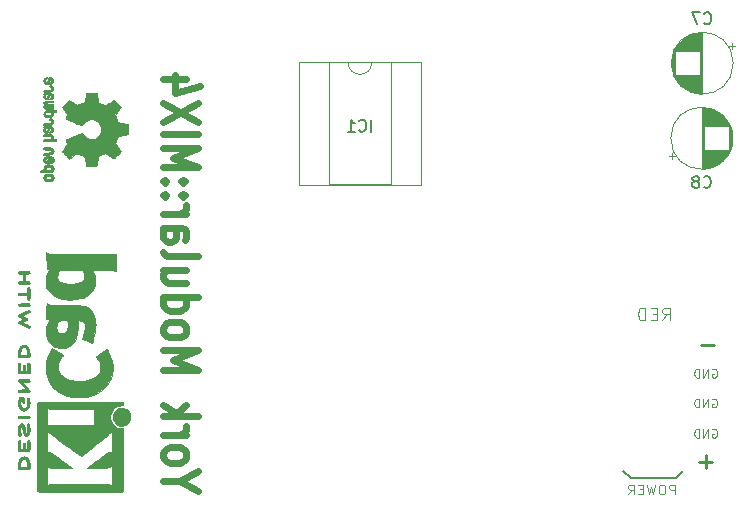
<source format=gbo>
G04 #@! TF.GenerationSoftware,KiCad,Pcbnew,5.1.4-e60b266~84~ubuntu18.04.1*
G04 #@! TF.CreationDate,2019-10-21T00:40:35+01:00*
G04 #@! TF.ProjectId,euroslideymixer,6575726f-736c-4696-9465-796d69786572,rev?*
G04 #@! TF.SameCoordinates,Original*
G04 #@! TF.FileFunction,Legend,Bot*
G04 #@! TF.FilePolarity,Positive*
%FSLAX46Y46*%
G04 Gerber Fmt 4.6, Leading zero omitted, Abs format (unit mm)*
G04 Created by KiCad (PCBNEW 5.1.4-e60b266~84~ubuntu18.04.1) date 2019-10-21 00:40:35*
%MOMM*%
%LPD*%
G04 APERTURE LIST*
%ADD10C,0.600000*%
%ADD11C,0.010000*%
%ADD12C,0.120000*%
%ADD13C,0.152400*%
%ADD14C,0.150000*%
%ADD15C,0.091440*%
%ADD16C,0.228600*%
%ADD17C,0.114300*%
%ADD18C,0.071120*%
G04 APERTURE END LIST*
D10*
X148915428Y-123017238D02*
X147486857Y-123017238D01*
X150486857Y-123850571D02*
X148915428Y-123017238D01*
X150486857Y-122183904D01*
X147486857Y-120993428D02*
X147629714Y-121231523D01*
X147772571Y-121350571D01*
X148058285Y-121469619D01*
X148915428Y-121469619D01*
X149201142Y-121350571D01*
X149344000Y-121231523D01*
X149486857Y-120993428D01*
X149486857Y-120636285D01*
X149344000Y-120398190D01*
X149201142Y-120279142D01*
X148915428Y-120160095D01*
X148058285Y-120160095D01*
X147772571Y-120279142D01*
X147629714Y-120398190D01*
X147486857Y-120636285D01*
X147486857Y-120993428D01*
X147486857Y-119088666D02*
X149486857Y-119088666D01*
X148915428Y-119088666D02*
X149201142Y-118969619D01*
X149344000Y-118850571D01*
X149486857Y-118612476D01*
X149486857Y-118374380D01*
X147486857Y-117541047D02*
X150486857Y-117541047D01*
X148629714Y-117302952D02*
X147486857Y-116588666D01*
X149486857Y-116588666D02*
X148344000Y-117541047D01*
X147486857Y-113612476D02*
X150486857Y-113612476D01*
X148344000Y-112779142D01*
X150486857Y-111945809D01*
X147486857Y-111945809D01*
X147486857Y-110398190D02*
X147629714Y-110636285D01*
X147772571Y-110755333D01*
X148058285Y-110874380D01*
X148915428Y-110874380D01*
X149201142Y-110755333D01*
X149344000Y-110636285D01*
X149486857Y-110398190D01*
X149486857Y-110041047D01*
X149344000Y-109802952D01*
X149201142Y-109683904D01*
X148915428Y-109564857D01*
X148058285Y-109564857D01*
X147772571Y-109683904D01*
X147629714Y-109802952D01*
X147486857Y-110041047D01*
X147486857Y-110398190D01*
X147486857Y-107422000D02*
X150486857Y-107422000D01*
X147629714Y-107422000D02*
X147486857Y-107660095D01*
X147486857Y-108136285D01*
X147629714Y-108374380D01*
X147772571Y-108493428D01*
X148058285Y-108612476D01*
X148915428Y-108612476D01*
X149201142Y-108493428D01*
X149344000Y-108374380D01*
X149486857Y-108136285D01*
X149486857Y-107660095D01*
X149344000Y-107422000D01*
X149486857Y-105160095D02*
X147486857Y-105160095D01*
X149486857Y-106231523D02*
X147915428Y-106231523D01*
X147629714Y-106112476D01*
X147486857Y-105874380D01*
X147486857Y-105517238D01*
X147629714Y-105279142D01*
X147772571Y-105160095D01*
X147486857Y-103612476D02*
X147629714Y-103850571D01*
X147915428Y-103969619D01*
X150486857Y-103969619D01*
X147486857Y-101588666D02*
X149058285Y-101588666D01*
X149344000Y-101707714D01*
X149486857Y-101945809D01*
X149486857Y-102422000D01*
X149344000Y-102660095D01*
X147629714Y-101588666D02*
X147486857Y-101826761D01*
X147486857Y-102422000D01*
X147629714Y-102660095D01*
X147915428Y-102779142D01*
X148201142Y-102779142D01*
X148486857Y-102660095D01*
X148629714Y-102422000D01*
X148629714Y-101826761D01*
X148772571Y-101588666D01*
X147486857Y-100398190D02*
X149486857Y-100398190D01*
X148915428Y-100398190D02*
X149201142Y-100279142D01*
X149344000Y-100160095D01*
X149486857Y-99922000D01*
X149486857Y-99683904D01*
X147772571Y-98850571D02*
X147629714Y-98731523D01*
X147486857Y-98850571D01*
X147629714Y-98969619D01*
X147772571Y-98850571D01*
X147486857Y-98850571D01*
X149344000Y-98850571D02*
X149201142Y-98731523D01*
X149058285Y-98850571D01*
X149201142Y-98969619D01*
X149344000Y-98850571D01*
X149058285Y-98850571D01*
X147772571Y-97660095D02*
X147629714Y-97541047D01*
X147486857Y-97660095D01*
X147629714Y-97779142D01*
X147772571Y-97660095D01*
X147486857Y-97660095D01*
X149344000Y-97660095D02*
X149201142Y-97541047D01*
X149058285Y-97660095D01*
X149201142Y-97779142D01*
X149344000Y-97660095D01*
X149058285Y-97660095D01*
X147486857Y-96469619D02*
X150486857Y-96469619D01*
X148344000Y-95636285D01*
X150486857Y-94802952D01*
X147486857Y-94802952D01*
X147486857Y-93612476D02*
X150486857Y-93612476D01*
X150486857Y-92660095D02*
X147486857Y-90993428D01*
X150486857Y-90993428D02*
X147486857Y-92660095D01*
X149486857Y-88969619D02*
X147486857Y-88969619D01*
X150629714Y-89564857D02*
X148486857Y-90160095D01*
X148486857Y-88612476D01*
D11*
G36*
X136200591Y-121787708D02*
G01*
X136200056Y-121735143D01*
X136196340Y-121581119D01*
X136185301Y-121452125D01*
X136165754Y-121343763D01*
X136136517Y-121251638D01*
X136096403Y-121171353D01*
X136044231Y-121098512D01*
X136021567Y-121072495D01*
X135968538Y-121029337D01*
X135896579Y-120990421D01*
X135816816Y-120960427D01*
X135740375Y-120944035D01*
X135712128Y-120942332D01*
X135633826Y-120953005D01*
X135548295Y-120981607D01*
X135467337Y-121023011D01*
X135402754Y-121072095D01*
X135394962Y-121080067D01*
X135340192Y-121147600D01*
X135297437Y-121221552D01*
X135265577Y-121306188D01*
X135243492Y-121405771D01*
X135230062Y-121524566D01*
X135224166Y-121666834D01*
X135223666Y-121732000D01*
X135224065Y-121814855D01*
X135225734Y-121873123D01*
X135229378Y-121912270D01*
X135235707Y-121937763D01*
X135245426Y-121955068D01*
X135253726Y-121964344D01*
X135263808Y-121973106D01*
X135276815Y-121979979D01*
X135296231Y-121985192D01*
X135325540Y-121988973D01*
X135368227Y-121991551D01*
X135427775Y-121993154D01*
X135507670Y-121994011D01*
X135611395Y-121994351D01*
X135712128Y-121994403D01*
X135846481Y-121994734D01*
X135953808Y-121994662D01*
X136005205Y-121993384D01*
X136005205Y-121799019D01*
X135419051Y-121799019D01*
X135419165Y-121675025D01*
X135421304Y-121600415D01*
X135426817Y-121522272D01*
X135434528Y-121457074D01*
X135434845Y-121455090D01*
X135460322Y-121349717D01*
X135500000Y-121267986D01*
X135556462Y-121205816D01*
X135617594Y-121166314D01*
X135685407Y-121141974D01*
X135749081Y-121143861D01*
X135817335Y-121172109D01*
X135887944Y-121227362D01*
X135940265Y-121303927D01*
X135975237Y-121403449D01*
X135987614Y-121469961D01*
X135996306Y-121545461D01*
X136002596Y-121625479D01*
X136005212Y-121693538D01*
X136005224Y-121697569D01*
X136005205Y-121799019D01*
X136005205Y-121993384D01*
X136037119Y-121992590D01*
X136099421Y-121986915D01*
X136143725Y-121976041D01*
X136173040Y-121958368D01*
X136190375Y-121932297D01*
X136198739Y-121896229D01*
X136201141Y-121848566D01*
X136200591Y-121787708D01*
X136200591Y-121787708D01*
G37*
X136200591Y-121787708D02*
X136200056Y-121735143D01*
X136196340Y-121581119D01*
X136185301Y-121452125D01*
X136165754Y-121343763D01*
X136136517Y-121251638D01*
X136096403Y-121171353D01*
X136044231Y-121098512D01*
X136021567Y-121072495D01*
X135968538Y-121029337D01*
X135896579Y-120990421D01*
X135816816Y-120960427D01*
X135740375Y-120944035D01*
X135712128Y-120942332D01*
X135633826Y-120953005D01*
X135548295Y-120981607D01*
X135467337Y-121023011D01*
X135402754Y-121072095D01*
X135394962Y-121080067D01*
X135340192Y-121147600D01*
X135297437Y-121221552D01*
X135265577Y-121306188D01*
X135243492Y-121405771D01*
X135230062Y-121524566D01*
X135224166Y-121666834D01*
X135223666Y-121732000D01*
X135224065Y-121814855D01*
X135225734Y-121873123D01*
X135229378Y-121912270D01*
X135235707Y-121937763D01*
X135245426Y-121955068D01*
X135253726Y-121964344D01*
X135263808Y-121973106D01*
X135276815Y-121979979D01*
X135296231Y-121985192D01*
X135325540Y-121988973D01*
X135368227Y-121991551D01*
X135427775Y-121993154D01*
X135507670Y-121994011D01*
X135611395Y-121994351D01*
X135712128Y-121994403D01*
X135846481Y-121994734D01*
X135953808Y-121994662D01*
X136005205Y-121993384D01*
X136005205Y-121799019D01*
X135419051Y-121799019D01*
X135419165Y-121675025D01*
X135421304Y-121600415D01*
X135426817Y-121522272D01*
X135434528Y-121457074D01*
X135434845Y-121455090D01*
X135460322Y-121349717D01*
X135500000Y-121267986D01*
X135556462Y-121205816D01*
X135617594Y-121166314D01*
X135685407Y-121141974D01*
X135749081Y-121143861D01*
X135817335Y-121172109D01*
X135887944Y-121227362D01*
X135940265Y-121303927D01*
X135975237Y-121403449D01*
X135987614Y-121469961D01*
X135996306Y-121545461D01*
X136002596Y-121625479D01*
X136005212Y-121693538D01*
X136005224Y-121697569D01*
X136005205Y-121799019D01*
X136005205Y-121993384D01*
X136037119Y-121992590D01*
X136099421Y-121986915D01*
X136143725Y-121976041D01*
X136173040Y-121958368D01*
X136190375Y-121932297D01*
X136198739Y-121896229D01*
X136201141Y-121848566D01*
X136200591Y-121787708D01*
G36*
X136200484Y-119912384D02*
G01*
X136199988Y-119819976D01*
X136198835Y-119750227D01*
X136196756Y-119699437D01*
X136193485Y-119663905D01*
X136188753Y-119639932D01*
X136182293Y-119623818D01*
X136173837Y-119611863D01*
X136169945Y-119607533D01*
X136128596Y-119581205D01*
X136081084Y-119576465D01*
X136038905Y-119593784D01*
X136030380Y-119601793D01*
X136022115Y-119614746D01*
X136015739Y-119635602D01*
X136010941Y-119668230D01*
X136007412Y-119716496D01*
X136004842Y-119784268D01*
X136002919Y-119875414D01*
X136001749Y-119958745D01*
X135997690Y-120288546D01*
X135824850Y-120297560D01*
X135824850Y-120073696D01*
X135824011Y-119976508D01*
X135820504Y-119905357D01*
X135812841Y-119856245D01*
X135799533Y-119825171D01*
X135779095Y-119808138D01*
X135750037Y-119801146D01*
X135723069Y-119800084D01*
X135689979Y-119803384D01*
X135665596Y-119815837D01*
X135648647Y-119841274D01*
X135637857Y-119883525D01*
X135631952Y-119946420D01*
X135629659Y-120033789D01*
X135629465Y-120081475D01*
X135629465Y-120296060D01*
X135419051Y-120296060D01*
X135419051Y-119965409D01*
X135418900Y-119857024D01*
X135418222Y-119774651D01*
X135416680Y-119714243D01*
X135413937Y-119671753D01*
X135409655Y-119643135D01*
X135403497Y-119624342D01*
X135395127Y-119611328D01*
X135388992Y-119604699D01*
X135353187Y-119581961D01*
X135321359Y-119574640D01*
X135282482Y-119585093D01*
X135253726Y-119604699D01*
X135244673Y-119615159D01*
X135237643Y-119628662D01*
X135232382Y-119648840D01*
X135228635Y-119679325D01*
X135226146Y-119723749D01*
X135224661Y-119785745D01*
X135223925Y-119868945D01*
X135223682Y-119976981D01*
X135223666Y-120033043D01*
X135223773Y-120153098D01*
X135224261Y-120246728D01*
X135225387Y-120317563D01*
X135227405Y-120369235D01*
X135230570Y-120405377D01*
X135235137Y-120429622D01*
X135241360Y-120445601D01*
X135249496Y-120456947D01*
X135253726Y-120461386D01*
X135263840Y-120470171D01*
X135276888Y-120477058D01*
X135296366Y-120482275D01*
X135325772Y-120486053D01*
X135368602Y-120488624D01*
X135428352Y-120490218D01*
X135508519Y-120491065D01*
X135612599Y-120491396D01*
X135709508Y-120491445D01*
X135833613Y-120491400D01*
X135931170Y-120491088D01*
X136005690Y-120490242D01*
X136060685Y-120488596D01*
X136099666Y-120485883D01*
X136126143Y-120481837D01*
X136143630Y-120476191D01*
X136155636Y-120468680D01*
X136165673Y-120459036D01*
X136167910Y-120456660D01*
X136177817Y-120445129D01*
X136185488Y-120431732D01*
X136191210Y-120412750D01*
X136195268Y-120384469D01*
X136197948Y-120343172D01*
X136199534Y-120285142D01*
X136200312Y-120206663D01*
X136200568Y-120104020D01*
X136200590Y-120031150D01*
X136200484Y-119912384D01*
X136200484Y-119912384D01*
G37*
X136200484Y-119912384D02*
X136199988Y-119819976D01*
X136198835Y-119750227D01*
X136196756Y-119699437D01*
X136193485Y-119663905D01*
X136188753Y-119639932D01*
X136182293Y-119623818D01*
X136173837Y-119611863D01*
X136169945Y-119607533D01*
X136128596Y-119581205D01*
X136081084Y-119576465D01*
X136038905Y-119593784D01*
X136030380Y-119601793D01*
X136022115Y-119614746D01*
X136015739Y-119635602D01*
X136010941Y-119668230D01*
X136007412Y-119716496D01*
X136004842Y-119784268D01*
X136002919Y-119875414D01*
X136001749Y-119958745D01*
X135997690Y-120288546D01*
X135824850Y-120297560D01*
X135824850Y-120073696D01*
X135824011Y-119976508D01*
X135820504Y-119905357D01*
X135812841Y-119856245D01*
X135799533Y-119825171D01*
X135779095Y-119808138D01*
X135750037Y-119801146D01*
X135723069Y-119800084D01*
X135689979Y-119803384D01*
X135665596Y-119815837D01*
X135648647Y-119841274D01*
X135637857Y-119883525D01*
X135631952Y-119946420D01*
X135629659Y-120033789D01*
X135629465Y-120081475D01*
X135629465Y-120296060D01*
X135419051Y-120296060D01*
X135419051Y-119965409D01*
X135418900Y-119857024D01*
X135418222Y-119774651D01*
X135416680Y-119714243D01*
X135413937Y-119671753D01*
X135409655Y-119643135D01*
X135403497Y-119624342D01*
X135395127Y-119611328D01*
X135388992Y-119604699D01*
X135353187Y-119581961D01*
X135321359Y-119574640D01*
X135282482Y-119585093D01*
X135253726Y-119604699D01*
X135244673Y-119615159D01*
X135237643Y-119628662D01*
X135232382Y-119648840D01*
X135228635Y-119679325D01*
X135226146Y-119723749D01*
X135224661Y-119785745D01*
X135223925Y-119868945D01*
X135223682Y-119976981D01*
X135223666Y-120033043D01*
X135223773Y-120153098D01*
X135224261Y-120246728D01*
X135225387Y-120317563D01*
X135227405Y-120369235D01*
X135230570Y-120405377D01*
X135235137Y-120429622D01*
X135241360Y-120445601D01*
X135249496Y-120456947D01*
X135253726Y-120461386D01*
X135263840Y-120470171D01*
X135276888Y-120477058D01*
X135296366Y-120482275D01*
X135325772Y-120486053D01*
X135368602Y-120488624D01*
X135428352Y-120490218D01*
X135508519Y-120491065D01*
X135612599Y-120491396D01*
X135709508Y-120491445D01*
X135833613Y-120491400D01*
X135931170Y-120491088D01*
X136005690Y-120490242D01*
X136060685Y-120488596D01*
X136099666Y-120485883D01*
X136126143Y-120481837D01*
X136143630Y-120476191D01*
X136155636Y-120468680D01*
X136165673Y-120459036D01*
X136167910Y-120456660D01*
X136177817Y-120445129D01*
X136185488Y-120431732D01*
X136191210Y-120412750D01*
X136195268Y-120384469D01*
X136197948Y-120343172D01*
X136199534Y-120285142D01*
X136200312Y-120206663D01*
X136200568Y-120104020D01*
X136200590Y-120031150D01*
X136200484Y-119912384D01*
G36*
X136198879Y-118552942D02*
G01*
X136191916Y-118453337D01*
X136181041Y-118360698D01*
X136166662Y-118280412D01*
X136149190Y-118217862D01*
X136129034Y-118178435D01*
X136123101Y-118172383D01*
X136077061Y-118151338D01*
X136029796Y-118157720D01*
X135989358Y-118190361D01*
X135988199Y-118191918D01*
X135975739Y-118211117D01*
X135969187Y-118231159D01*
X135968392Y-118259114D01*
X135973200Y-118302053D01*
X135983461Y-118367045D01*
X135984325Y-118372273D01*
X135996222Y-118469115D01*
X136002091Y-118573598D01*
X136002148Y-118678389D01*
X135996609Y-118776156D01*
X135985691Y-118859566D01*
X135969611Y-118921287D01*
X135967995Y-118925342D01*
X135942907Y-118970118D01*
X135917518Y-118985850D01*
X135892549Y-118973534D01*
X135868720Y-118934169D01*
X135846754Y-118868752D01*
X135827370Y-118778280D01*
X135818038Y-118717954D01*
X135800087Y-118592554D01*
X135783677Y-118492819D01*
X135767388Y-118414500D01*
X135749798Y-118353347D01*
X135729487Y-118305113D01*
X135705033Y-118265549D01*
X135675016Y-118230406D01*
X135645540Y-118202165D01*
X135604469Y-118168662D01*
X135569154Y-118152173D01*
X135525643Y-118147017D01*
X135509708Y-118146830D01*
X135456831Y-118150702D01*
X135417493Y-118166181D01*
X135382576Y-118192969D01*
X135329202Y-118247413D01*
X135288498Y-118308124D01*
X135259136Y-118379612D01*
X135239789Y-118466390D01*
X135229130Y-118572968D01*
X135225831Y-118703857D01*
X135225887Y-118725469D01*
X135227696Y-118812752D01*
X135231807Y-118899313D01*
X135237630Y-118975716D01*
X135244575Y-119032524D01*
X135245372Y-119037118D01*
X135258752Y-119093599D01*
X135275654Y-119141506D01*
X135291105Y-119168627D01*
X135331870Y-119193865D01*
X135379338Y-119195623D01*
X135421641Y-119173866D01*
X135426424Y-119168998D01*
X135440637Y-119148876D01*
X135446760Y-119123712D01*
X135445718Y-119084767D01*
X135440302Y-119037489D01*
X135435463Y-118984659D01*
X135431381Y-118910602D01*
X135428418Y-118824145D01*
X135426939Y-118734117D01*
X135426842Y-118710439D01*
X135427206Y-118620076D01*
X135428960Y-118553943D01*
X135432713Y-118506221D01*
X135439073Y-118471092D01*
X135448649Y-118442736D01*
X135456625Y-118425695D01*
X135478771Y-118388250D01*
X135498828Y-118364375D01*
X135504513Y-118360886D01*
X135527991Y-118368247D01*
X135550719Y-118403241D01*
X135571666Y-118463442D01*
X135589800Y-118546425D01*
X135593839Y-118570874D01*
X135613897Y-118698576D01*
X135630662Y-118800494D01*
X135645353Y-118880560D01*
X135659188Y-118942708D01*
X135673385Y-118990872D01*
X135689163Y-119028986D01*
X135707740Y-119060984D01*
X135730334Y-119090798D01*
X135758163Y-119122364D01*
X135767920Y-119132986D01*
X135804334Y-119170227D01*
X135833184Y-119189941D01*
X135866198Y-119197653D01*
X135907801Y-119198901D01*
X135989385Y-119185169D01*
X136058702Y-119144132D01*
X136115528Y-119076024D01*
X136159639Y-118981081D01*
X136179424Y-118913338D01*
X136192203Y-118839713D01*
X136199432Y-118751515D01*
X136201521Y-118654130D01*
X136198879Y-118552942D01*
X136198879Y-118552942D01*
G37*
X136198879Y-118552942D02*
X136191916Y-118453337D01*
X136181041Y-118360698D01*
X136166662Y-118280412D01*
X136149190Y-118217862D01*
X136129034Y-118178435D01*
X136123101Y-118172383D01*
X136077061Y-118151338D01*
X136029796Y-118157720D01*
X135989358Y-118190361D01*
X135988199Y-118191918D01*
X135975739Y-118211117D01*
X135969187Y-118231159D01*
X135968392Y-118259114D01*
X135973200Y-118302053D01*
X135983461Y-118367045D01*
X135984325Y-118372273D01*
X135996222Y-118469115D01*
X136002091Y-118573598D01*
X136002148Y-118678389D01*
X135996609Y-118776156D01*
X135985691Y-118859566D01*
X135969611Y-118921287D01*
X135967995Y-118925342D01*
X135942907Y-118970118D01*
X135917518Y-118985850D01*
X135892549Y-118973534D01*
X135868720Y-118934169D01*
X135846754Y-118868752D01*
X135827370Y-118778280D01*
X135818038Y-118717954D01*
X135800087Y-118592554D01*
X135783677Y-118492819D01*
X135767388Y-118414500D01*
X135749798Y-118353347D01*
X135729487Y-118305113D01*
X135705033Y-118265549D01*
X135675016Y-118230406D01*
X135645540Y-118202165D01*
X135604469Y-118168662D01*
X135569154Y-118152173D01*
X135525643Y-118147017D01*
X135509708Y-118146830D01*
X135456831Y-118150702D01*
X135417493Y-118166181D01*
X135382576Y-118192969D01*
X135329202Y-118247413D01*
X135288498Y-118308124D01*
X135259136Y-118379612D01*
X135239789Y-118466390D01*
X135229130Y-118572968D01*
X135225831Y-118703857D01*
X135225887Y-118725469D01*
X135227696Y-118812752D01*
X135231807Y-118899313D01*
X135237630Y-118975716D01*
X135244575Y-119032524D01*
X135245372Y-119037118D01*
X135258752Y-119093599D01*
X135275654Y-119141506D01*
X135291105Y-119168627D01*
X135331870Y-119193865D01*
X135379338Y-119195623D01*
X135421641Y-119173866D01*
X135426424Y-119168998D01*
X135440637Y-119148876D01*
X135446760Y-119123712D01*
X135445718Y-119084767D01*
X135440302Y-119037489D01*
X135435463Y-118984659D01*
X135431381Y-118910602D01*
X135428418Y-118824145D01*
X135426939Y-118734117D01*
X135426842Y-118710439D01*
X135427206Y-118620076D01*
X135428960Y-118553943D01*
X135432713Y-118506221D01*
X135439073Y-118471092D01*
X135448649Y-118442736D01*
X135456625Y-118425695D01*
X135478771Y-118388250D01*
X135498828Y-118364375D01*
X135504513Y-118360886D01*
X135527991Y-118368247D01*
X135550719Y-118403241D01*
X135571666Y-118463442D01*
X135589800Y-118546425D01*
X135593839Y-118570874D01*
X135613897Y-118698576D01*
X135630662Y-118800494D01*
X135645353Y-118880560D01*
X135659188Y-118942708D01*
X135673385Y-118990872D01*
X135689163Y-119028986D01*
X135707740Y-119060984D01*
X135730334Y-119090798D01*
X135758163Y-119122364D01*
X135767920Y-119132986D01*
X135804334Y-119170227D01*
X135833184Y-119189941D01*
X135866198Y-119197653D01*
X135907801Y-119198901D01*
X135989385Y-119185169D01*
X136058702Y-119144132D01*
X136115528Y-119076024D01*
X136159639Y-118981081D01*
X136179424Y-118913338D01*
X136192203Y-118839713D01*
X136199432Y-118751515D01*
X136201521Y-118654130D01*
X136198879Y-118552942D01*
G36*
X136170530Y-117530617D02*
G01*
X136160448Y-117521855D01*
X136147441Y-117514982D01*
X136128025Y-117509769D01*
X136098716Y-117505988D01*
X136056029Y-117503410D01*
X135996481Y-117501807D01*
X135916586Y-117500949D01*
X135812860Y-117500610D01*
X135712128Y-117500557D01*
X135587184Y-117500650D01*
X135488815Y-117501081D01*
X135413535Y-117502077D01*
X135357862Y-117503869D01*
X135318310Y-117506683D01*
X135291395Y-117510750D01*
X135273633Y-117516296D01*
X135261539Y-117523551D01*
X135253726Y-117530617D01*
X135227524Y-117574556D01*
X135229875Y-117621374D01*
X135258452Y-117663263D01*
X135269609Y-117672888D01*
X135282553Y-117680409D01*
X135300864Y-117686088D01*
X135328118Y-117690181D01*
X135367896Y-117692949D01*
X135423774Y-117694650D01*
X135499332Y-117695543D01*
X135598148Y-117695887D01*
X135710022Y-117695942D01*
X136126808Y-117695942D01*
X136163699Y-117659051D01*
X136194736Y-117613579D01*
X136195855Y-117569470D01*
X136170530Y-117530617D01*
X136170530Y-117530617D01*
G37*
X136170530Y-117530617D02*
X136160448Y-117521855D01*
X136147441Y-117514982D01*
X136128025Y-117509769D01*
X136098716Y-117505988D01*
X136056029Y-117503410D01*
X135996481Y-117501807D01*
X135916586Y-117500949D01*
X135812860Y-117500610D01*
X135712128Y-117500557D01*
X135587184Y-117500650D01*
X135488815Y-117501081D01*
X135413535Y-117502077D01*
X135357862Y-117503869D01*
X135318310Y-117506683D01*
X135291395Y-117510750D01*
X135273633Y-117516296D01*
X135261539Y-117523551D01*
X135253726Y-117530617D01*
X135227524Y-117574556D01*
X135229875Y-117621374D01*
X135258452Y-117663263D01*
X135269609Y-117672888D01*
X135282553Y-117680409D01*
X135300864Y-117686088D01*
X135328118Y-117690181D01*
X135367896Y-117692949D01*
X135423774Y-117694650D01*
X135499332Y-117695543D01*
X135598148Y-117695887D01*
X135710022Y-117695942D01*
X136126808Y-117695942D01*
X136163699Y-117659051D01*
X136194736Y-117613579D01*
X136195855Y-117569470D01*
X136170530Y-117530617D01*
G36*
X136193224Y-116234216D02*
G01*
X136177918Y-116142995D01*
X136154125Y-116072936D01*
X136122796Y-116027358D01*
X136104922Y-116014938D01*
X136063351Y-116002308D01*
X136025744Y-116010807D01*
X135990081Y-116037639D01*
X135973397Y-116079330D01*
X135974752Y-116139824D01*
X135983791Y-116186613D01*
X136001013Y-116290582D01*
X136002649Y-116396834D01*
X135988671Y-116515763D01*
X135982748Y-116548614D01*
X135951569Y-116659199D01*
X135905190Y-116745713D01*
X135844401Y-116807207D01*
X135769992Y-116842732D01*
X135731522Y-116850079D01*
X135653473Y-116845270D01*
X135584419Y-116814220D01*
X135525707Y-116759760D01*
X135478683Y-116684718D01*
X135444693Y-116591924D01*
X135425082Y-116484206D01*
X135421195Y-116364395D01*
X135434380Y-116235319D01*
X135435624Y-116228031D01*
X135445186Y-116176692D01*
X135454422Y-116148226D01*
X135468127Y-116135888D01*
X135491094Y-116132932D01*
X135503257Y-116132865D01*
X135554317Y-116132865D01*
X135554317Y-116224031D01*
X135559832Y-116304536D01*
X135577406Y-116359475D01*
X135608583Y-116391440D01*
X135654906Y-116403026D01*
X135660952Y-116403167D01*
X135700547Y-116396389D01*
X135728819Y-116373145D01*
X135747529Y-116329884D01*
X135758436Y-116263055D01*
X135762446Y-116198324D01*
X135764747Y-116104241D01*
X135761236Y-116035998D01*
X135748281Y-115989455D01*
X135722250Y-115960472D01*
X135679509Y-115944909D01*
X135616426Y-115938625D01*
X135533572Y-115937480D01*
X135441090Y-115939356D01*
X135378182Y-115945000D01*
X135344597Y-115954436D01*
X135341967Y-115956267D01*
X135300002Y-116008079D01*
X135266768Y-116084044D01*
X135242977Y-116179346D01*
X135229337Y-116289170D01*
X135226558Y-116408700D01*
X135235351Y-116533120D01*
X135246151Y-116606297D01*
X135278638Y-116721074D01*
X135331750Y-116827750D01*
X135400681Y-116917065D01*
X135414458Y-116930640D01*
X135472378Y-116974746D01*
X135544160Y-117014543D01*
X135619417Y-117045381D01*
X135687759Y-117062611D01*
X135714007Y-117064688D01*
X135768759Y-117055847D01*
X135836881Y-117032349D01*
X135908586Y-116998703D01*
X135974087Y-116959418D01*
X136017838Y-116924709D01*
X136082917Y-116843557D01*
X136134715Y-116738652D01*
X136172062Y-116613754D01*
X136193783Y-116472621D01*
X136199091Y-116343279D01*
X136193224Y-116234216D01*
X136193224Y-116234216D01*
G37*
X136193224Y-116234216D02*
X136177918Y-116142995D01*
X136154125Y-116072936D01*
X136122796Y-116027358D01*
X136104922Y-116014938D01*
X136063351Y-116002308D01*
X136025744Y-116010807D01*
X135990081Y-116037639D01*
X135973397Y-116079330D01*
X135974752Y-116139824D01*
X135983791Y-116186613D01*
X136001013Y-116290582D01*
X136002649Y-116396834D01*
X135988671Y-116515763D01*
X135982748Y-116548614D01*
X135951569Y-116659199D01*
X135905190Y-116745713D01*
X135844401Y-116807207D01*
X135769992Y-116842732D01*
X135731522Y-116850079D01*
X135653473Y-116845270D01*
X135584419Y-116814220D01*
X135525707Y-116759760D01*
X135478683Y-116684718D01*
X135444693Y-116591924D01*
X135425082Y-116484206D01*
X135421195Y-116364395D01*
X135434380Y-116235319D01*
X135435624Y-116228031D01*
X135445186Y-116176692D01*
X135454422Y-116148226D01*
X135468127Y-116135888D01*
X135491094Y-116132932D01*
X135503257Y-116132865D01*
X135554317Y-116132865D01*
X135554317Y-116224031D01*
X135559832Y-116304536D01*
X135577406Y-116359475D01*
X135608583Y-116391440D01*
X135654906Y-116403026D01*
X135660952Y-116403167D01*
X135700547Y-116396389D01*
X135728819Y-116373145D01*
X135747529Y-116329884D01*
X135758436Y-116263055D01*
X135762446Y-116198324D01*
X135764747Y-116104241D01*
X135761236Y-116035998D01*
X135748281Y-115989455D01*
X135722250Y-115960472D01*
X135679509Y-115944909D01*
X135616426Y-115938625D01*
X135533572Y-115937480D01*
X135441090Y-115939356D01*
X135378182Y-115945000D01*
X135344597Y-115954436D01*
X135341967Y-115956267D01*
X135300002Y-116008079D01*
X135266768Y-116084044D01*
X135242977Y-116179346D01*
X135229337Y-116289170D01*
X135226558Y-116408700D01*
X135235351Y-116533120D01*
X135246151Y-116606297D01*
X135278638Y-116721074D01*
X135331750Y-116827750D01*
X135400681Y-116917065D01*
X135414458Y-116930640D01*
X135472378Y-116974746D01*
X135544160Y-117014543D01*
X135619417Y-117045381D01*
X135687759Y-117062611D01*
X135714007Y-117064688D01*
X135768759Y-117055847D01*
X135836881Y-117032349D01*
X135908586Y-116998703D01*
X135974087Y-116959418D01*
X136017838Y-116924709D01*
X136082917Y-116843557D01*
X136134715Y-116738652D01*
X136172062Y-116613754D01*
X136193783Y-116472621D01*
X136199091Y-116343279D01*
X136193224Y-116234216D01*
G36*
X136194756Y-115368874D02*
G01*
X136176351Y-115337499D01*
X136146251Y-115296476D01*
X136103040Y-115243678D01*
X136045298Y-115176979D01*
X135971608Y-115094253D01*
X135880552Y-114993374D01*
X135775862Y-114877895D01*
X135557793Y-114637421D01*
X135850492Y-114629906D01*
X135951246Y-114627193D01*
X136026278Y-114624576D01*
X136079916Y-114621474D01*
X136116490Y-114617310D01*
X136140329Y-114611505D01*
X136155762Y-114603478D01*
X136167118Y-114592651D01*
X136171890Y-114586910D01*
X136197123Y-114540937D01*
X136193434Y-114497191D01*
X136171877Y-114462489D01*
X136143165Y-114427007D01*
X135723850Y-114422594D01*
X135600529Y-114421373D01*
X135503652Y-114420751D01*
X135429606Y-114420944D01*
X135374779Y-114422168D01*
X135335557Y-114424638D01*
X135308327Y-114428568D01*
X135289477Y-114434174D01*
X135275395Y-114441672D01*
X135264101Y-114449987D01*
X135243154Y-114467976D01*
X135229269Y-114485875D01*
X135223940Y-114506166D01*
X135228660Y-114531332D01*
X135244923Y-114563854D01*
X135274223Y-114606217D01*
X135318054Y-114660902D01*
X135377909Y-114730391D01*
X135455282Y-114817169D01*
X135544186Y-114915469D01*
X135864565Y-115268664D01*
X135572823Y-115276179D01*
X135472253Y-115278897D01*
X135397396Y-115281521D01*
X135343916Y-115284633D01*
X135307474Y-115288816D01*
X135283732Y-115294651D01*
X135268354Y-115302720D01*
X135257000Y-115313605D01*
X135252374Y-115319175D01*
X135226958Y-115368410D01*
X135230791Y-115414931D01*
X135263267Y-115455443D01*
X135276333Y-115464710D01*
X135291591Y-115471933D01*
X135312704Y-115477366D01*
X135343331Y-115481262D01*
X135387134Y-115483875D01*
X135447773Y-115485461D01*
X135528909Y-115486272D01*
X135634203Y-115486562D01*
X135712128Y-115486593D01*
X135834012Y-115486495D01*
X135929497Y-115486033D01*
X136002245Y-115484951D01*
X136055917Y-115482997D01*
X136094173Y-115479916D01*
X136120673Y-115475454D01*
X136139080Y-115469357D01*
X136153052Y-115461371D01*
X136160989Y-115455443D01*
X136179788Y-115440416D01*
X136193983Y-115426372D01*
X136202154Y-115411184D01*
X136202884Y-115392727D01*
X136194756Y-115368874D01*
X136194756Y-115368874D01*
G37*
X136194756Y-115368874D02*
X136176351Y-115337499D01*
X136146251Y-115296476D01*
X136103040Y-115243678D01*
X136045298Y-115176979D01*
X135971608Y-115094253D01*
X135880552Y-114993374D01*
X135775862Y-114877895D01*
X135557793Y-114637421D01*
X135850492Y-114629906D01*
X135951246Y-114627193D01*
X136026278Y-114624576D01*
X136079916Y-114621474D01*
X136116490Y-114617310D01*
X136140329Y-114611505D01*
X136155762Y-114603478D01*
X136167118Y-114592651D01*
X136171890Y-114586910D01*
X136197123Y-114540937D01*
X136193434Y-114497191D01*
X136171877Y-114462489D01*
X136143165Y-114427007D01*
X135723850Y-114422594D01*
X135600529Y-114421373D01*
X135503652Y-114420751D01*
X135429606Y-114420944D01*
X135374779Y-114422168D01*
X135335557Y-114424638D01*
X135308327Y-114428568D01*
X135289477Y-114434174D01*
X135275395Y-114441672D01*
X135264101Y-114449987D01*
X135243154Y-114467976D01*
X135229269Y-114485875D01*
X135223940Y-114506166D01*
X135228660Y-114531332D01*
X135244923Y-114563854D01*
X135274223Y-114606217D01*
X135318054Y-114660902D01*
X135377909Y-114730391D01*
X135455282Y-114817169D01*
X135544186Y-114915469D01*
X135864565Y-115268664D01*
X135572823Y-115276179D01*
X135472253Y-115278897D01*
X135397396Y-115281521D01*
X135343916Y-115284633D01*
X135307474Y-115288816D01*
X135283732Y-115294651D01*
X135268354Y-115302720D01*
X135257000Y-115313605D01*
X135252374Y-115319175D01*
X135226958Y-115368410D01*
X135230791Y-115414931D01*
X135263267Y-115455443D01*
X135276333Y-115464710D01*
X135291591Y-115471933D01*
X135312704Y-115477366D01*
X135343331Y-115481262D01*
X135387134Y-115483875D01*
X135447773Y-115485461D01*
X135528909Y-115486272D01*
X135634203Y-115486562D01*
X135712128Y-115486593D01*
X135834012Y-115486495D01*
X135929497Y-115486033D01*
X136002245Y-115484951D01*
X136055917Y-115482997D01*
X136094173Y-115479916D01*
X136120673Y-115475454D01*
X136139080Y-115469357D01*
X136153052Y-115461371D01*
X136160989Y-115455443D01*
X136179788Y-115440416D01*
X136193983Y-115426372D01*
X136202154Y-115411184D01*
X136202884Y-115392727D01*
X136194756Y-115368874D01*
G36*
X136200333Y-113331284D02*
G01*
X136199116Y-113229623D01*
X136196270Y-113151718D01*
X136191126Y-113094419D01*
X136183016Y-113054573D01*
X136171269Y-113029032D01*
X136155218Y-113014643D01*
X136134192Y-113008255D01*
X136107524Y-113006719D01*
X136104374Y-113006711D01*
X136074210Y-113008045D01*
X136050897Y-113014349D01*
X136033494Y-113029078D01*
X136021060Y-113055685D01*
X136012655Y-113097626D01*
X136007335Y-113158354D01*
X136004161Y-113241324D01*
X136002191Y-113349989D01*
X136001755Y-113383295D01*
X135997690Y-113705587D01*
X135911270Y-113710094D01*
X135824850Y-113714602D01*
X135824850Y-113490737D01*
X135824527Y-113403279D01*
X135823163Y-113340831D01*
X135820161Y-113298346D01*
X135814927Y-113270777D01*
X135806865Y-113253078D01*
X135795380Y-113240203D01*
X135795289Y-113240120D01*
X135750529Y-113216770D01*
X135702153Y-113217614D01*
X135660914Y-113242121D01*
X135656675Y-113246971D01*
X135645751Y-113264185D01*
X135638151Y-113287774D01*
X135633303Y-113322993D01*
X135630634Y-113375100D01*
X135629572Y-113449350D01*
X135629465Y-113496838D01*
X135629465Y-113713102D01*
X135419051Y-113713102D01*
X135419051Y-113384780D01*
X135418861Y-113276382D01*
X135418086Y-113194065D01*
X135416416Y-113133851D01*
X135413542Y-113091765D01*
X135409153Y-113063829D01*
X135402941Y-113046066D01*
X135394596Y-113034500D01*
X135391566Y-113031585D01*
X135349566Y-113010064D01*
X135301786Y-113008490D01*
X135260358Y-113026145D01*
X135247063Y-113040115D01*
X135239744Y-113054646D01*
X135234081Y-113077162D01*
X135229877Y-113111224D01*
X135226932Y-113160393D01*
X135225049Y-113228232D01*
X135224030Y-113318302D01*
X135223675Y-113434163D01*
X135223666Y-113460357D01*
X135223744Y-113578161D01*
X135224169Y-113669604D01*
X135225234Y-113738386D01*
X135227231Y-113788204D01*
X135230450Y-113822760D01*
X135235184Y-113845750D01*
X135241723Y-113860874D01*
X135250359Y-113871831D01*
X135256560Y-113877842D01*
X135267543Y-113886890D01*
X135281148Y-113893958D01*
X135300944Y-113899291D01*
X135330498Y-113903132D01*
X135373379Y-113905725D01*
X135433155Y-113907313D01*
X135513393Y-113908139D01*
X135617661Y-113908448D01*
X135705420Y-113908486D01*
X135828392Y-113908392D01*
X135924931Y-113907943D01*
X135998661Y-113906892D01*
X136053210Y-113904990D01*
X136092201Y-113901991D01*
X136119261Y-113897645D01*
X136138016Y-113891706D01*
X136152090Y-113883925D01*
X136160989Y-113877336D01*
X136200590Y-113846186D01*
X136200590Y-113459852D01*
X136200333Y-113331284D01*
X136200333Y-113331284D01*
G37*
X136200333Y-113331284D02*
X136199116Y-113229623D01*
X136196270Y-113151718D01*
X136191126Y-113094419D01*
X136183016Y-113054573D01*
X136171269Y-113029032D01*
X136155218Y-113014643D01*
X136134192Y-113008255D01*
X136107524Y-113006719D01*
X136104374Y-113006711D01*
X136074210Y-113008045D01*
X136050897Y-113014349D01*
X136033494Y-113029078D01*
X136021060Y-113055685D01*
X136012655Y-113097626D01*
X136007335Y-113158354D01*
X136004161Y-113241324D01*
X136002191Y-113349989D01*
X136001755Y-113383295D01*
X135997690Y-113705587D01*
X135911270Y-113710094D01*
X135824850Y-113714602D01*
X135824850Y-113490737D01*
X135824527Y-113403279D01*
X135823163Y-113340831D01*
X135820161Y-113298346D01*
X135814927Y-113270777D01*
X135806865Y-113253078D01*
X135795380Y-113240203D01*
X135795289Y-113240120D01*
X135750529Y-113216770D01*
X135702153Y-113217614D01*
X135660914Y-113242121D01*
X135656675Y-113246971D01*
X135645751Y-113264185D01*
X135638151Y-113287774D01*
X135633303Y-113322993D01*
X135630634Y-113375100D01*
X135629572Y-113449350D01*
X135629465Y-113496838D01*
X135629465Y-113713102D01*
X135419051Y-113713102D01*
X135419051Y-113384780D01*
X135418861Y-113276382D01*
X135418086Y-113194065D01*
X135416416Y-113133851D01*
X135413542Y-113091765D01*
X135409153Y-113063829D01*
X135402941Y-113046066D01*
X135394596Y-113034500D01*
X135391566Y-113031585D01*
X135349566Y-113010064D01*
X135301786Y-113008490D01*
X135260358Y-113026145D01*
X135247063Y-113040115D01*
X135239744Y-113054646D01*
X135234081Y-113077162D01*
X135229877Y-113111224D01*
X135226932Y-113160393D01*
X135225049Y-113228232D01*
X135224030Y-113318302D01*
X135223675Y-113434163D01*
X135223666Y-113460357D01*
X135223744Y-113578161D01*
X135224169Y-113669604D01*
X135225234Y-113738386D01*
X135227231Y-113788204D01*
X135230450Y-113822760D01*
X135235184Y-113845750D01*
X135241723Y-113860874D01*
X135250359Y-113871831D01*
X135256560Y-113877842D01*
X135267543Y-113886890D01*
X135281148Y-113893958D01*
X135300944Y-113899291D01*
X135330498Y-113903132D01*
X135373379Y-113905725D01*
X135433155Y-113907313D01*
X135513393Y-113908139D01*
X135617661Y-113908448D01*
X135705420Y-113908486D01*
X135828392Y-113908392D01*
X135924931Y-113907943D01*
X135998661Y-113906892D01*
X136053210Y-113904990D01*
X136092201Y-113901991D01*
X136119261Y-113897645D01*
X136138016Y-113891706D01*
X136152090Y-113883925D01*
X136160989Y-113877336D01*
X136200590Y-113846186D01*
X136200590Y-113459852D01*
X136200333Y-113331284D01*
G36*
X136200313Y-112282217D02*
G01*
X136194507Y-112110499D01*
X136176899Y-111964445D01*
X136146437Y-111841647D01*
X136102065Y-111739697D01*
X136042729Y-111656186D01*
X135967376Y-111588707D01*
X135874950Y-111534851D01*
X135872696Y-111533792D01*
X135789976Y-111501651D01*
X135716716Y-111490199D01*
X135642988Y-111499480D01*
X135558865Y-111529539D01*
X135546063Y-111535239D01*
X135471138Y-111574115D01*
X135413243Y-111617805D01*
X135364028Y-111674194D01*
X135315143Y-111751162D01*
X135312591Y-111755634D01*
X135280405Y-111822637D01*
X135256368Y-111898369D01*
X135239649Y-111987696D01*
X135229421Y-112095485D01*
X135224854Y-112226602D01*
X135224457Y-112272928D01*
X135223666Y-112493524D01*
X135263267Y-112524674D01*
X135276289Y-112533914D01*
X135291496Y-112541122D01*
X135312534Y-112546550D01*
X135343050Y-112550449D01*
X135386689Y-112553071D01*
X135419051Y-112553926D01*
X135419051Y-112345409D01*
X135419051Y-112220418D01*
X135421190Y-112147277D01*
X135426819Y-112072193D01*
X135434757Y-112010570D01*
X135435425Y-112006851D01*
X135464788Y-111897401D01*
X135508903Y-111812506D01*
X135569817Y-111749482D01*
X135649576Y-111705640D01*
X135670716Y-111698017D01*
X135703638Y-111690544D01*
X135736164Y-111693779D01*
X135779436Y-111709521D01*
X135800693Y-111719010D01*
X135857180Y-111750083D01*
X135896809Y-111787521D01*
X135924406Y-111828713D01*
X135960318Y-111911224D01*
X135986332Y-112016821D01*
X136001312Y-112139836D01*
X136004608Y-112228930D01*
X136005205Y-112345409D01*
X135419051Y-112345409D01*
X135419051Y-112553926D01*
X135447100Y-112554668D01*
X135527928Y-112555490D01*
X135632819Y-112555790D01*
X135714838Y-112555824D01*
X136126808Y-112555824D01*
X136163699Y-112518933D01*
X136178652Y-112502560D01*
X136188892Y-112484857D01*
X136195299Y-112460135D01*
X136198753Y-112422706D01*
X136200133Y-112366881D01*
X136200319Y-112286972D01*
X136200313Y-112282217D01*
X136200313Y-112282217D01*
G37*
X136200313Y-112282217D02*
X136194507Y-112110499D01*
X136176899Y-111964445D01*
X136146437Y-111841647D01*
X136102065Y-111739697D01*
X136042729Y-111656186D01*
X135967376Y-111588707D01*
X135874950Y-111534851D01*
X135872696Y-111533792D01*
X135789976Y-111501651D01*
X135716716Y-111490199D01*
X135642988Y-111499480D01*
X135558865Y-111529539D01*
X135546063Y-111535239D01*
X135471138Y-111574115D01*
X135413243Y-111617805D01*
X135364028Y-111674194D01*
X135315143Y-111751162D01*
X135312591Y-111755634D01*
X135280405Y-111822637D01*
X135256368Y-111898369D01*
X135239649Y-111987696D01*
X135229421Y-112095485D01*
X135224854Y-112226602D01*
X135224457Y-112272928D01*
X135223666Y-112493524D01*
X135263267Y-112524674D01*
X135276289Y-112533914D01*
X135291496Y-112541122D01*
X135312534Y-112546550D01*
X135343050Y-112550449D01*
X135386689Y-112553071D01*
X135419051Y-112553926D01*
X135419051Y-112345409D01*
X135419051Y-112220418D01*
X135421190Y-112147277D01*
X135426819Y-112072193D01*
X135434757Y-112010570D01*
X135435425Y-112006851D01*
X135464788Y-111897401D01*
X135508903Y-111812506D01*
X135569817Y-111749482D01*
X135649576Y-111705640D01*
X135670716Y-111698017D01*
X135703638Y-111690544D01*
X135736164Y-111693779D01*
X135779436Y-111709521D01*
X135800693Y-111719010D01*
X135857180Y-111750083D01*
X135896809Y-111787521D01*
X135924406Y-111828713D01*
X135960318Y-111911224D01*
X135986332Y-112016821D01*
X136001312Y-112139836D01*
X136004608Y-112228930D01*
X136005205Y-112345409D01*
X135419051Y-112345409D01*
X135419051Y-112553926D01*
X135447100Y-112554668D01*
X135527928Y-112555490D01*
X135632819Y-112555790D01*
X135714838Y-112555824D01*
X136126808Y-112555824D01*
X136163699Y-112518933D01*
X136178652Y-112502560D01*
X136188892Y-112484857D01*
X136195299Y-112460135D01*
X136198753Y-112422706D01*
X136200133Y-112366881D01*
X136200319Y-112286972D01*
X136200313Y-112282217D01*
G36*
X136197970Y-108652453D02*
G01*
X136188650Y-108626372D01*
X136188194Y-108625366D01*
X136161166Y-108589948D01*
X136133364Y-108570434D01*
X136120328Y-108566616D01*
X136103008Y-108566805D01*
X136078333Y-108572178D01*
X136043236Y-108583912D01*
X135994647Y-108603187D01*
X135929498Y-108631178D01*
X135844719Y-108669064D01*
X135737241Y-108718022D01*
X135678497Y-108744969D01*
X135573627Y-108793630D01*
X135477186Y-108839310D01*
X135392702Y-108880266D01*
X135323700Y-108914754D01*
X135273706Y-108941031D01*
X135246246Y-108957354D01*
X135242453Y-108960584D01*
X135225720Y-109001911D01*
X135227961Y-109048591D01*
X135248313Y-109086030D01*
X135249968Y-109087556D01*
X135272514Y-109102449D01*
X135316429Y-109127431D01*
X135376060Y-109159421D01*
X135445754Y-109195340D01*
X135471437Y-109208248D01*
X135666603Y-109305686D01*
X135454593Y-109411894D01*
X135381339Y-109449803D01*
X135317810Y-109484973D01*
X135268869Y-109514532D01*
X135239378Y-109535606D01*
X135233124Y-109542748D01*
X135224655Y-109598262D01*
X135242453Y-109644071D01*
X135261475Y-109657546D01*
X135303751Y-109680864D01*
X135365120Y-109712123D01*
X135441424Y-109749420D01*
X135528501Y-109790854D01*
X135622193Y-109834522D01*
X135718339Y-109878522D01*
X135812779Y-109920952D01*
X135901355Y-109959910D01*
X135979904Y-109993493D01*
X136044269Y-110019799D01*
X136090289Y-110036926D01*
X136113803Y-110042971D01*
X136114655Y-110042909D01*
X136144244Y-110028200D01*
X136174380Y-109998798D01*
X136175692Y-109997067D01*
X136196118Y-109960930D01*
X136195920Y-109927506D01*
X136192069Y-109914978D01*
X136183747Y-109899713D01*
X136167375Y-109883502D01*
X136139558Y-109864401D01*
X136096900Y-109840465D01*
X136036005Y-109809749D01*
X135953475Y-109770309D01*
X135877293Y-109734742D01*
X135788986Y-109693823D01*
X135709574Y-109657156D01*
X135643204Y-109626646D01*
X135594025Y-109604198D01*
X135566187Y-109591717D01*
X135561832Y-109589897D01*
X135568951Y-109581710D01*
X135598759Y-109562895D01*
X135646904Y-109535954D01*
X135709037Y-109503392D01*
X135734672Y-109490434D01*
X135821235Y-109446540D01*
X135884275Y-109412689D01*
X135927458Y-109386103D01*
X135954448Y-109364005D01*
X135968912Y-109343616D01*
X135974513Y-109322160D01*
X135975146Y-109308177D01*
X135972960Y-109283512D01*
X135963921Y-109261898D01*
X135944303Y-109240422D01*
X135910383Y-109216170D01*
X135858438Y-109186230D01*
X135784742Y-109147687D01*
X135742820Y-109126422D01*
X135676006Y-109091928D01*
X135620599Y-109061844D01*
X135581273Y-109038823D01*
X135562704Y-109025520D01*
X135561931Y-109023711D01*
X135576545Y-109015120D01*
X135614493Y-108995886D01*
X135671804Y-108967935D01*
X135744504Y-108933193D01*
X135828624Y-108893587D01*
X135870406Y-108874104D01*
X135978237Y-108823420D01*
X136061210Y-108782607D01*
X136122034Y-108749546D01*
X136163415Y-108722119D01*
X136188060Y-108698208D01*
X136198676Y-108675692D01*
X136197970Y-108652453D01*
X136197970Y-108652453D01*
G37*
X136197970Y-108652453D02*
X136188650Y-108626372D01*
X136188194Y-108625366D01*
X136161166Y-108589948D01*
X136133364Y-108570434D01*
X136120328Y-108566616D01*
X136103008Y-108566805D01*
X136078333Y-108572178D01*
X136043236Y-108583912D01*
X135994647Y-108603187D01*
X135929498Y-108631178D01*
X135844719Y-108669064D01*
X135737241Y-108718022D01*
X135678497Y-108744969D01*
X135573627Y-108793630D01*
X135477186Y-108839310D01*
X135392702Y-108880266D01*
X135323700Y-108914754D01*
X135273706Y-108941031D01*
X135246246Y-108957354D01*
X135242453Y-108960584D01*
X135225720Y-109001911D01*
X135227961Y-109048591D01*
X135248313Y-109086030D01*
X135249968Y-109087556D01*
X135272514Y-109102449D01*
X135316429Y-109127431D01*
X135376060Y-109159421D01*
X135445754Y-109195340D01*
X135471437Y-109208248D01*
X135666603Y-109305686D01*
X135454593Y-109411894D01*
X135381339Y-109449803D01*
X135317810Y-109484973D01*
X135268869Y-109514532D01*
X135239378Y-109535606D01*
X135233124Y-109542748D01*
X135224655Y-109598262D01*
X135242453Y-109644071D01*
X135261475Y-109657546D01*
X135303751Y-109680864D01*
X135365120Y-109712123D01*
X135441424Y-109749420D01*
X135528501Y-109790854D01*
X135622193Y-109834522D01*
X135718339Y-109878522D01*
X135812779Y-109920952D01*
X135901355Y-109959910D01*
X135979904Y-109993493D01*
X136044269Y-110019799D01*
X136090289Y-110036926D01*
X136113803Y-110042971D01*
X136114655Y-110042909D01*
X136144244Y-110028200D01*
X136174380Y-109998798D01*
X136175692Y-109997067D01*
X136196118Y-109960930D01*
X136195920Y-109927506D01*
X136192069Y-109914978D01*
X136183747Y-109899713D01*
X136167375Y-109883502D01*
X136139558Y-109864401D01*
X136096900Y-109840465D01*
X136036005Y-109809749D01*
X135953475Y-109770309D01*
X135877293Y-109734742D01*
X135788986Y-109693823D01*
X135709574Y-109657156D01*
X135643204Y-109626646D01*
X135594025Y-109604198D01*
X135566187Y-109591717D01*
X135561832Y-109589897D01*
X135568951Y-109581710D01*
X135598759Y-109562895D01*
X135646904Y-109535954D01*
X135709037Y-109503392D01*
X135734672Y-109490434D01*
X135821235Y-109446540D01*
X135884275Y-109412689D01*
X135927458Y-109386103D01*
X135954448Y-109364005D01*
X135968912Y-109343616D01*
X135974513Y-109322160D01*
X135975146Y-109308177D01*
X135972960Y-109283512D01*
X135963921Y-109261898D01*
X135944303Y-109240422D01*
X135910383Y-109216170D01*
X135858438Y-109186230D01*
X135784742Y-109147687D01*
X135742820Y-109126422D01*
X135676006Y-109091928D01*
X135620599Y-109061844D01*
X135581273Y-109038823D01*
X135562704Y-109025520D01*
X135561931Y-109023711D01*
X135576545Y-109015120D01*
X135614493Y-108995886D01*
X135671804Y-108967935D01*
X135744504Y-108933193D01*
X135828624Y-108893587D01*
X135870406Y-108874104D01*
X135978237Y-108823420D01*
X136061210Y-108782607D01*
X136122034Y-108749546D01*
X136163415Y-108722119D01*
X136188060Y-108698208D01*
X136198676Y-108675692D01*
X136197970Y-108652453D01*
G36*
X136191523Y-108061396D02*
G01*
X136171858Y-108029826D01*
X136143127Y-107994344D01*
X135715034Y-107994344D01*
X135589810Y-107994457D01*
X135491153Y-107994941D01*
X135415570Y-107996014D01*
X135359567Y-107997892D01*
X135319653Y-108000794D01*
X135292334Y-108004937D01*
X135274119Y-108010538D01*
X135261514Y-108017815D01*
X135255304Y-108022976D01*
X135228020Y-108064832D01*
X135229133Y-108112495D01*
X135252398Y-108154247D01*
X135281129Y-108189729D01*
X136143127Y-108189729D01*
X136171858Y-108154247D01*
X136192758Y-108120002D01*
X136200590Y-108092037D01*
X136191523Y-108061396D01*
X136191523Y-108061396D01*
G37*
X136191523Y-108061396D02*
X136171858Y-108029826D01*
X136143127Y-107994344D01*
X135715034Y-107994344D01*
X135589810Y-107994457D01*
X135491153Y-107994941D01*
X135415570Y-107996014D01*
X135359567Y-107997892D01*
X135319653Y-108000794D01*
X135292334Y-108004937D01*
X135274119Y-108010538D01*
X135261514Y-108017815D01*
X135255304Y-108022976D01*
X135228020Y-108064832D01*
X135229133Y-108112495D01*
X135252398Y-108154247D01*
X135281129Y-108189729D01*
X136143127Y-108189729D01*
X136171858Y-108154247D01*
X136192758Y-108120002D01*
X136200590Y-108092037D01*
X136191523Y-108061396D01*
G36*
X136200461Y-107030323D02*
G01*
X136199957Y-106925535D01*
X136198904Y-106844201D01*
X136197124Y-106783020D01*
X136194443Y-106738689D01*
X136190686Y-106707906D01*
X136185675Y-106687369D01*
X136179237Y-106673775D01*
X136174288Y-106667197D01*
X136130971Y-106633056D01*
X136085997Y-106628926D01*
X136045140Y-106650024D01*
X136028814Y-106663821D01*
X136017682Y-106678668D01*
X136010750Y-106700185D01*
X136007023Y-106733992D01*
X136005506Y-106785708D01*
X136005206Y-106860953D01*
X136005205Y-106875731D01*
X136005205Y-107070025D01*
X135644495Y-107070025D01*
X135530799Y-107070153D01*
X135443315Y-107070734D01*
X135378198Y-107072064D01*
X135331602Y-107074440D01*
X135299681Y-107078156D01*
X135278588Y-107083508D01*
X135264477Y-107090793D01*
X135253726Y-107100084D01*
X135227304Y-107143929D01*
X135229386Y-107189700D01*
X135259531Y-107231210D01*
X135263267Y-107234259D01*
X135277390Y-107244188D01*
X135293914Y-107251752D01*
X135316854Y-107257271D01*
X135350227Y-107261067D01*
X135398045Y-107263458D01*
X135464326Y-107264766D01*
X135553082Y-107265309D01*
X135654037Y-107265409D01*
X136005205Y-107265409D01*
X136005205Y-107450950D01*
X136005744Y-107530573D01*
X136007843Y-107585696D01*
X136012229Y-107621868D01*
X136019624Y-107644638D01*
X136030755Y-107659553D01*
X136032690Y-107661364D01*
X136076943Y-107683142D01*
X136126971Y-107681216D01*
X136170530Y-107656179D01*
X136178980Y-107646496D01*
X136185679Y-107634012D01*
X136190831Y-107615397D01*
X136194639Y-107587323D01*
X136197303Y-107546459D01*
X136199028Y-107489478D01*
X136200016Y-107413048D01*
X136200468Y-107313843D01*
X136200588Y-107188531D01*
X136200590Y-107161867D01*
X136200461Y-107030323D01*
X136200461Y-107030323D01*
G37*
X136200461Y-107030323D02*
X136199957Y-106925535D01*
X136198904Y-106844201D01*
X136197124Y-106783020D01*
X136194443Y-106738689D01*
X136190686Y-106707906D01*
X136185675Y-106687369D01*
X136179237Y-106673775D01*
X136174288Y-106667197D01*
X136130971Y-106633056D01*
X136085997Y-106628926D01*
X136045140Y-106650024D01*
X136028814Y-106663821D01*
X136017682Y-106678668D01*
X136010750Y-106700185D01*
X136007023Y-106733992D01*
X136005506Y-106785708D01*
X136005206Y-106860953D01*
X136005205Y-106875731D01*
X136005205Y-107070025D01*
X135644495Y-107070025D01*
X135530799Y-107070153D01*
X135443315Y-107070734D01*
X135378198Y-107072064D01*
X135331602Y-107074440D01*
X135299681Y-107078156D01*
X135278588Y-107083508D01*
X135264477Y-107090793D01*
X135253726Y-107100084D01*
X135227304Y-107143929D01*
X135229386Y-107189700D01*
X135259531Y-107231210D01*
X135263267Y-107234259D01*
X135277390Y-107244188D01*
X135293914Y-107251752D01*
X135316854Y-107257271D01*
X135350227Y-107261067D01*
X135398045Y-107263458D01*
X135464326Y-107264766D01*
X135553082Y-107265309D01*
X135654037Y-107265409D01*
X136005205Y-107265409D01*
X136005205Y-107450950D01*
X136005744Y-107530573D01*
X136007843Y-107585696D01*
X136012229Y-107621868D01*
X136019624Y-107644638D01*
X136030755Y-107659553D01*
X136032690Y-107661364D01*
X136076943Y-107683142D01*
X136126971Y-107681216D01*
X136170530Y-107656179D01*
X136178980Y-107646496D01*
X136185679Y-107634012D01*
X136190831Y-107615397D01*
X136194639Y-107587323D01*
X136197303Y-107546459D01*
X136199028Y-107489478D01*
X136200016Y-107413048D01*
X136200468Y-107313843D01*
X136200588Y-107188531D01*
X136200590Y-107161867D01*
X136200461Y-107030323D01*
G36*
X136193312Y-105345141D02*
G01*
X136163699Y-105303365D01*
X136126808Y-105266475D01*
X135714838Y-105266475D01*
X135592514Y-105266571D01*
X135496602Y-105267028D01*
X135423456Y-105268097D01*
X135369430Y-105270029D01*
X135330877Y-105273077D01*
X135304152Y-105277491D01*
X135285606Y-105283524D01*
X135271595Y-105291426D01*
X135263267Y-105297625D01*
X135230551Y-105338539D01*
X135227000Y-105385518D01*
X135247063Y-105428456D01*
X135258908Y-105442644D01*
X135274642Y-105452128D01*
X135299978Y-105457849D01*
X135340630Y-105460747D01*
X135402312Y-105461762D01*
X135449962Y-105461859D01*
X135629465Y-105461859D01*
X135629465Y-106123161D01*
X135466167Y-106123161D01*
X135391495Y-106123845D01*
X135340176Y-106126581D01*
X135305523Y-106132396D01*
X135280845Y-106142316D01*
X135263267Y-106154311D01*
X135230643Y-106195454D01*
X135226780Y-106241983D01*
X135249968Y-106286527D01*
X135262124Y-106298688D01*
X135278239Y-106307277D01*
X135303340Y-106312942D01*
X135342456Y-106316331D01*
X135400614Y-106318092D01*
X135482842Y-106318872D01*
X135501714Y-106318964D01*
X135656643Y-106319608D01*
X135784326Y-106319940D01*
X135887573Y-106319832D01*
X135969197Y-106319155D01*
X136032008Y-106317782D01*
X136078819Y-106315584D01*
X136112441Y-106312434D01*
X136135685Y-106308202D01*
X136151364Y-106302762D01*
X136162289Y-106295985D01*
X136170530Y-106288486D01*
X136196893Y-106246067D01*
X136193312Y-106201828D01*
X136163699Y-106160052D01*
X136144593Y-106143147D01*
X136123489Y-106132371D01*
X136093432Y-106126359D01*
X136047467Y-106123744D01*
X135978640Y-106123161D01*
X135824850Y-106123161D01*
X135824850Y-105461859D01*
X135982661Y-105461859D01*
X136055364Y-105461184D01*
X136104455Y-105458474D01*
X136136364Y-105452699D01*
X136157522Y-105442831D01*
X136170530Y-105431800D01*
X136196893Y-105389381D01*
X136193312Y-105345141D01*
X136193312Y-105345141D01*
G37*
X136193312Y-105345141D02*
X136163699Y-105303365D01*
X136126808Y-105266475D01*
X135714838Y-105266475D01*
X135592514Y-105266571D01*
X135496602Y-105267028D01*
X135423456Y-105268097D01*
X135369430Y-105270029D01*
X135330877Y-105273077D01*
X135304152Y-105277491D01*
X135285606Y-105283524D01*
X135271595Y-105291426D01*
X135263267Y-105297625D01*
X135230551Y-105338539D01*
X135227000Y-105385518D01*
X135247063Y-105428456D01*
X135258908Y-105442644D01*
X135274642Y-105452128D01*
X135299978Y-105457849D01*
X135340630Y-105460747D01*
X135402312Y-105461762D01*
X135449962Y-105461859D01*
X135629465Y-105461859D01*
X135629465Y-106123161D01*
X135466167Y-106123161D01*
X135391495Y-106123845D01*
X135340176Y-106126581D01*
X135305523Y-106132396D01*
X135280845Y-106142316D01*
X135263267Y-106154311D01*
X135230643Y-106195454D01*
X135226780Y-106241983D01*
X135249968Y-106286527D01*
X135262124Y-106298688D01*
X135278239Y-106307277D01*
X135303340Y-106312942D01*
X135342456Y-106316331D01*
X135400614Y-106318092D01*
X135482842Y-106318872D01*
X135501714Y-106318964D01*
X135656643Y-106319608D01*
X135784326Y-106319940D01*
X135887573Y-106319832D01*
X135969197Y-106319155D01*
X136032008Y-106317782D01*
X136078819Y-106315584D01*
X136112441Y-106312434D01*
X136135685Y-106308202D01*
X136151364Y-106302762D01*
X136162289Y-106295985D01*
X136170530Y-106288486D01*
X136196893Y-106246067D01*
X136193312Y-106201828D01*
X136163699Y-106160052D01*
X136144593Y-106143147D01*
X136123489Y-106132371D01*
X136093432Y-106126359D01*
X136047467Y-106123744D01*
X135978640Y-106123161D01*
X135824850Y-106123161D01*
X135824850Y-105461859D01*
X135982661Y-105461859D01*
X136055364Y-105461184D01*
X136104455Y-105458474D01*
X136136364Y-105452699D01*
X136157522Y-105442831D01*
X136170530Y-105431800D01*
X136196893Y-105389381D01*
X136193312Y-105345141D01*
G36*
X144723067Y-117415318D02*
G01*
X144675828Y-117279071D01*
X144601473Y-117152221D01*
X144500013Y-117038933D01*
X144371457Y-116943372D01*
X144290428Y-116900446D01*
X144177092Y-116863295D01*
X144046249Y-116845288D01*
X143911735Y-116847283D01*
X143789842Y-116869423D01*
X143640893Y-116929936D01*
X143511691Y-117017686D01*
X143404777Y-117128212D01*
X143322694Y-117257054D01*
X143267984Y-117399753D01*
X143243190Y-117551849D01*
X143250853Y-117708881D01*
X143267228Y-117786286D01*
X143325911Y-117937141D01*
X143415457Y-118071125D01*
X143533107Y-118185006D01*
X143676098Y-118275552D01*
X143691714Y-118283212D01*
X143750314Y-118309694D01*
X143799666Y-118326322D01*
X143851730Y-118335350D01*
X143918461Y-118339032D01*
X143991071Y-118339643D01*
X144078309Y-118338633D01*
X144141376Y-118334072D01*
X144192364Y-118323666D01*
X144243367Y-118305121D01*
X144293687Y-118282230D01*
X144436530Y-118196846D01*
X144552190Y-118091699D01*
X144640675Y-117970955D01*
X144701995Y-117838779D01*
X144736161Y-117699337D01*
X144743182Y-117556795D01*
X144723067Y-117415318D01*
X144723067Y-117415318D01*
G37*
X144723067Y-117415318D02*
X144675828Y-117279071D01*
X144601473Y-117152221D01*
X144500013Y-117038933D01*
X144371457Y-116943372D01*
X144290428Y-116900446D01*
X144177092Y-116863295D01*
X144046249Y-116845288D01*
X143911735Y-116847283D01*
X143789842Y-116869423D01*
X143640893Y-116929936D01*
X143511691Y-117017686D01*
X143404777Y-117128212D01*
X143322694Y-117257054D01*
X143267984Y-117399753D01*
X143243190Y-117551849D01*
X143250853Y-117708881D01*
X143267228Y-117786286D01*
X143325911Y-117937141D01*
X143415457Y-118071125D01*
X143533107Y-118185006D01*
X143676098Y-118275552D01*
X143691714Y-118283212D01*
X143750314Y-118309694D01*
X143799666Y-118326322D01*
X143851730Y-118335350D01*
X143918461Y-118339032D01*
X143991071Y-118339643D01*
X144078309Y-118338633D01*
X144141376Y-118334072D01*
X144192364Y-118323666D01*
X144243367Y-118305121D01*
X144293687Y-118282230D01*
X144436530Y-118196846D01*
X144552190Y-118091699D01*
X144640675Y-117970955D01*
X144701995Y-117838779D01*
X144736161Y-117699337D01*
X144743182Y-117556795D01*
X144723067Y-117415318D01*
G36*
X143506911Y-104771429D02*
G01*
X143506277Y-104617124D01*
X143505958Y-104564679D01*
X143501214Y-103843500D01*
X140734428Y-103834429D01*
X140359244Y-103833231D01*
X140018583Y-103832168D01*
X139710682Y-103831173D01*
X139433779Y-103830177D01*
X139186112Y-103829112D01*
X138965919Y-103827909D01*
X138771438Y-103826501D01*
X138600906Y-103824818D01*
X138452560Y-103822794D01*
X138324639Y-103820359D01*
X138215380Y-103817446D01*
X138123021Y-103813985D01*
X138045800Y-103809910D01*
X137981954Y-103805151D01*
X137929722Y-103799640D01*
X137887340Y-103793309D01*
X137853047Y-103786090D01*
X137825080Y-103777915D01*
X137801676Y-103768715D01*
X137781075Y-103758423D01*
X137761513Y-103746969D01*
X137741228Y-103734285D01*
X137718457Y-103720305D01*
X137713607Y-103717439D01*
X137631567Y-103669360D01*
X137641071Y-105059072D01*
X137793705Y-105068143D01*
X137866955Y-105073082D01*
X137909304Y-105078229D01*
X137926108Y-105085214D01*
X137922723Y-105095663D01*
X137913040Y-105104429D01*
X137877771Y-105142612D01*
X137832437Y-105204845D01*
X137782454Y-105282359D01*
X137733239Y-105366387D01*
X137690209Y-105448161D01*
X137661899Y-105510948D01*
X137615376Y-105658046D01*
X137582421Y-105826820D01*
X137564293Y-106004809D01*
X137562250Y-106179553D01*
X137577553Y-106338593D01*
X137577991Y-106341212D01*
X137632598Y-106558832D01*
X137719599Y-106762545D01*
X137837124Y-106950387D01*
X137983303Y-107120393D01*
X138156266Y-107270598D01*
X138354143Y-107399036D01*
X138575064Y-107503743D01*
X138738714Y-107560754D01*
X138875625Y-107598349D01*
X139008202Y-107626229D01*
X139144498Y-107645247D01*
X139292567Y-107656255D01*
X139460463Y-107660105D01*
X139597560Y-107658400D01*
X139597560Y-106319641D01*
X139367671Y-106313306D01*
X139169889Y-106293321D01*
X139002461Y-106259073D01*
X138863631Y-106209945D01*
X138751642Y-106145324D01*
X138664741Y-106064595D01*
X138603308Y-105971409D01*
X138580374Y-105922920D01*
X138566625Y-105880866D01*
X138560334Y-105833980D01*
X138559778Y-105770996D01*
X138562227Y-105703143D01*
X138573996Y-105569705D01*
X138597045Y-105464168D01*
X138608590Y-105431000D01*
X138642689Y-105355265D01*
X138685509Y-105275386D01*
X138706943Y-105240500D01*
X138766444Y-105149786D01*
X140652416Y-105149786D01*
X140712229Y-105249572D01*
X140779815Y-105388733D01*
X140819786Y-105530913D01*
X140832378Y-105670910D01*
X140817827Y-105803526D01*
X140776368Y-105923560D01*
X140708237Y-106025812D01*
X140675534Y-106058805D01*
X140568381Y-106138333D01*
X140438673Y-106202701D01*
X140284186Y-106252447D01*
X140102698Y-106288109D01*
X139891985Y-106310225D01*
X139649825Y-106319333D01*
X139597560Y-106319641D01*
X139597560Y-107658400D01*
X139654626Y-107657690D01*
X139953287Y-107642395D01*
X140222675Y-107611642D01*
X140466715Y-107564619D01*
X140689330Y-107500518D01*
X140894444Y-107418528D01*
X140955254Y-107389270D01*
X141153560Y-107271419D01*
X141329788Y-107129004D01*
X141481092Y-106965371D01*
X141604629Y-106783869D01*
X141697553Y-106587847D01*
X141735885Y-106470345D01*
X141758641Y-106354946D01*
X141772180Y-106216093D01*
X141776508Y-106065426D01*
X141771632Y-105914587D01*
X141757556Y-105775215D01*
X141735475Y-105663309D01*
X141692172Y-105530116D01*
X141636489Y-105401021D01*
X141574064Y-105288072D01*
X141531697Y-105227957D01*
X141500193Y-105186490D01*
X141481010Y-105157455D01*
X141478286Y-105150850D01*
X141495837Y-105148802D01*
X141546125Y-105146893D01*
X141625600Y-105145164D01*
X141730714Y-105143659D01*
X141857917Y-105142419D01*
X142003661Y-105141487D01*
X142164397Y-105140905D01*
X142328116Y-105140714D01*
X142537812Y-105140821D01*
X142714604Y-105141342D01*
X142861874Y-105142584D01*
X142983003Y-105144852D01*
X143081373Y-105148450D01*
X143160366Y-105153683D01*
X143223362Y-105160856D01*
X143273745Y-105170274D01*
X143314895Y-105182242D01*
X143350194Y-105197065D01*
X143383023Y-105215048D01*
X143416765Y-105236495D01*
X143420943Y-105239255D01*
X143464644Y-105266917D01*
X143494695Y-105283618D01*
X143501033Y-105285857D01*
X143503033Y-105268357D01*
X143504660Y-105218426D01*
X143505888Y-105139915D01*
X143506689Y-105036677D01*
X143507039Y-104912564D01*
X143506911Y-104771429D01*
X143506911Y-104771429D01*
G37*
X143506911Y-104771429D02*
X143506277Y-104617124D01*
X143505958Y-104564679D01*
X143501214Y-103843500D01*
X140734428Y-103834429D01*
X140359244Y-103833231D01*
X140018583Y-103832168D01*
X139710682Y-103831173D01*
X139433779Y-103830177D01*
X139186112Y-103829112D01*
X138965919Y-103827909D01*
X138771438Y-103826501D01*
X138600906Y-103824818D01*
X138452560Y-103822794D01*
X138324639Y-103820359D01*
X138215380Y-103817446D01*
X138123021Y-103813985D01*
X138045800Y-103809910D01*
X137981954Y-103805151D01*
X137929722Y-103799640D01*
X137887340Y-103793309D01*
X137853047Y-103786090D01*
X137825080Y-103777915D01*
X137801676Y-103768715D01*
X137781075Y-103758423D01*
X137761513Y-103746969D01*
X137741228Y-103734285D01*
X137718457Y-103720305D01*
X137713607Y-103717439D01*
X137631567Y-103669360D01*
X137641071Y-105059072D01*
X137793705Y-105068143D01*
X137866955Y-105073082D01*
X137909304Y-105078229D01*
X137926108Y-105085214D01*
X137922723Y-105095663D01*
X137913040Y-105104429D01*
X137877771Y-105142612D01*
X137832437Y-105204845D01*
X137782454Y-105282359D01*
X137733239Y-105366387D01*
X137690209Y-105448161D01*
X137661899Y-105510948D01*
X137615376Y-105658046D01*
X137582421Y-105826820D01*
X137564293Y-106004809D01*
X137562250Y-106179553D01*
X137577553Y-106338593D01*
X137577991Y-106341212D01*
X137632598Y-106558832D01*
X137719599Y-106762545D01*
X137837124Y-106950387D01*
X137983303Y-107120393D01*
X138156266Y-107270598D01*
X138354143Y-107399036D01*
X138575064Y-107503743D01*
X138738714Y-107560754D01*
X138875625Y-107598349D01*
X139008202Y-107626229D01*
X139144498Y-107645247D01*
X139292567Y-107656255D01*
X139460463Y-107660105D01*
X139597560Y-107658400D01*
X139597560Y-106319641D01*
X139367671Y-106313306D01*
X139169889Y-106293321D01*
X139002461Y-106259073D01*
X138863631Y-106209945D01*
X138751642Y-106145324D01*
X138664741Y-106064595D01*
X138603308Y-105971409D01*
X138580374Y-105922920D01*
X138566625Y-105880866D01*
X138560334Y-105833980D01*
X138559778Y-105770996D01*
X138562227Y-105703143D01*
X138573996Y-105569705D01*
X138597045Y-105464168D01*
X138608590Y-105431000D01*
X138642689Y-105355265D01*
X138685509Y-105275386D01*
X138706943Y-105240500D01*
X138766444Y-105149786D01*
X140652416Y-105149786D01*
X140712229Y-105249572D01*
X140779815Y-105388733D01*
X140819786Y-105530913D01*
X140832378Y-105670910D01*
X140817827Y-105803526D01*
X140776368Y-105923560D01*
X140708237Y-106025812D01*
X140675534Y-106058805D01*
X140568381Y-106138333D01*
X140438673Y-106202701D01*
X140284186Y-106252447D01*
X140102698Y-106288109D01*
X139891985Y-106310225D01*
X139649825Y-106319333D01*
X139597560Y-106319641D01*
X139597560Y-107658400D01*
X139654626Y-107657690D01*
X139953287Y-107642395D01*
X140222675Y-107611642D01*
X140466715Y-107564619D01*
X140689330Y-107500518D01*
X140894444Y-107418528D01*
X140955254Y-107389270D01*
X141153560Y-107271419D01*
X141329788Y-107129004D01*
X141481092Y-106965371D01*
X141604629Y-106783869D01*
X141697553Y-106587847D01*
X141735885Y-106470345D01*
X141758641Y-106354946D01*
X141772180Y-106216093D01*
X141776508Y-106065426D01*
X141771632Y-105914587D01*
X141757556Y-105775215D01*
X141735475Y-105663309D01*
X141692172Y-105530116D01*
X141636489Y-105401021D01*
X141574064Y-105288072D01*
X141531697Y-105227957D01*
X141500193Y-105186490D01*
X141481010Y-105157455D01*
X141478286Y-105150850D01*
X141495837Y-105148802D01*
X141546125Y-105146893D01*
X141625600Y-105145164D01*
X141730714Y-105143659D01*
X141857917Y-105142419D01*
X142003661Y-105141487D01*
X142164397Y-105140905D01*
X142328116Y-105140714D01*
X142537812Y-105140821D01*
X142714604Y-105141342D01*
X142861874Y-105142584D01*
X142983003Y-105144852D01*
X143081373Y-105148450D01*
X143160366Y-105153683D01*
X143223362Y-105160856D01*
X143273745Y-105170274D01*
X143314895Y-105182242D01*
X143350194Y-105197065D01*
X143383023Y-105215048D01*
X143416765Y-105236495D01*
X143420943Y-105239255D01*
X143464644Y-105266917D01*
X143494695Y-105283618D01*
X143501033Y-105285857D01*
X143503033Y-105268357D01*
X143504660Y-105218426D01*
X143505888Y-105139915D01*
X143506689Y-105036677D01*
X143507039Y-104912564D01*
X143506911Y-104771429D01*
G36*
X141779270Y-109627368D02*
G01*
X141772465Y-109537477D01*
X141738247Y-109280285D01*
X141683669Y-109052515D01*
X141607980Y-108853057D01*
X141510430Y-108680803D01*
X141390268Y-108534641D01*
X141246742Y-108413464D01*
X141079102Y-108316161D01*
X140897714Y-108245109D01*
X140839854Y-108227073D01*
X140785671Y-108211368D01*
X140732248Y-108197808D01*
X140676667Y-108186208D01*
X140616012Y-108176383D01*
X140547365Y-108168147D01*
X140467810Y-108161316D01*
X140374428Y-108155705D01*
X140264304Y-108151128D01*
X140134519Y-108147400D01*
X139982158Y-108144335D01*
X139804302Y-108141750D01*
X139598035Y-108139458D01*
X139360439Y-108137275D01*
X139174143Y-108135714D01*
X137895071Y-108125215D01*
X137771982Y-108057179D01*
X137712683Y-108024962D01*
X137666623Y-108000988D01*
X137642107Y-107989550D01*
X137640447Y-107989143D01*
X137638546Y-108006625D01*
X137636795Y-108056426D01*
X137635242Y-108134579D01*
X137633938Y-108237118D01*
X137632930Y-108360078D01*
X137632269Y-108499490D01*
X137632003Y-108651389D01*
X137632000Y-108669500D01*
X137632000Y-109349857D01*
X137786214Y-109349857D01*
X137855906Y-109351018D01*
X137909206Y-109354113D01*
X137937783Y-109358568D01*
X137940428Y-109360537D01*
X137929347Y-109378545D01*
X137900264Y-109415607D01*
X137859421Y-109463778D01*
X137858476Y-109464859D01*
X137793029Y-109552765D01*
X137727312Y-109663783D01*
X137667781Y-109785369D01*
X137620891Y-109904979D01*
X137604867Y-109957643D01*
X137584515Y-110062449D01*
X137571528Y-110191050D01*
X137566091Y-110331675D01*
X137568389Y-110472552D01*
X137578608Y-110601907D01*
X137593311Y-110692429D01*
X137658501Y-110914420D01*
X137751406Y-111114271D01*
X137870874Y-111290681D01*
X138015753Y-111442350D01*
X138184890Y-111567976D01*
X138377133Y-111666259D01*
X138493786Y-111708659D01*
X138607167Y-111735232D01*
X138743278Y-111752842D01*
X138889563Y-111760990D01*
X138910849Y-111760722D01*
X138910849Y-110533679D01*
X138802150Y-110523504D01*
X138711815Y-110489622D01*
X138628005Y-110427000D01*
X138603429Y-110402948D01*
X138536989Y-110317449D01*
X138494426Y-110218627D01*
X138473823Y-110100232D01*
X138472306Y-109975555D01*
X138482323Y-109857302D01*
X138501915Y-109766761D01*
X138516630Y-109727440D01*
X138556735Y-109656568D01*
X138613137Y-109581475D01*
X138676439Y-109512962D01*
X138737245Y-109461828D01*
X138759551Y-109448250D01*
X138790788Y-109437695D01*
X138840493Y-109430190D01*
X138913413Y-109425387D01*
X139014297Y-109422935D01*
X139110311Y-109422429D01*
X139222250Y-109422772D01*
X139303191Y-109424157D01*
X139358415Y-109427119D01*
X139393206Y-109432192D01*
X139412846Y-109439910D01*
X139422620Y-109450808D01*
X139424176Y-109454179D01*
X139428971Y-109483471D01*
X139432892Y-109541244D01*
X139435586Y-109619696D01*
X139436701Y-109711026D01*
X139436702Y-109730857D01*
X139434754Y-109852937D01*
X139428959Y-109947251D01*
X139418525Y-110022193D01*
X139403286Y-110084097D01*
X139345216Y-110237651D01*
X139273821Y-110358068D01*
X139187961Y-110446390D01*
X139086493Y-110503661D01*
X138968275Y-110530922D01*
X138910849Y-110533679D01*
X138910849Y-111760722D01*
X139033467Y-111759177D01*
X139162435Y-111746904D01*
X139214540Y-111737330D01*
X139408003Y-111676199D01*
X139586007Y-111583243D01*
X139746845Y-111460217D01*
X139888810Y-111308876D01*
X140010194Y-111130975D01*
X140109291Y-110928268D01*
X140169467Y-110755929D01*
X140201081Y-110640747D01*
X140225646Y-110530577D01*
X140243961Y-110418281D01*
X140256822Y-110296725D01*
X140265028Y-110158771D01*
X140269376Y-109997285D01*
X140270600Y-109851285D01*
X140271785Y-109418355D01*
X140401920Y-109426649D01*
X140543117Y-109450199D01*
X140664482Y-109500297D01*
X140762983Y-109574809D01*
X140835591Y-109671601D01*
X140871021Y-109756829D01*
X140893350Y-109878944D01*
X140896557Y-110024317D01*
X140881823Y-110186133D01*
X140850330Y-110357578D01*
X140803260Y-110531837D01*
X140741797Y-110702096D01*
X140685583Y-110825824D01*
X140656717Y-110885353D01*
X140636557Y-110930758D01*
X140628690Y-110953850D01*
X140628942Y-110955103D01*
X140646563Y-110963071D01*
X140693267Y-110982969D01*
X140764582Y-111012923D01*
X140856031Y-111051061D01*
X140963141Y-111095512D01*
X141072451Y-111140695D01*
X141510260Y-111321333D01*
X141531364Y-111192845D01*
X141541953Y-111137154D01*
X141559737Y-111053436D01*
X141583102Y-110948861D01*
X141610435Y-110830601D01*
X141640119Y-110705828D01*
X141652182Y-110656143D01*
X141702038Y-110441193D01*
X141739416Y-110253005D01*
X141765073Y-110084554D01*
X141779765Y-109928814D01*
X141784245Y-109778760D01*
X141779270Y-109627368D01*
X141779270Y-109627368D01*
G37*
X141779270Y-109627368D02*
X141772465Y-109537477D01*
X141738247Y-109280285D01*
X141683669Y-109052515D01*
X141607980Y-108853057D01*
X141510430Y-108680803D01*
X141390268Y-108534641D01*
X141246742Y-108413464D01*
X141079102Y-108316161D01*
X140897714Y-108245109D01*
X140839854Y-108227073D01*
X140785671Y-108211368D01*
X140732248Y-108197808D01*
X140676667Y-108186208D01*
X140616012Y-108176383D01*
X140547365Y-108168147D01*
X140467810Y-108161316D01*
X140374428Y-108155705D01*
X140264304Y-108151128D01*
X140134519Y-108147400D01*
X139982158Y-108144335D01*
X139804302Y-108141750D01*
X139598035Y-108139458D01*
X139360439Y-108137275D01*
X139174143Y-108135714D01*
X137895071Y-108125215D01*
X137771982Y-108057179D01*
X137712683Y-108024962D01*
X137666623Y-108000988D01*
X137642107Y-107989550D01*
X137640447Y-107989143D01*
X137638546Y-108006625D01*
X137636795Y-108056426D01*
X137635242Y-108134579D01*
X137633938Y-108237118D01*
X137632930Y-108360078D01*
X137632269Y-108499490D01*
X137632003Y-108651389D01*
X137632000Y-108669500D01*
X137632000Y-109349857D01*
X137786214Y-109349857D01*
X137855906Y-109351018D01*
X137909206Y-109354113D01*
X137937783Y-109358568D01*
X137940428Y-109360537D01*
X137929347Y-109378545D01*
X137900264Y-109415607D01*
X137859421Y-109463778D01*
X137858476Y-109464859D01*
X137793029Y-109552765D01*
X137727312Y-109663783D01*
X137667781Y-109785369D01*
X137620891Y-109904979D01*
X137604867Y-109957643D01*
X137584515Y-110062449D01*
X137571528Y-110191050D01*
X137566091Y-110331675D01*
X137568389Y-110472552D01*
X137578608Y-110601907D01*
X137593311Y-110692429D01*
X137658501Y-110914420D01*
X137751406Y-111114271D01*
X137870874Y-111290681D01*
X138015753Y-111442350D01*
X138184890Y-111567976D01*
X138377133Y-111666259D01*
X138493786Y-111708659D01*
X138607167Y-111735232D01*
X138743278Y-111752842D01*
X138889563Y-111760990D01*
X138910849Y-111760722D01*
X138910849Y-110533679D01*
X138802150Y-110523504D01*
X138711815Y-110489622D01*
X138628005Y-110427000D01*
X138603429Y-110402948D01*
X138536989Y-110317449D01*
X138494426Y-110218627D01*
X138473823Y-110100232D01*
X138472306Y-109975555D01*
X138482323Y-109857302D01*
X138501915Y-109766761D01*
X138516630Y-109727440D01*
X138556735Y-109656568D01*
X138613137Y-109581475D01*
X138676439Y-109512962D01*
X138737245Y-109461828D01*
X138759551Y-109448250D01*
X138790788Y-109437695D01*
X138840493Y-109430190D01*
X138913413Y-109425387D01*
X139014297Y-109422935D01*
X139110311Y-109422429D01*
X139222250Y-109422772D01*
X139303191Y-109424157D01*
X139358415Y-109427119D01*
X139393206Y-109432192D01*
X139412846Y-109439910D01*
X139422620Y-109450808D01*
X139424176Y-109454179D01*
X139428971Y-109483471D01*
X139432892Y-109541244D01*
X139435586Y-109619696D01*
X139436701Y-109711026D01*
X139436702Y-109730857D01*
X139434754Y-109852937D01*
X139428959Y-109947251D01*
X139418525Y-110022193D01*
X139403286Y-110084097D01*
X139345216Y-110237651D01*
X139273821Y-110358068D01*
X139187961Y-110446390D01*
X139086493Y-110503661D01*
X138968275Y-110530922D01*
X138910849Y-110533679D01*
X138910849Y-111760722D01*
X139033467Y-111759177D01*
X139162435Y-111746904D01*
X139214540Y-111737330D01*
X139408003Y-111676199D01*
X139586007Y-111583243D01*
X139746845Y-111460217D01*
X139888810Y-111308876D01*
X140010194Y-111130975D01*
X140109291Y-110928268D01*
X140169467Y-110755929D01*
X140201081Y-110640747D01*
X140225646Y-110530577D01*
X140243961Y-110418281D01*
X140256822Y-110296725D01*
X140265028Y-110158771D01*
X140269376Y-109997285D01*
X140270600Y-109851285D01*
X140271785Y-109418355D01*
X140401920Y-109426649D01*
X140543117Y-109450199D01*
X140664482Y-109500297D01*
X140762983Y-109574809D01*
X140835591Y-109671601D01*
X140871021Y-109756829D01*
X140893350Y-109878944D01*
X140896557Y-110024317D01*
X140881823Y-110186133D01*
X140850330Y-110357578D01*
X140803260Y-110531837D01*
X140741797Y-110702096D01*
X140685583Y-110825824D01*
X140656717Y-110885353D01*
X140636557Y-110930758D01*
X140628690Y-110953850D01*
X140628942Y-110955103D01*
X140646563Y-110963071D01*
X140693267Y-110982969D01*
X140764582Y-111012923D01*
X140856031Y-111051061D01*
X140963141Y-111095512D01*
X141072451Y-111140695D01*
X141510260Y-111321333D01*
X141531364Y-111192845D01*
X141541953Y-111137154D01*
X141559737Y-111053436D01*
X141583102Y-110948861D01*
X141610435Y-110830601D01*
X141640119Y-110705828D01*
X141652182Y-110656143D01*
X141702038Y-110441193D01*
X141739416Y-110253005D01*
X141765073Y-110084554D01*
X141779765Y-109928814D01*
X141784245Y-109778760D01*
X141779270Y-109627368D01*
G36*
X143237769Y-113231622D02*
G01*
X143216351Y-113035981D01*
X143178015Y-112846438D01*
X143120762Y-112655283D01*
X143042591Y-112454804D01*
X142941504Y-112237292D01*
X142921924Y-112198120D01*
X142877638Y-112108228D01*
X142837761Y-112023447D01*
X142806102Y-111952145D01*
X142786468Y-111902690D01*
X142783996Y-111895092D01*
X142762183Y-111822286D01*
X142288056Y-112148197D01*
X142172177Y-112227877D01*
X142066306Y-112300728D01*
X141974038Y-112364270D01*
X141898967Y-112416028D01*
X141844687Y-112453523D01*
X141814793Y-112474277D01*
X141810059Y-112477649D01*
X141819958Y-112491345D01*
X141849715Y-112525057D01*
X141893927Y-112572756D01*
X141918916Y-112599080D01*
X142037544Y-112748228D01*
X142127687Y-112915732D01*
X142177064Y-113060072D01*
X142192571Y-113146717D01*
X142202021Y-113255204D01*
X142205239Y-113372773D01*
X142202049Y-113486666D01*
X142192276Y-113584121D01*
X142184791Y-113623010D01*
X142124488Y-113798288D01*
X142032410Y-113956235D01*
X141908727Y-114096732D01*
X141753607Y-114219665D01*
X141567219Y-114324915D01*
X141349730Y-114412365D01*
X141101308Y-114481900D01*
X140888643Y-114523225D01*
X140794759Y-114534006D01*
X140673476Y-114541352D01*
X140533507Y-114545333D01*
X140383569Y-114546021D01*
X140232378Y-114543486D01*
X140088649Y-114537800D01*
X139961097Y-114529033D01*
X139858438Y-114517256D01*
X139842599Y-114514707D01*
X139587464Y-114458519D01*
X139361658Y-114381964D01*
X139164169Y-114284574D01*
X138993986Y-114165886D01*
X138901978Y-114081637D01*
X138777057Y-113930230D01*
X138684460Y-113764183D01*
X138624691Y-113586299D01*
X138598254Y-113399378D01*
X138605652Y-113206222D01*
X138647389Y-113009631D01*
X138688229Y-112893403D01*
X138770010Y-112732562D01*
X138887322Y-112566787D01*
X138966655Y-112473927D01*
X139012571Y-112421786D01*
X139046258Y-112380820D01*
X139062490Y-112357502D01*
X139062985Y-112354607D01*
X139046399Y-112344200D01*
X139002568Y-112317233D01*
X138935252Y-112276004D01*
X138848206Y-112222811D01*
X138745190Y-112159950D01*
X138629959Y-112089719D01*
X138565769Y-112050628D01*
X138075323Y-111752036D01*
X137891085Y-112124839D01*
X137824907Y-112259631D01*
X137772722Y-112368825D01*
X137731940Y-112459093D01*
X137699967Y-112537112D01*
X137674213Y-112609556D01*
X137652086Y-112683099D01*
X137630993Y-112764416D01*
X137612470Y-112842357D01*
X137598137Y-112911634D01*
X137587306Y-112984083D01*
X137579374Y-113066958D01*
X137573742Y-113167512D01*
X137569808Y-113292997D01*
X137568109Y-113377572D01*
X137566950Y-113498246D01*
X137567535Y-113613958D01*
X137569696Y-113717049D01*
X137573268Y-113799862D01*
X137578083Y-113854740D01*
X137578563Y-113857992D01*
X137640214Y-114142957D01*
X137733715Y-114410558D01*
X137859007Y-114660703D01*
X138016026Y-114893296D01*
X138204711Y-115108243D01*
X138425000Y-115305450D01*
X138620786Y-115448273D01*
X138877051Y-115600320D01*
X139147683Y-115723227D01*
X139434851Y-115817590D01*
X139740724Y-115884001D01*
X140067472Y-115923056D01*
X140399261Y-115935360D01*
X140720221Y-115925241D01*
X141016354Y-115893439D01*
X141292655Y-115838946D01*
X141554119Y-115760750D01*
X141805742Y-115657841D01*
X141831810Y-115645553D01*
X142075493Y-115510180D01*
X142307382Y-115343911D01*
X142522677Y-115151459D01*
X142716578Y-114937534D01*
X142884285Y-114706845D01*
X143007304Y-114491891D01*
X143103655Y-114274742D01*
X143173449Y-114057132D01*
X143218587Y-113830638D01*
X143240969Y-113586834D01*
X143244269Y-113441072D01*
X143237769Y-113231622D01*
X143237769Y-113231622D01*
G37*
X143237769Y-113231622D02*
X143216351Y-113035981D01*
X143178015Y-112846438D01*
X143120762Y-112655283D01*
X143042591Y-112454804D01*
X142941504Y-112237292D01*
X142921924Y-112198120D01*
X142877638Y-112108228D01*
X142837761Y-112023447D01*
X142806102Y-111952145D01*
X142786468Y-111902690D01*
X142783996Y-111895092D01*
X142762183Y-111822286D01*
X142288056Y-112148197D01*
X142172177Y-112227877D01*
X142066306Y-112300728D01*
X141974038Y-112364270D01*
X141898967Y-112416028D01*
X141844687Y-112453523D01*
X141814793Y-112474277D01*
X141810059Y-112477649D01*
X141819958Y-112491345D01*
X141849715Y-112525057D01*
X141893927Y-112572756D01*
X141918916Y-112599080D01*
X142037544Y-112748228D01*
X142127687Y-112915732D01*
X142177064Y-113060072D01*
X142192571Y-113146717D01*
X142202021Y-113255204D01*
X142205239Y-113372773D01*
X142202049Y-113486666D01*
X142192276Y-113584121D01*
X142184791Y-113623010D01*
X142124488Y-113798288D01*
X142032410Y-113956235D01*
X141908727Y-114096732D01*
X141753607Y-114219665D01*
X141567219Y-114324915D01*
X141349730Y-114412365D01*
X141101308Y-114481900D01*
X140888643Y-114523225D01*
X140794759Y-114534006D01*
X140673476Y-114541352D01*
X140533507Y-114545333D01*
X140383569Y-114546021D01*
X140232378Y-114543486D01*
X140088649Y-114537800D01*
X139961097Y-114529033D01*
X139858438Y-114517256D01*
X139842599Y-114514707D01*
X139587464Y-114458519D01*
X139361658Y-114381964D01*
X139164169Y-114284574D01*
X138993986Y-114165886D01*
X138901978Y-114081637D01*
X138777057Y-113930230D01*
X138684460Y-113764183D01*
X138624691Y-113586299D01*
X138598254Y-113399378D01*
X138605652Y-113206222D01*
X138647389Y-113009631D01*
X138688229Y-112893403D01*
X138770010Y-112732562D01*
X138887322Y-112566787D01*
X138966655Y-112473927D01*
X139012571Y-112421786D01*
X139046258Y-112380820D01*
X139062490Y-112357502D01*
X139062985Y-112354607D01*
X139046399Y-112344200D01*
X139002568Y-112317233D01*
X138935252Y-112276004D01*
X138848206Y-112222811D01*
X138745190Y-112159950D01*
X138629959Y-112089719D01*
X138565769Y-112050628D01*
X138075323Y-111752036D01*
X137891085Y-112124839D01*
X137824907Y-112259631D01*
X137772722Y-112368825D01*
X137731940Y-112459093D01*
X137699967Y-112537112D01*
X137674213Y-112609556D01*
X137652086Y-112683099D01*
X137630993Y-112764416D01*
X137612470Y-112842357D01*
X137598137Y-112911634D01*
X137587306Y-112984083D01*
X137579374Y-113066958D01*
X137573742Y-113167512D01*
X137569808Y-113292997D01*
X137568109Y-113377572D01*
X137566950Y-113498246D01*
X137567535Y-113613958D01*
X137569696Y-113717049D01*
X137573268Y-113799862D01*
X137578083Y-113854740D01*
X137578563Y-113857992D01*
X137640214Y-114142957D01*
X137733715Y-114410558D01*
X137859007Y-114660703D01*
X138016026Y-114893296D01*
X138204711Y-115108243D01*
X138425000Y-115305450D01*
X138620786Y-115448273D01*
X138877051Y-115600320D01*
X139147683Y-115723227D01*
X139434851Y-115817590D01*
X139740724Y-115884001D01*
X140067472Y-115923056D01*
X140399261Y-115935360D01*
X140720221Y-115925241D01*
X141016354Y-115893439D01*
X141292655Y-115838946D01*
X141554119Y-115760750D01*
X141805742Y-115657841D01*
X141831810Y-115645553D01*
X142075493Y-115510180D01*
X142307382Y-115343911D01*
X142522677Y-115151459D01*
X142716578Y-114937534D01*
X142884285Y-114706845D01*
X143007304Y-114491891D01*
X143103655Y-114274742D01*
X143173449Y-114057132D01*
X143218587Y-113830638D01*
X143240969Y-113586834D01*
X143244269Y-113441072D01*
X143237769Y-113231622D01*
G36*
X144145340Y-121683089D02*
G01*
X144145293Y-121333540D01*
X144145286Y-121170830D01*
X144145285Y-118566429D01*
X143991762Y-118566429D01*
X143804937Y-118550043D01*
X143632633Y-118500588D01*
X143473825Y-118417620D01*
X143327490Y-118300695D01*
X143287968Y-118261136D01*
X143175862Y-118118830D01*
X143094101Y-117961922D01*
X143042647Y-117795072D01*
X143021463Y-117622939D01*
X143030513Y-117450185D01*
X143069758Y-117281470D01*
X143139162Y-117121454D01*
X143238689Y-116974798D01*
X143298735Y-116908932D01*
X143445957Y-116786192D01*
X143607853Y-116696188D01*
X143782573Y-116639706D01*
X143968265Y-116617529D01*
X143986533Y-116617234D01*
X144145280Y-116616072D01*
X144145283Y-116546300D01*
X144136882Y-116484405D01*
X144116444Y-116427865D01*
X144114333Y-116424128D01*
X144107707Y-116411358D01*
X144102546Y-116399632D01*
X144097349Y-116388906D01*
X144090610Y-116379139D01*
X144080829Y-116370288D01*
X144066500Y-116362311D01*
X144046122Y-116355165D01*
X144018192Y-116348808D01*
X143981205Y-116343198D01*
X143933660Y-116338293D01*
X143874053Y-116334049D01*
X143800881Y-116330424D01*
X143712641Y-116327377D01*
X143607830Y-116324864D01*
X143484945Y-116322844D01*
X143342483Y-116321274D01*
X143178940Y-116320112D01*
X142992814Y-116319314D01*
X142782602Y-116318840D01*
X142546800Y-116318646D01*
X142283906Y-116318690D01*
X141992416Y-116318930D01*
X141670828Y-116319323D01*
X141317638Y-116319827D01*
X140931343Y-116320400D01*
X140510440Y-116320999D01*
X140459160Y-116321068D01*
X140035574Y-116321605D01*
X139646770Y-116322061D01*
X139291247Y-116322484D01*
X138967502Y-116322921D01*
X138674034Y-116323422D01*
X138409339Y-116324035D01*
X138171915Y-116324808D01*
X137960260Y-116325789D01*
X137772871Y-116327026D01*
X137608246Y-116328568D01*
X137464883Y-116330463D01*
X137341280Y-116332759D01*
X137235933Y-116335504D01*
X137147341Y-116338747D01*
X137074000Y-116342536D01*
X137014410Y-116346919D01*
X136967067Y-116351945D01*
X136930469Y-116357661D01*
X136903114Y-116364116D01*
X136883498Y-116371359D01*
X136870121Y-116379437D01*
X136861479Y-116388398D01*
X136856070Y-116398292D01*
X136852392Y-116409165D01*
X136848942Y-116421067D01*
X136844218Y-116434046D01*
X136842780Y-116437217D01*
X136839549Y-116447181D01*
X136836580Y-116463859D01*
X136833863Y-116488707D01*
X136831387Y-116523180D01*
X136829142Y-116568736D01*
X136827117Y-116626830D01*
X136825302Y-116698919D01*
X136823685Y-116786458D01*
X136822257Y-116890905D01*
X136821007Y-117013715D01*
X136819924Y-117156345D01*
X136818998Y-117320251D01*
X136818218Y-117506890D01*
X136817574Y-117717716D01*
X136817054Y-117954188D01*
X136816649Y-118217761D01*
X136816348Y-118509890D01*
X136816140Y-118832034D01*
X136816015Y-119185647D01*
X136815962Y-119572186D01*
X136815971Y-119993108D01*
X136815984Y-120129456D01*
X136816053Y-120559716D01*
X136816166Y-120955164D01*
X136816335Y-121317273D01*
X136816570Y-121647517D01*
X136816884Y-121947371D01*
X136817287Y-122218308D01*
X136817793Y-122461800D01*
X136818411Y-122679323D01*
X136819154Y-122872350D01*
X136820032Y-123042354D01*
X136821059Y-123190810D01*
X136822244Y-123319190D01*
X136823600Y-123428969D01*
X136825138Y-123521620D01*
X136826870Y-123598617D01*
X136828806Y-123661434D01*
X136830960Y-123711544D01*
X136833341Y-123750421D01*
X136835963Y-123779538D01*
X136838835Y-123800371D01*
X136841970Y-123814391D01*
X136844841Y-123822034D01*
X136850570Y-123835618D01*
X136854794Y-123848090D01*
X136859015Y-123859498D01*
X136864732Y-123869889D01*
X136873445Y-123879309D01*
X136886655Y-123887808D01*
X136905863Y-123895430D01*
X136932567Y-123902225D01*
X136968270Y-123908238D01*
X137014470Y-123913517D01*
X137072668Y-123918110D01*
X137144365Y-123922064D01*
X137231060Y-123925425D01*
X137334254Y-123928241D01*
X137455447Y-123930560D01*
X137596140Y-123932428D01*
X137650143Y-123932916D01*
X137650143Y-123448704D01*
X137650143Y-121737256D01*
X137700036Y-121770187D01*
X137751307Y-121802947D01*
X137800131Y-121830689D01*
X137849924Y-121853807D01*
X137904102Y-121872697D01*
X137966084Y-121887751D01*
X138039285Y-121899367D01*
X138127122Y-121907936D01*
X138233012Y-121913856D01*
X138360372Y-121917519D01*
X138512619Y-121919321D01*
X138693168Y-121919656D01*
X138905438Y-121918919D01*
X138984245Y-121918501D01*
X139829089Y-121913786D01*
X139100443Y-121378572D01*
X138893735Y-121226946D01*
X138713740Y-121095581D01*
X138558075Y-120983057D01*
X138424353Y-120887957D01*
X138310191Y-120808862D01*
X138213203Y-120744353D01*
X138131006Y-120693012D01*
X138061214Y-120653420D01*
X138001442Y-120624160D01*
X137949307Y-120603812D01*
X137902424Y-120590958D01*
X137858407Y-120584181D01*
X137814873Y-120582060D01*
X137769436Y-120583179D01*
X137763725Y-120583464D01*
X137650067Y-120589357D01*
X137650143Y-118713771D01*
X137790811Y-118853278D01*
X137829285Y-118891135D01*
X137866721Y-118927047D01*
X137905186Y-118962593D01*
X137946742Y-118999347D01*
X137993455Y-119038886D01*
X138047390Y-119082786D01*
X138110610Y-119132623D01*
X138185182Y-119189972D01*
X138273168Y-119256411D01*
X138376635Y-119333515D01*
X138497646Y-119422861D01*
X138638266Y-119526024D01*
X138800560Y-119644580D01*
X138986593Y-119780105D01*
X139198429Y-119934177D01*
X139372196Y-120060462D01*
X139590499Y-120218954D01*
X139781371Y-120357216D01*
X139946626Y-120476499D01*
X140088074Y-120578057D01*
X140207529Y-120663141D01*
X140306802Y-120733005D01*
X140387705Y-120788900D01*
X140452051Y-120832080D01*
X140501653Y-120863797D01*
X140538321Y-120885302D01*
X140563868Y-120897850D01*
X140580107Y-120902692D01*
X140588645Y-120901237D01*
X140611365Y-120883599D01*
X140659457Y-120845466D01*
X140730062Y-120789138D01*
X140820322Y-120716916D01*
X140927379Y-120631101D01*
X141048373Y-120533994D01*
X141180446Y-120427896D01*
X141320740Y-120315109D01*
X141466397Y-120197932D01*
X141614556Y-120078667D01*
X141696000Y-120013067D01*
X141696000Y-118384314D01*
X141573535Y-118316621D01*
X141451071Y-118248929D01*
X137895071Y-118248929D01*
X137772607Y-118316621D01*
X137650143Y-118384314D01*
X137650143Y-117583559D01*
X137650198Y-117392398D01*
X137650449Y-117234501D01*
X137651021Y-117106848D01*
X137652041Y-117006419D01*
X137653635Y-116930193D01*
X137655930Y-116875148D01*
X137659050Y-116838264D01*
X137663123Y-116816521D01*
X137668275Y-116806898D01*
X137674633Y-116806373D01*
X137682321Y-116811926D01*
X137682385Y-116811984D01*
X137715476Y-116834860D01*
X137769281Y-116865151D01*
X137822992Y-116891903D01*
X137931357Y-116942643D01*
X139813678Y-116947818D01*
X141696000Y-116952993D01*
X141696000Y-118384314D01*
X141696000Y-120013067D01*
X141762361Y-119959615D01*
X141906953Y-119843077D01*
X142045472Y-119731354D01*
X142175061Y-119626746D01*
X142292860Y-119531556D01*
X142396012Y-119448083D01*
X142481657Y-119378629D01*
X142546938Y-119325494D01*
X142585000Y-119294285D01*
X142727330Y-119173097D01*
X142855770Y-119056507D01*
X142966114Y-118948603D01*
X143054159Y-118853470D01*
X143108138Y-118785957D01*
X143165571Y-118706127D01*
X143165571Y-120542108D01*
X143057835Y-120541592D01*
X142978628Y-120546724D01*
X142905195Y-120566015D01*
X142835585Y-120595877D01*
X142796259Y-120615288D01*
X142757293Y-120636159D01*
X142716099Y-120660396D01*
X142670092Y-120689906D01*
X142616683Y-120726594D01*
X142553286Y-120772368D01*
X142477315Y-120829135D01*
X142386183Y-120898800D01*
X142277302Y-120983270D01*
X142148086Y-121084453D01*
X141995948Y-121204253D01*
X141818302Y-121344579D01*
X141798258Y-121360429D01*
X141098492Y-121913786D01*
X141873496Y-121919143D01*
X142105632Y-121920221D01*
X142302154Y-121919992D01*
X142463708Y-121918443D01*
X142590944Y-121915563D01*
X142684508Y-121911341D01*
X142745048Y-121905766D01*
X142756532Y-121903893D01*
X142877501Y-121874495D01*
X142986554Y-121835978D01*
X143074237Y-121792026D01*
X143111426Y-121765621D01*
X143165571Y-121720060D01*
X143165571Y-122584530D01*
X143165395Y-122790745D01*
X143164821Y-122963188D01*
X143163783Y-123104373D01*
X143162213Y-123216812D01*
X143160046Y-123303017D01*
X143157212Y-123365502D01*
X143153647Y-123406779D01*
X143149282Y-123429360D01*
X143144051Y-123435759D01*
X143142893Y-123435317D01*
X143115231Y-123416991D01*
X143071385Y-123386396D01*
X143049209Y-123370567D01*
X143027080Y-123354202D01*
X143007291Y-123339492D01*
X142987894Y-123326344D01*
X142966942Y-123314667D01*
X142942488Y-123304368D01*
X142912584Y-123295354D01*
X142875283Y-123287532D01*
X142828637Y-123280809D01*
X142770699Y-123275094D01*
X142699521Y-123270293D01*
X142613156Y-123266315D01*
X142509656Y-123263065D01*
X142387075Y-123260452D01*
X142243463Y-123258383D01*
X142076875Y-123256766D01*
X141885363Y-123255507D01*
X141666978Y-123254515D01*
X141419774Y-123253696D01*
X141141804Y-123252958D01*
X140831119Y-123252209D01*
X140545700Y-123251508D01*
X140227508Y-123250847D01*
X139923923Y-123250503D01*
X139636885Y-123250468D01*
X139368331Y-123250732D01*
X139120202Y-123251285D01*
X138894437Y-123252120D01*
X138692974Y-123253227D01*
X138517754Y-123254596D01*
X138370714Y-123256219D01*
X138253794Y-123258087D01*
X138168933Y-123260189D01*
X138118071Y-123262518D01*
X138112696Y-123262959D01*
X137989387Y-123279008D01*
X137890356Y-123304064D01*
X137803930Y-123342221D01*
X137718435Y-123397572D01*
X137709107Y-123404496D01*
X137650143Y-123448704D01*
X137650143Y-123932916D01*
X137757832Y-123933892D01*
X137942024Y-123935001D01*
X138150216Y-123935801D01*
X138383909Y-123936339D01*
X138644602Y-123936662D01*
X138933796Y-123936817D01*
X139252991Y-123936854D01*
X139603687Y-123936817D01*
X139987386Y-123936755D01*
X140405586Y-123936715D01*
X140488607Y-123936714D01*
X140911211Y-123936691D01*
X141299019Y-123936612D01*
X141653520Y-123936467D01*
X141976203Y-123936244D01*
X142268558Y-123935931D01*
X142532073Y-123935517D01*
X142768238Y-123934991D01*
X142978542Y-123934340D01*
X143164474Y-123933553D01*
X143327525Y-123932619D01*
X143469182Y-123931526D01*
X143590936Y-123930263D01*
X143694275Y-123928817D01*
X143780689Y-123927179D01*
X143851667Y-123925334D01*
X143908699Y-123923274D01*
X143953273Y-123920985D01*
X143986879Y-123918456D01*
X144011007Y-123915676D01*
X144027144Y-123912633D01*
X144036782Y-123909316D01*
X144037022Y-123909193D01*
X144051745Y-123902360D01*
X144065074Y-123896670D01*
X144077078Y-123890374D01*
X144087827Y-123881728D01*
X144097389Y-123868986D01*
X144105833Y-123850400D01*
X144113229Y-123824226D01*
X144119646Y-123788716D01*
X144125152Y-123742125D01*
X144129817Y-123682707D01*
X144133709Y-123608715D01*
X144136898Y-123518403D01*
X144139453Y-123410025D01*
X144141442Y-123281835D01*
X144142935Y-123132087D01*
X144144002Y-122959034D01*
X144144709Y-122760931D01*
X144145128Y-122536031D01*
X144145327Y-122282588D01*
X144145374Y-121998856D01*
X144145340Y-121683089D01*
X144145340Y-121683089D01*
G37*
X144145340Y-121683089D02*
X144145293Y-121333540D01*
X144145286Y-121170830D01*
X144145285Y-118566429D01*
X143991762Y-118566429D01*
X143804937Y-118550043D01*
X143632633Y-118500588D01*
X143473825Y-118417620D01*
X143327490Y-118300695D01*
X143287968Y-118261136D01*
X143175862Y-118118830D01*
X143094101Y-117961922D01*
X143042647Y-117795072D01*
X143021463Y-117622939D01*
X143030513Y-117450185D01*
X143069758Y-117281470D01*
X143139162Y-117121454D01*
X143238689Y-116974798D01*
X143298735Y-116908932D01*
X143445957Y-116786192D01*
X143607853Y-116696188D01*
X143782573Y-116639706D01*
X143968265Y-116617529D01*
X143986533Y-116617234D01*
X144145280Y-116616072D01*
X144145283Y-116546300D01*
X144136882Y-116484405D01*
X144116444Y-116427865D01*
X144114333Y-116424128D01*
X144107707Y-116411358D01*
X144102546Y-116399632D01*
X144097349Y-116388906D01*
X144090610Y-116379139D01*
X144080829Y-116370288D01*
X144066500Y-116362311D01*
X144046122Y-116355165D01*
X144018192Y-116348808D01*
X143981205Y-116343198D01*
X143933660Y-116338293D01*
X143874053Y-116334049D01*
X143800881Y-116330424D01*
X143712641Y-116327377D01*
X143607830Y-116324864D01*
X143484945Y-116322844D01*
X143342483Y-116321274D01*
X143178940Y-116320112D01*
X142992814Y-116319314D01*
X142782602Y-116318840D01*
X142546800Y-116318646D01*
X142283906Y-116318690D01*
X141992416Y-116318930D01*
X141670828Y-116319323D01*
X141317638Y-116319827D01*
X140931343Y-116320400D01*
X140510440Y-116320999D01*
X140459160Y-116321068D01*
X140035574Y-116321605D01*
X139646770Y-116322061D01*
X139291247Y-116322484D01*
X138967502Y-116322921D01*
X138674034Y-116323422D01*
X138409339Y-116324035D01*
X138171915Y-116324808D01*
X137960260Y-116325789D01*
X137772871Y-116327026D01*
X137608246Y-116328568D01*
X137464883Y-116330463D01*
X137341280Y-116332759D01*
X137235933Y-116335504D01*
X137147341Y-116338747D01*
X137074000Y-116342536D01*
X137014410Y-116346919D01*
X136967067Y-116351945D01*
X136930469Y-116357661D01*
X136903114Y-116364116D01*
X136883498Y-116371359D01*
X136870121Y-116379437D01*
X136861479Y-116388398D01*
X136856070Y-116398292D01*
X136852392Y-116409165D01*
X136848942Y-116421067D01*
X136844218Y-116434046D01*
X136842780Y-116437217D01*
X136839549Y-116447181D01*
X136836580Y-116463859D01*
X136833863Y-116488707D01*
X136831387Y-116523180D01*
X136829142Y-116568736D01*
X136827117Y-116626830D01*
X136825302Y-116698919D01*
X136823685Y-116786458D01*
X136822257Y-116890905D01*
X136821007Y-117013715D01*
X136819924Y-117156345D01*
X136818998Y-117320251D01*
X136818218Y-117506890D01*
X136817574Y-117717716D01*
X136817054Y-117954188D01*
X136816649Y-118217761D01*
X136816348Y-118509890D01*
X136816140Y-118832034D01*
X136816015Y-119185647D01*
X136815962Y-119572186D01*
X136815971Y-119993108D01*
X136815984Y-120129456D01*
X136816053Y-120559716D01*
X136816166Y-120955164D01*
X136816335Y-121317273D01*
X136816570Y-121647517D01*
X136816884Y-121947371D01*
X136817287Y-122218308D01*
X136817793Y-122461800D01*
X136818411Y-122679323D01*
X136819154Y-122872350D01*
X136820032Y-123042354D01*
X136821059Y-123190810D01*
X136822244Y-123319190D01*
X136823600Y-123428969D01*
X136825138Y-123521620D01*
X136826870Y-123598617D01*
X136828806Y-123661434D01*
X136830960Y-123711544D01*
X136833341Y-123750421D01*
X136835963Y-123779538D01*
X136838835Y-123800371D01*
X136841970Y-123814391D01*
X136844841Y-123822034D01*
X136850570Y-123835618D01*
X136854794Y-123848090D01*
X136859015Y-123859498D01*
X136864732Y-123869889D01*
X136873445Y-123879309D01*
X136886655Y-123887808D01*
X136905863Y-123895430D01*
X136932567Y-123902225D01*
X136968270Y-123908238D01*
X137014470Y-123913517D01*
X137072668Y-123918110D01*
X137144365Y-123922064D01*
X137231060Y-123925425D01*
X137334254Y-123928241D01*
X137455447Y-123930560D01*
X137596140Y-123932428D01*
X137650143Y-123932916D01*
X137650143Y-123448704D01*
X137650143Y-121737256D01*
X137700036Y-121770187D01*
X137751307Y-121802947D01*
X137800131Y-121830689D01*
X137849924Y-121853807D01*
X137904102Y-121872697D01*
X137966084Y-121887751D01*
X138039285Y-121899367D01*
X138127122Y-121907936D01*
X138233012Y-121913856D01*
X138360372Y-121917519D01*
X138512619Y-121919321D01*
X138693168Y-121919656D01*
X138905438Y-121918919D01*
X138984245Y-121918501D01*
X139829089Y-121913786D01*
X139100443Y-121378572D01*
X138893735Y-121226946D01*
X138713740Y-121095581D01*
X138558075Y-120983057D01*
X138424353Y-120887957D01*
X138310191Y-120808862D01*
X138213203Y-120744353D01*
X138131006Y-120693012D01*
X138061214Y-120653420D01*
X138001442Y-120624160D01*
X137949307Y-120603812D01*
X137902424Y-120590958D01*
X137858407Y-120584181D01*
X137814873Y-120582060D01*
X137769436Y-120583179D01*
X137763725Y-120583464D01*
X137650067Y-120589357D01*
X137650143Y-118713771D01*
X137790811Y-118853278D01*
X137829285Y-118891135D01*
X137866721Y-118927047D01*
X137905186Y-118962593D01*
X137946742Y-118999347D01*
X137993455Y-119038886D01*
X138047390Y-119082786D01*
X138110610Y-119132623D01*
X138185182Y-119189972D01*
X138273168Y-119256411D01*
X138376635Y-119333515D01*
X138497646Y-119422861D01*
X138638266Y-119526024D01*
X138800560Y-119644580D01*
X138986593Y-119780105D01*
X139198429Y-119934177D01*
X139372196Y-120060462D01*
X139590499Y-120218954D01*
X139781371Y-120357216D01*
X139946626Y-120476499D01*
X140088074Y-120578057D01*
X140207529Y-120663141D01*
X140306802Y-120733005D01*
X140387705Y-120788900D01*
X140452051Y-120832080D01*
X140501653Y-120863797D01*
X140538321Y-120885302D01*
X140563868Y-120897850D01*
X140580107Y-120902692D01*
X140588645Y-120901237D01*
X140611365Y-120883599D01*
X140659457Y-120845466D01*
X140730062Y-120789138D01*
X140820322Y-120716916D01*
X140927379Y-120631101D01*
X141048373Y-120533994D01*
X141180446Y-120427896D01*
X141320740Y-120315109D01*
X141466397Y-120197932D01*
X141614556Y-120078667D01*
X141696000Y-120013067D01*
X141696000Y-118384314D01*
X141573535Y-118316621D01*
X141451071Y-118248929D01*
X137895071Y-118248929D01*
X137772607Y-118316621D01*
X137650143Y-118384314D01*
X137650143Y-117583559D01*
X137650198Y-117392398D01*
X137650449Y-117234501D01*
X137651021Y-117106848D01*
X137652041Y-117006419D01*
X137653635Y-116930193D01*
X137655930Y-116875148D01*
X137659050Y-116838264D01*
X137663123Y-116816521D01*
X137668275Y-116806898D01*
X137674633Y-116806373D01*
X137682321Y-116811926D01*
X137682385Y-116811984D01*
X137715476Y-116834860D01*
X137769281Y-116865151D01*
X137822992Y-116891903D01*
X137931357Y-116942643D01*
X139813678Y-116947818D01*
X141696000Y-116952993D01*
X141696000Y-118384314D01*
X141696000Y-120013067D01*
X141762361Y-119959615D01*
X141906953Y-119843077D01*
X142045472Y-119731354D01*
X142175061Y-119626746D01*
X142292860Y-119531556D01*
X142396012Y-119448083D01*
X142481657Y-119378629D01*
X142546938Y-119325494D01*
X142585000Y-119294285D01*
X142727330Y-119173097D01*
X142855770Y-119056507D01*
X142966114Y-118948603D01*
X143054159Y-118853470D01*
X143108138Y-118785957D01*
X143165571Y-118706127D01*
X143165571Y-120542108D01*
X143057835Y-120541592D01*
X142978628Y-120546724D01*
X142905195Y-120566015D01*
X142835585Y-120595877D01*
X142796259Y-120615288D01*
X142757293Y-120636159D01*
X142716099Y-120660396D01*
X142670092Y-120689906D01*
X142616683Y-120726594D01*
X142553286Y-120772368D01*
X142477315Y-120829135D01*
X142386183Y-120898800D01*
X142277302Y-120983270D01*
X142148086Y-121084453D01*
X141995948Y-121204253D01*
X141818302Y-121344579D01*
X141798258Y-121360429D01*
X141098492Y-121913786D01*
X141873496Y-121919143D01*
X142105632Y-121920221D01*
X142302154Y-121919992D01*
X142463708Y-121918443D01*
X142590944Y-121915563D01*
X142684508Y-121911341D01*
X142745048Y-121905766D01*
X142756532Y-121903893D01*
X142877501Y-121874495D01*
X142986554Y-121835978D01*
X143074237Y-121792026D01*
X143111426Y-121765621D01*
X143165571Y-121720060D01*
X143165571Y-122584530D01*
X143165395Y-122790745D01*
X143164821Y-122963188D01*
X143163783Y-123104373D01*
X143162213Y-123216812D01*
X143160046Y-123303017D01*
X143157212Y-123365502D01*
X143153647Y-123406779D01*
X143149282Y-123429360D01*
X143144051Y-123435759D01*
X143142893Y-123435317D01*
X143115231Y-123416991D01*
X143071385Y-123386396D01*
X143049209Y-123370567D01*
X143027080Y-123354202D01*
X143007291Y-123339492D01*
X142987894Y-123326344D01*
X142966942Y-123314667D01*
X142942488Y-123304368D01*
X142912584Y-123295354D01*
X142875283Y-123287532D01*
X142828637Y-123280809D01*
X142770699Y-123275094D01*
X142699521Y-123270293D01*
X142613156Y-123266315D01*
X142509656Y-123263065D01*
X142387075Y-123260452D01*
X142243463Y-123258383D01*
X142076875Y-123256766D01*
X141885363Y-123255507D01*
X141666978Y-123254515D01*
X141419774Y-123253696D01*
X141141804Y-123252958D01*
X140831119Y-123252209D01*
X140545700Y-123251508D01*
X140227508Y-123250847D01*
X139923923Y-123250503D01*
X139636885Y-123250468D01*
X139368331Y-123250732D01*
X139120202Y-123251285D01*
X138894437Y-123252120D01*
X138692974Y-123253227D01*
X138517754Y-123254596D01*
X138370714Y-123256219D01*
X138253794Y-123258087D01*
X138168933Y-123260189D01*
X138118071Y-123262518D01*
X138112696Y-123262959D01*
X137989387Y-123279008D01*
X137890356Y-123304064D01*
X137803930Y-123342221D01*
X137718435Y-123397572D01*
X137709107Y-123404496D01*
X137650143Y-123448704D01*
X137650143Y-123932916D01*
X137757832Y-123933892D01*
X137942024Y-123935001D01*
X138150216Y-123935801D01*
X138383909Y-123936339D01*
X138644602Y-123936662D01*
X138933796Y-123936817D01*
X139252991Y-123936854D01*
X139603687Y-123936817D01*
X139987386Y-123936755D01*
X140405586Y-123936715D01*
X140488607Y-123936714D01*
X140911211Y-123936691D01*
X141299019Y-123936612D01*
X141653520Y-123936467D01*
X141976203Y-123936244D01*
X142268558Y-123935931D01*
X142532073Y-123935517D01*
X142768238Y-123934991D01*
X142978542Y-123934340D01*
X143164474Y-123933553D01*
X143327525Y-123932619D01*
X143469182Y-123931526D01*
X143590936Y-123930263D01*
X143694275Y-123928817D01*
X143780689Y-123927179D01*
X143851667Y-123925334D01*
X143908699Y-123923274D01*
X143953273Y-123920985D01*
X143986879Y-123918456D01*
X144011007Y-123915676D01*
X144027144Y-123912633D01*
X144036782Y-123909316D01*
X144037022Y-123909193D01*
X144051745Y-123902360D01*
X144065074Y-123896670D01*
X144077078Y-123890374D01*
X144087827Y-123881728D01*
X144097389Y-123868986D01*
X144105833Y-123850400D01*
X144113229Y-123824226D01*
X144119646Y-123788716D01*
X144125152Y-123742125D01*
X144129817Y-123682707D01*
X144133709Y-123608715D01*
X144136898Y-123518403D01*
X144139453Y-123410025D01*
X144141442Y-123281835D01*
X144142935Y-123132087D01*
X144144002Y-122959034D01*
X144144709Y-122760931D01*
X144145128Y-122536031D01*
X144145327Y-122282588D01*
X144145374Y-121998856D01*
X144145340Y-121683089D01*
G36*
X144519224Y-93099122D02*
G01*
X144518645Y-92993388D01*
X144517078Y-92916868D01*
X144514028Y-92864628D01*
X144509004Y-92831737D01*
X144501511Y-92813263D01*
X144491056Y-92804273D01*
X144477147Y-92799837D01*
X144475346Y-92799406D01*
X144442855Y-92792667D01*
X144378748Y-92780192D01*
X144289849Y-92763281D01*
X144182981Y-92743229D01*
X144064967Y-92721336D01*
X144060822Y-92720571D01*
X143945169Y-92698641D01*
X143842986Y-92678123D01*
X143760402Y-92660341D01*
X143703544Y-92646619D01*
X143678542Y-92638282D01*
X143678099Y-92637884D01*
X143665890Y-92613323D01*
X143645544Y-92562685D01*
X143621455Y-92496905D01*
X143621326Y-92496539D01*
X143590182Y-92413683D01*
X143550509Y-92316000D01*
X143510619Y-92223923D01*
X143508647Y-92219566D01*
X143440580Y-92069593D01*
X143667361Y-91737502D01*
X143736496Y-91635626D01*
X143798303Y-91543343D01*
X143849267Y-91465997D01*
X143885873Y-91408936D01*
X143904606Y-91377505D01*
X143905996Y-91374521D01*
X143899810Y-91351679D01*
X143869965Y-91309018D01*
X143815053Y-91244872D01*
X143733666Y-91157579D01*
X143647078Y-91068465D01*
X143561753Y-90982559D01*
X143483892Y-90905673D01*
X143418303Y-90842436D01*
X143369795Y-90797477D01*
X143343175Y-90775424D01*
X143341805Y-90774604D01*
X143323537Y-90772166D01*
X143293705Y-90781350D01*
X143248279Y-90804426D01*
X143183230Y-90843663D01*
X143094530Y-90901330D01*
X142980343Y-90978205D01*
X142879838Y-91046430D01*
X142789697Y-91107418D01*
X142715151Y-91157644D01*
X142661435Y-91193584D01*
X142633782Y-91211713D01*
X142631905Y-91212854D01*
X142605410Y-91210641D01*
X142553914Y-91193862D01*
X142487149Y-91165858D01*
X142465828Y-91155878D01*
X142370841Y-91112328D01*
X142263063Y-91065866D01*
X142169808Y-91028123D01*
X142100594Y-91000927D01*
X142047994Y-90979325D01*
X142020503Y-90966842D01*
X142018384Y-90965291D01*
X142014876Y-90942332D01*
X142005262Y-90888214D01*
X141990911Y-90810132D01*
X141973193Y-90715281D01*
X141953475Y-90610857D01*
X141933126Y-90504056D01*
X141913514Y-90402074D01*
X141896009Y-90312106D01*
X141881978Y-90241347D01*
X141872791Y-90196994D01*
X141870193Y-90186115D01*
X141863782Y-90174878D01*
X141849303Y-90166395D01*
X141821867Y-90160286D01*
X141776589Y-90156168D01*
X141708580Y-90153659D01*
X141612953Y-90152379D01*
X141484820Y-90151946D01*
X141432299Y-90151923D01*
X141005155Y-90151923D01*
X140984909Y-90254500D01*
X140973930Y-90311569D01*
X140957905Y-90396731D01*
X140938767Y-90499628D01*
X140918449Y-90609904D01*
X140912868Y-90640385D01*
X140893083Y-90742145D01*
X140873627Y-90830795D01*
X140856303Y-90898892D01*
X140842912Y-90938996D01*
X140838921Y-90945677D01*
X140810658Y-90962081D01*
X140755891Y-90985601D01*
X140685412Y-91011684D01*
X140670231Y-91016858D01*
X140576104Y-91051044D01*
X140469899Y-91093477D01*
X140374527Y-91135003D01*
X140374084Y-91135208D01*
X140224475Y-91204360D01*
X139555383Y-90749488D01*
X139262884Y-91041500D01*
X139175830Y-91129820D01*
X139099091Y-91210375D01*
X139036763Y-91278640D01*
X138992944Y-91330092D01*
X138971730Y-91360206D01*
X138970384Y-91364526D01*
X138980984Y-91389889D01*
X139010453Y-91441642D01*
X139055295Y-91514132D01*
X139112016Y-91601706D01*
X139175538Y-91696388D01*
X139240332Y-91792484D01*
X139296713Y-91878163D01*
X139341212Y-91947984D01*
X139370361Y-91996506D01*
X139380692Y-92018218D01*
X139371950Y-92044707D01*
X139348913Y-92094938D01*
X139316369Y-92158549D01*
X139312751Y-92165292D01*
X139269790Y-92250954D01*
X139248721Y-92309694D01*
X139248497Y-92346228D01*
X139268072Y-92365269D01*
X139268346Y-92365380D01*
X139291528Y-92374898D01*
X139346559Y-92397597D01*
X139429178Y-92431718D01*
X139535128Y-92475500D01*
X139660148Y-92527184D01*
X139799980Y-92585008D01*
X139935363Y-92641009D01*
X140084766Y-92702553D01*
X140223168Y-92759061D01*
X140346327Y-92808839D01*
X140449998Y-92850194D01*
X140529941Y-92881432D01*
X140581912Y-92900859D01*
X140601308Y-92906846D01*
X140623557Y-92891832D01*
X140659018Y-92852561D01*
X140698113Y-92800193D01*
X140821755Y-92651059D01*
X140963478Y-92534489D01*
X141120296Y-92451882D01*
X141289225Y-92404634D01*
X141467278Y-92394143D01*
X141549461Y-92401769D01*
X141719969Y-92443318D01*
X141870541Y-92514877D01*
X141999691Y-92612005D01*
X142105936Y-92730266D01*
X142187790Y-92865220D01*
X142243768Y-93012429D01*
X142272385Y-93167456D01*
X142272156Y-93325861D01*
X142241595Y-93483206D01*
X142179218Y-93635054D01*
X142083540Y-93776965D01*
X142029428Y-93836197D01*
X141890480Y-93949797D01*
X141738639Y-94028894D01*
X141578333Y-94074014D01*
X141413988Y-94085684D01*
X141250029Y-94064431D01*
X141090882Y-94010780D01*
X140940975Y-93925260D01*
X140804733Y-93808395D01*
X140698113Y-93677807D01*
X140657358Y-93623412D01*
X140622282Y-93584986D01*
X140601274Y-93571154D01*
X140578365Y-93578397D01*
X140523635Y-93598995D01*
X140441328Y-93631254D01*
X140335685Y-93673479D01*
X140210950Y-93723977D01*
X140071364Y-93781052D01*
X139935330Y-93837146D01*
X139785799Y-93899033D01*
X139647233Y-93956356D01*
X139523893Y-94007356D01*
X139420036Y-94050273D01*
X139339920Y-94083347D01*
X139287805Y-94104819D01*
X139268346Y-94112775D01*
X139248577Y-94131571D01*
X139248635Y-94167926D01*
X139269559Y-94226521D01*
X139312387Y-94312032D01*
X139312751Y-94312708D01*
X139345988Y-94377093D01*
X139370198Y-94429139D01*
X139380596Y-94458488D01*
X139380692Y-94459783D01*
X139370145Y-94481876D01*
X139340816Y-94530652D01*
X139296173Y-94600669D01*
X139239686Y-94686486D01*
X139175538Y-94781612D01*
X139110589Y-94878460D01*
X139054104Y-94965747D01*
X139009579Y-95037819D01*
X138980510Y-95089023D01*
X138970384Y-95113474D01*
X138983693Y-95135990D01*
X139020888Y-95181258D01*
X139077872Y-95244756D01*
X139150551Y-95321961D01*
X139234829Y-95408349D01*
X139262984Y-95436601D01*
X139555584Y-95728713D01*
X139881896Y-95506369D01*
X139982103Y-95438798D01*
X140072037Y-95379493D01*
X140146490Y-95331783D01*
X140200249Y-95298993D01*
X140228106Y-95284452D01*
X140230088Y-95284026D01*
X140256345Y-95291692D01*
X140309163Y-95312311D01*
X140379690Y-95342315D01*
X140426907Y-95363375D01*
X140517306Y-95402752D01*
X140608634Y-95439835D01*
X140685800Y-95468585D01*
X140709308Y-95476395D01*
X140772084Y-95498583D01*
X140820589Y-95520273D01*
X140838921Y-95532187D01*
X140850141Y-95558477D01*
X140866046Y-95615858D01*
X140884833Y-95696882D01*
X140904701Y-95794105D01*
X140912868Y-95837615D01*
X140933171Y-95948104D01*
X140952830Y-96054084D01*
X140969912Y-96145199D01*
X140982482Y-96211092D01*
X140984909Y-96223500D01*
X141005155Y-96326077D01*
X141432299Y-96326077D01*
X141572754Y-96325847D01*
X141679021Y-96324901D01*
X141755987Y-96322859D01*
X141808540Y-96319338D01*
X141841567Y-96313957D01*
X141859955Y-96306334D01*
X141868592Y-96296088D01*
X141870193Y-96291885D01*
X141875873Y-96266530D01*
X141887205Y-96210516D01*
X141902821Y-96131036D01*
X141921353Y-96035288D01*
X141941431Y-95930467D01*
X141961688Y-95823768D01*
X141980754Y-95722387D01*
X141997261Y-95633521D01*
X142009841Y-95564363D01*
X142017125Y-95522111D01*
X142018384Y-95512710D01*
X142035237Y-95504193D01*
X142080130Y-95485340D01*
X142144570Y-95459676D01*
X142169808Y-95449877D01*
X142267314Y-95410352D01*
X142375041Y-95363808D01*
X142465828Y-95322123D01*
X142535247Y-95291450D01*
X142592290Y-95271044D01*
X142627223Y-95264232D01*
X142631905Y-95265318D01*
X142654009Y-95279715D01*
X142703169Y-95312588D01*
X142774152Y-95360410D01*
X142861722Y-95419652D01*
X142960643Y-95486785D01*
X142980170Y-95500059D01*
X143095860Y-95577954D01*
X143183956Y-95635213D01*
X143248514Y-95674119D01*
X143293589Y-95696956D01*
X143323237Y-95706006D01*
X143341515Y-95703552D01*
X143341631Y-95703489D01*
X143365639Y-95684173D01*
X143412053Y-95641449D01*
X143476063Y-95579949D01*
X143552855Y-95504302D01*
X143637618Y-95419139D01*
X143647078Y-95409535D01*
X143751011Y-95302210D01*
X143827325Y-95219385D01*
X143877429Y-95159395D01*
X143902730Y-95120577D01*
X143905996Y-95103480D01*
X143891750Y-95078527D01*
X143858844Y-95026745D01*
X143810792Y-94953480D01*
X143751110Y-94864080D01*
X143683312Y-94763889D01*
X143667361Y-94740499D01*
X143440580Y-94408407D01*
X143508647Y-94258435D01*
X143548315Y-94167230D01*
X143588209Y-94069331D01*
X143620017Y-93985169D01*
X143621326Y-93981462D01*
X143645424Y-93915631D01*
X143665800Y-93864884D01*
X143678064Y-93840158D01*
X143678099Y-93840116D01*
X143700266Y-93832271D01*
X143754783Y-93818934D01*
X143835520Y-93801430D01*
X143936350Y-93781083D01*
X144051144Y-93759218D01*
X144060822Y-93757429D01*
X144179096Y-93735496D01*
X144286458Y-93715360D01*
X144376083Y-93698320D01*
X144441149Y-93685672D01*
X144474832Y-93678716D01*
X144475346Y-93678594D01*
X144489675Y-93674361D01*
X144500493Y-93666129D01*
X144508294Y-93648967D01*
X144513571Y-93617942D01*
X144516818Y-93568122D01*
X144518528Y-93494576D01*
X144519193Y-93392371D01*
X144519307Y-93256575D01*
X144519308Y-93239000D01*
X144519224Y-93099122D01*
X144519224Y-93099122D01*
G37*
X144519224Y-93099122D02*
X144518645Y-92993388D01*
X144517078Y-92916868D01*
X144514028Y-92864628D01*
X144509004Y-92831737D01*
X144501511Y-92813263D01*
X144491056Y-92804273D01*
X144477147Y-92799837D01*
X144475346Y-92799406D01*
X144442855Y-92792667D01*
X144378748Y-92780192D01*
X144289849Y-92763281D01*
X144182981Y-92743229D01*
X144064967Y-92721336D01*
X144060822Y-92720571D01*
X143945169Y-92698641D01*
X143842986Y-92678123D01*
X143760402Y-92660341D01*
X143703544Y-92646619D01*
X143678542Y-92638282D01*
X143678099Y-92637884D01*
X143665890Y-92613323D01*
X143645544Y-92562685D01*
X143621455Y-92496905D01*
X143621326Y-92496539D01*
X143590182Y-92413683D01*
X143550509Y-92316000D01*
X143510619Y-92223923D01*
X143508647Y-92219566D01*
X143440580Y-92069593D01*
X143667361Y-91737502D01*
X143736496Y-91635626D01*
X143798303Y-91543343D01*
X143849267Y-91465997D01*
X143885873Y-91408936D01*
X143904606Y-91377505D01*
X143905996Y-91374521D01*
X143899810Y-91351679D01*
X143869965Y-91309018D01*
X143815053Y-91244872D01*
X143733666Y-91157579D01*
X143647078Y-91068465D01*
X143561753Y-90982559D01*
X143483892Y-90905673D01*
X143418303Y-90842436D01*
X143369795Y-90797477D01*
X143343175Y-90775424D01*
X143341805Y-90774604D01*
X143323537Y-90772166D01*
X143293705Y-90781350D01*
X143248279Y-90804426D01*
X143183230Y-90843663D01*
X143094530Y-90901330D01*
X142980343Y-90978205D01*
X142879838Y-91046430D01*
X142789697Y-91107418D01*
X142715151Y-91157644D01*
X142661435Y-91193584D01*
X142633782Y-91211713D01*
X142631905Y-91212854D01*
X142605410Y-91210641D01*
X142553914Y-91193862D01*
X142487149Y-91165858D01*
X142465828Y-91155878D01*
X142370841Y-91112328D01*
X142263063Y-91065866D01*
X142169808Y-91028123D01*
X142100594Y-91000927D01*
X142047994Y-90979325D01*
X142020503Y-90966842D01*
X142018384Y-90965291D01*
X142014876Y-90942332D01*
X142005262Y-90888214D01*
X141990911Y-90810132D01*
X141973193Y-90715281D01*
X141953475Y-90610857D01*
X141933126Y-90504056D01*
X141913514Y-90402074D01*
X141896009Y-90312106D01*
X141881978Y-90241347D01*
X141872791Y-90196994D01*
X141870193Y-90186115D01*
X141863782Y-90174878D01*
X141849303Y-90166395D01*
X141821867Y-90160286D01*
X141776589Y-90156168D01*
X141708580Y-90153659D01*
X141612953Y-90152379D01*
X141484820Y-90151946D01*
X141432299Y-90151923D01*
X141005155Y-90151923D01*
X140984909Y-90254500D01*
X140973930Y-90311569D01*
X140957905Y-90396731D01*
X140938767Y-90499628D01*
X140918449Y-90609904D01*
X140912868Y-90640385D01*
X140893083Y-90742145D01*
X140873627Y-90830795D01*
X140856303Y-90898892D01*
X140842912Y-90938996D01*
X140838921Y-90945677D01*
X140810658Y-90962081D01*
X140755891Y-90985601D01*
X140685412Y-91011684D01*
X140670231Y-91016858D01*
X140576104Y-91051044D01*
X140469899Y-91093477D01*
X140374527Y-91135003D01*
X140374084Y-91135208D01*
X140224475Y-91204360D01*
X139555383Y-90749488D01*
X139262884Y-91041500D01*
X139175830Y-91129820D01*
X139099091Y-91210375D01*
X139036763Y-91278640D01*
X138992944Y-91330092D01*
X138971730Y-91360206D01*
X138970384Y-91364526D01*
X138980984Y-91389889D01*
X139010453Y-91441642D01*
X139055295Y-91514132D01*
X139112016Y-91601706D01*
X139175538Y-91696388D01*
X139240332Y-91792484D01*
X139296713Y-91878163D01*
X139341212Y-91947984D01*
X139370361Y-91996506D01*
X139380692Y-92018218D01*
X139371950Y-92044707D01*
X139348913Y-92094938D01*
X139316369Y-92158549D01*
X139312751Y-92165292D01*
X139269790Y-92250954D01*
X139248721Y-92309694D01*
X139248497Y-92346228D01*
X139268072Y-92365269D01*
X139268346Y-92365380D01*
X139291528Y-92374898D01*
X139346559Y-92397597D01*
X139429178Y-92431718D01*
X139535128Y-92475500D01*
X139660148Y-92527184D01*
X139799980Y-92585008D01*
X139935363Y-92641009D01*
X140084766Y-92702553D01*
X140223168Y-92759061D01*
X140346327Y-92808839D01*
X140449998Y-92850194D01*
X140529941Y-92881432D01*
X140581912Y-92900859D01*
X140601308Y-92906846D01*
X140623557Y-92891832D01*
X140659018Y-92852561D01*
X140698113Y-92800193D01*
X140821755Y-92651059D01*
X140963478Y-92534489D01*
X141120296Y-92451882D01*
X141289225Y-92404634D01*
X141467278Y-92394143D01*
X141549461Y-92401769D01*
X141719969Y-92443318D01*
X141870541Y-92514877D01*
X141999691Y-92612005D01*
X142105936Y-92730266D01*
X142187790Y-92865220D01*
X142243768Y-93012429D01*
X142272385Y-93167456D01*
X142272156Y-93325861D01*
X142241595Y-93483206D01*
X142179218Y-93635054D01*
X142083540Y-93776965D01*
X142029428Y-93836197D01*
X141890480Y-93949797D01*
X141738639Y-94028894D01*
X141578333Y-94074014D01*
X141413988Y-94085684D01*
X141250029Y-94064431D01*
X141090882Y-94010780D01*
X140940975Y-93925260D01*
X140804733Y-93808395D01*
X140698113Y-93677807D01*
X140657358Y-93623412D01*
X140622282Y-93584986D01*
X140601274Y-93571154D01*
X140578365Y-93578397D01*
X140523635Y-93598995D01*
X140441328Y-93631254D01*
X140335685Y-93673479D01*
X140210950Y-93723977D01*
X140071364Y-93781052D01*
X139935330Y-93837146D01*
X139785799Y-93899033D01*
X139647233Y-93956356D01*
X139523893Y-94007356D01*
X139420036Y-94050273D01*
X139339920Y-94083347D01*
X139287805Y-94104819D01*
X139268346Y-94112775D01*
X139248577Y-94131571D01*
X139248635Y-94167926D01*
X139269559Y-94226521D01*
X139312387Y-94312032D01*
X139312751Y-94312708D01*
X139345988Y-94377093D01*
X139370198Y-94429139D01*
X139380596Y-94458488D01*
X139380692Y-94459783D01*
X139370145Y-94481876D01*
X139340816Y-94530652D01*
X139296173Y-94600669D01*
X139239686Y-94686486D01*
X139175538Y-94781612D01*
X139110589Y-94878460D01*
X139054104Y-94965747D01*
X139009579Y-95037819D01*
X138980510Y-95089023D01*
X138970384Y-95113474D01*
X138983693Y-95135990D01*
X139020888Y-95181258D01*
X139077872Y-95244756D01*
X139150551Y-95321961D01*
X139234829Y-95408349D01*
X139262984Y-95436601D01*
X139555584Y-95728713D01*
X139881896Y-95506369D01*
X139982103Y-95438798D01*
X140072037Y-95379493D01*
X140146490Y-95331783D01*
X140200249Y-95298993D01*
X140228106Y-95284452D01*
X140230088Y-95284026D01*
X140256345Y-95291692D01*
X140309163Y-95312311D01*
X140379690Y-95342315D01*
X140426907Y-95363375D01*
X140517306Y-95402752D01*
X140608634Y-95439835D01*
X140685800Y-95468585D01*
X140709308Y-95476395D01*
X140772084Y-95498583D01*
X140820589Y-95520273D01*
X140838921Y-95532187D01*
X140850141Y-95558477D01*
X140866046Y-95615858D01*
X140884833Y-95696882D01*
X140904701Y-95794105D01*
X140912868Y-95837615D01*
X140933171Y-95948104D01*
X140952830Y-96054084D01*
X140969912Y-96145199D01*
X140982482Y-96211092D01*
X140984909Y-96223500D01*
X141005155Y-96326077D01*
X141432299Y-96326077D01*
X141572754Y-96325847D01*
X141679021Y-96324901D01*
X141755987Y-96322859D01*
X141808540Y-96319338D01*
X141841567Y-96313957D01*
X141859955Y-96306334D01*
X141868592Y-96296088D01*
X141870193Y-96291885D01*
X141875873Y-96266530D01*
X141887205Y-96210516D01*
X141902821Y-96131036D01*
X141921353Y-96035288D01*
X141941431Y-95930467D01*
X141961688Y-95823768D01*
X141980754Y-95722387D01*
X141997261Y-95633521D01*
X142009841Y-95564363D01*
X142017125Y-95522111D01*
X142018384Y-95512710D01*
X142035237Y-95504193D01*
X142080130Y-95485340D01*
X142144570Y-95459676D01*
X142169808Y-95449877D01*
X142267314Y-95410352D01*
X142375041Y-95363808D01*
X142465828Y-95322123D01*
X142535247Y-95291450D01*
X142592290Y-95271044D01*
X142627223Y-95264232D01*
X142631905Y-95265318D01*
X142654009Y-95279715D01*
X142703169Y-95312588D01*
X142774152Y-95360410D01*
X142861722Y-95419652D01*
X142960643Y-95486785D01*
X142980170Y-95500059D01*
X143095860Y-95577954D01*
X143183956Y-95635213D01*
X143248514Y-95674119D01*
X143293589Y-95696956D01*
X143323237Y-95706006D01*
X143341515Y-95703552D01*
X143341631Y-95703489D01*
X143365639Y-95684173D01*
X143412053Y-95641449D01*
X143476063Y-95579949D01*
X143552855Y-95504302D01*
X143637618Y-95419139D01*
X143647078Y-95409535D01*
X143751011Y-95302210D01*
X143827325Y-95219385D01*
X143877429Y-95159395D01*
X143902730Y-95120577D01*
X143905996Y-95103480D01*
X143891750Y-95078527D01*
X143858844Y-95026745D01*
X143810792Y-94953480D01*
X143751110Y-94864080D01*
X143683312Y-94763889D01*
X143667361Y-94740499D01*
X143440580Y-94408407D01*
X143508647Y-94258435D01*
X143548315Y-94167230D01*
X143588209Y-94069331D01*
X143620017Y-93985169D01*
X143621326Y-93981462D01*
X143645424Y-93915631D01*
X143665800Y-93864884D01*
X143678064Y-93840158D01*
X143678099Y-93840116D01*
X143700266Y-93832271D01*
X143754783Y-93818934D01*
X143835520Y-93801430D01*
X143936350Y-93781083D01*
X144051144Y-93759218D01*
X144060822Y-93757429D01*
X144179096Y-93735496D01*
X144286458Y-93715360D01*
X144376083Y-93698320D01*
X144441149Y-93685672D01*
X144474832Y-93678716D01*
X144475346Y-93678594D01*
X144489675Y-93674361D01*
X144500493Y-93666129D01*
X144508294Y-93648967D01*
X144513571Y-93617942D01*
X144516818Y-93568122D01*
X144518528Y-93494576D01*
X144519193Y-93392371D01*
X144519307Y-93256575D01*
X144519308Y-93239000D01*
X144519224Y-93099122D01*
G36*
X138159162Y-88993776D02*
G01*
X138108639Y-88916472D01*
X138063410Y-88879186D01*
X137981337Y-88849647D01*
X137916393Y-88847301D01*
X137829555Y-88852615D01*
X137741897Y-89052885D01*
X137697113Y-89150261D01*
X137661087Y-89213887D01*
X137629883Y-89246971D01*
X137599564Y-89252720D01*
X137566195Y-89234342D01*
X137544077Y-89214077D01*
X137508607Y-89155111D01*
X137506121Y-89090976D01*
X137533765Y-89032074D01*
X137588680Y-88988803D01*
X137608072Y-88981064D01*
X137668636Y-88943994D01*
X137694448Y-88901346D01*
X137716529Y-88842846D01*
X137632816Y-88842846D01*
X137575850Y-88848018D01*
X137527811Y-88868277D01*
X137472654Y-88910738D01*
X137465486Y-88917049D01*
X137416415Y-88964280D01*
X137390080Y-89004879D01*
X137377965Y-89055672D01*
X137373997Y-89097780D01*
X137373009Y-89173098D01*
X137385534Y-89226714D01*
X137404131Y-89260162D01*
X137445025Y-89312732D01*
X137489252Y-89349121D01*
X137544874Y-89372150D01*
X137619953Y-89384641D01*
X137722551Y-89389413D01*
X137774624Y-89389794D01*
X137837052Y-89388499D01*
X137837052Y-89270529D01*
X137803562Y-89269161D01*
X137798077Y-89265751D01*
X137805528Y-89243247D01*
X137825247Y-89194818D01*
X137853282Y-89130092D01*
X137859308Y-89116557D01*
X137900904Y-89034756D01*
X137937462Y-88989688D01*
X137971704Y-88979783D01*
X138006352Y-89003474D01*
X138021661Y-89023040D01*
X138052279Y-89093640D01*
X138047220Y-89159720D01*
X138009849Y-89215041D01*
X137943527Y-89253364D01*
X137890884Y-89265651D01*
X137837052Y-89270529D01*
X137837052Y-89388499D01*
X137896280Y-89387270D01*
X137986290Y-89377968D01*
X138051833Y-89359540D01*
X138100088Y-89329640D01*
X138138233Y-89285920D01*
X138150560Y-89266859D01*
X138182664Y-89180274D01*
X138184684Y-89085478D01*
X138159162Y-88993776D01*
X138159162Y-88993776D01*
G37*
X138159162Y-88993776D02*
X138108639Y-88916472D01*
X138063410Y-88879186D01*
X137981337Y-88849647D01*
X137916393Y-88847301D01*
X137829555Y-88852615D01*
X137741897Y-89052885D01*
X137697113Y-89150261D01*
X137661087Y-89213887D01*
X137629883Y-89246971D01*
X137599564Y-89252720D01*
X137566195Y-89234342D01*
X137544077Y-89214077D01*
X137508607Y-89155111D01*
X137506121Y-89090976D01*
X137533765Y-89032074D01*
X137588680Y-88988803D01*
X137608072Y-88981064D01*
X137668636Y-88943994D01*
X137694448Y-88901346D01*
X137716529Y-88842846D01*
X137632816Y-88842846D01*
X137575850Y-88848018D01*
X137527811Y-88868277D01*
X137472654Y-88910738D01*
X137465486Y-88917049D01*
X137416415Y-88964280D01*
X137390080Y-89004879D01*
X137377965Y-89055672D01*
X137373997Y-89097780D01*
X137373009Y-89173098D01*
X137385534Y-89226714D01*
X137404131Y-89260162D01*
X137445025Y-89312732D01*
X137489252Y-89349121D01*
X137544874Y-89372150D01*
X137619953Y-89384641D01*
X137722551Y-89389413D01*
X137774624Y-89389794D01*
X137837052Y-89388499D01*
X137837052Y-89270529D01*
X137803562Y-89269161D01*
X137798077Y-89265751D01*
X137805528Y-89243247D01*
X137825247Y-89194818D01*
X137853282Y-89130092D01*
X137859308Y-89116557D01*
X137900904Y-89034756D01*
X137937462Y-88989688D01*
X137971704Y-88979783D01*
X138006352Y-89003474D01*
X138021661Y-89023040D01*
X138052279Y-89093640D01*
X138047220Y-89159720D01*
X138009849Y-89215041D01*
X137943527Y-89253364D01*
X137890884Y-89265651D01*
X137837052Y-89270529D01*
X137837052Y-89388499D01*
X137896280Y-89387270D01*
X137986290Y-89377968D01*
X138051833Y-89359540D01*
X138100088Y-89329640D01*
X138138233Y-89285920D01*
X138150560Y-89266859D01*
X138182664Y-89180274D01*
X138184684Y-89085478D01*
X138159162Y-88993776D01*
G36*
X138170218Y-89668193D02*
G01*
X138160012Y-89644839D01*
X138115866Y-89589098D01*
X138052033Y-89541431D01*
X137983913Y-89511952D01*
X137950330Y-89507154D01*
X137903444Y-89523240D01*
X137878635Y-89558525D01*
X137863613Y-89596356D01*
X137860845Y-89613679D01*
X137880934Y-89622114D01*
X137924649Y-89638770D01*
X137944402Y-89646077D01*
X138012729Y-89687052D01*
X138046809Y-89746378D01*
X138045761Y-89822448D01*
X138044419Y-89828082D01*
X138025164Y-89868695D01*
X137987625Y-89898552D01*
X137927191Y-89918945D01*
X137839249Y-89931164D01*
X137719187Y-89936500D01*
X137655302Y-89937000D01*
X137554597Y-89937248D01*
X137485946Y-89938874D01*
X137442327Y-89943199D01*
X137416718Y-89951546D01*
X137402097Y-89965235D01*
X137391442Y-89985589D01*
X137390905Y-89986766D01*
X137374333Y-90025962D01*
X137368231Y-90045381D01*
X137386681Y-90048365D01*
X137437677Y-90050919D01*
X137514692Y-90052860D01*
X137611195Y-90054003D01*
X137681816Y-90054231D01*
X137818475Y-90053068D01*
X137922149Y-90048521D01*
X137998892Y-90039001D01*
X138054754Y-90022919D01*
X138095788Y-89998687D01*
X138128046Y-89964714D01*
X138150560Y-89931167D01*
X138180524Y-89850501D01*
X138187282Y-89756619D01*
X138170218Y-89668193D01*
X138170218Y-89668193D01*
G37*
X138170218Y-89668193D02*
X138160012Y-89644839D01*
X138115866Y-89589098D01*
X138052033Y-89541431D01*
X137983913Y-89511952D01*
X137950330Y-89507154D01*
X137903444Y-89523240D01*
X137878635Y-89558525D01*
X137863613Y-89596356D01*
X137860845Y-89613679D01*
X137880934Y-89622114D01*
X137924649Y-89638770D01*
X137944402Y-89646077D01*
X138012729Y-89687052D01*
X138046809Y-89746378D01*
X138045761Y-89822448D01*
X138044419Y-89828082D01*
X138025164Y-89868695D01*
X137987625Y-89898552D01*
X137927191Y-89918945D01*
X137839249Y-89931164D01*
X137719187Y-89936500D01*
X137655302Y-89937000D01*
X137554597Y-89937248D01*
X137485946Y-89938874D01*
X137442327Y-89943199D01*
X137416718Y-89951546D01*
X137402097Y-89965235D01*
X137391442Y-89985589D01*
X137390905Y-89986766D01*
X137374333Y-90025962D01*
X137368231Y-90045381D01*
X137386681Y-90048365D01*
X137437677Y-90050919D01*
X137514692Y-90052860D01*
X137611195Y-90054003D01*
X137681816Y-90054231D01*
X137818475Y-90053068D01*
X137922149Y-90048521D01*
X137998892Y-90039001D01*
X138054754Y-90022919D01*
X138095788Y-89998687D01*
X138128046Y-89964714D01*
X138150560Y-89931167D01*
X138180524Y-89850501D01*
X138187282Y-89756619D01*
X138170218Y-89668193D01*
G36*
X138173472Y-90351667D02*
G01*
X138147883Y-90295410D01*
X138116876Y-90251253D01*
X138082205Y-90218899D01*
X138037480Y-90196562D01*
X137976308Y-90182454D01*
X137892299Y-90174789D01*
X137779060Y-90171780D01*
X137704491Y-90171462D01*
X137413580Y-90171462D01*
X137390905Y-90221227D01*
X137374333Y-90260424D01*
X137368231Y-90279843D01*
X137386390Y-90283558D01*
X137435352Y-90286505D01*
X137506847Y-90288309D01*
X137563615Y-90288692D01*
X137645629Y-90290339D01*
X137710691Y-90294778D01*
X137750533Y-90301260D01*
X137759000Y-90306410D01*
X137750354Y-90341023D01*
X137728177Y-90395360D01*
X137698114Y-90458278D01*
X137665808Y-90518632D01*
X137636902Y-90565279D01*
X137617039Y-90587074D01*
X137616825Y-90587161D01*
X137580065Y-90585286D01*
X137544974Y-90568475D01*
X137516472Y-90538961D01*
X137506939Y-90495884D01*
X137508050Y-90459068D01*
X137508867Y-90406926D01*
X137496651Y-90379556D01*
X137464376Y-90363118D01*
X137458290Y-90361045D01*
X137412261Y-90353919D01*
X137384313Y-90372976D01*
X137370993Y-90422647D01*
X137368530Y-90476303D01*
X137386790Y-90572858D01*
X137412869Y-90622841D01*
X137474132Y-90684571D01*
X137549330Y-90717310D01*
X137628789Y-90720247D01*
X137702833Y-90692576D01*
X137749231Y-90650953D01*
X137775207Y-90609396D01*
X137808093Y-90544078D01*
X137841443Y-90467962D01*
X137846539Y-90455274D01*
X137883435Y-90371667D01*
X137915954Y-90323470D01*
X137948282Y-90307970D01*
X137984606Y-90322450D01*
X138013000Y-90347308D01*
X138047961Y-90406061D01*
X138050583Y-90470707D01*
X138023642Y-90529992D01*
X137969912Y-90572661D01*
X137956050Y-90578261D01*
X137905064Y-90610867D01*
X137867213Y-90658470D01*
X137836150Y-90718539D01*
X137924232Y-90718539D01*
X137978049Y-90715003D01*
X138020466Y-90699844D01*
X138065721Y-90666232D01*
X138100580Y-90633965D01*
X138149938Y-90583791D01*
X138176453Y-90544807D01*
X138187089Y-90502936D01*
X138188846Y-90455540D01*
X138173472Y-90351667D01*
X138173472Y-90351667D01*
G37*
X138173472Y-90351667D02*
X138147883Y-90295410D01*
X138116876Y-90251253D01*
X138082205Y-90218899D01*
X138037480Y-90196562D01*
X137976308Y-90182454D01*
X137892299Y-90174789D01*
X137779060Y-90171780D01*
X137704491Y-90171462D01*
X137413580Y-90171462D01*
X137390905Y-90221227D01*
X137374333Y-90260424D01*
X137368231Y-90279843D01*
X137386390Y-90283558D01*
X137435352Y-90286505D01*
X137506847Y-90288309D01*
X137563615Y-90288692D01*
X137645629Y-90290339D01*
X137710691Y-90294778D01*
X137750533Y-90301260D01*
X137759000Y-90306410D01*
X137750354Y-90341023D01*
X137728177Y-90395360D01*
X137698114Y-90458278D01*
X137665808Y-90518632D01*
X137636902Y-90565279D01*
X137617039Y-90587074D01*
X137616825Y-90587161D01*
X137580065Y-90585286D01*
X137544974Y-90568475D01*
X137516472Y-90538961D01*
X137506939Y-90495884D01*
X137508050Y-90459068D01*
X137508867Y-90406926D01*
X137496651Y-90379556D01*
X137464376Y-90363118D01*
X137458290Y-90361045D01*
X137412261Y-90353919D01*
X137384313Y-90372976D01*
X137370993Y-90422647D01*
X137368530Y-90476303D01*
X137386790Y-90572858D01*
X137412869Y-90622841D01*
X137474132Y-90684571D01*
X137549330Y-90717310D01*
X137628789Y-90720247D01*
X137702833Y-90692576D01*
X137749231Y-90650953D01*
X137775207Y-90609396D01*
X137808093Y-90544078D01*
X137841443Y-90467962D01*
X137846539Y-90455274D01*
X137883435Y-90371667D01*
X137915954Y-90323470D01*
X137948282Y-90307970D01*
X137984606Y-90322450D01*
X138013000Y-90347308D01*
X138047961Y-90406061D01*
X138050583Y-90470707D01*
X138023642Y-90529992D01*
X137969912Y-90572661D01*
X137956050Y-90578261D01*
X137905064Y-90610867D01*
X137867213Y-90658470D01*
X137836150Y-90718539D01*
X137924232Y-90718539D01*
X137978049Y-90715003D01*
X138020466Y-90699844D01*
X138065721Y-90666232D01*
X138100580Y-90633965D01*
X138149938Y-90583791D01*
X138176453Y-90544807D01*
X138187089Y-90502936D01*
X138188846Y-90455540D01*
X138173472Y-90351667D01*
G36*
X138170338Y-90843071D02*
G01*
X138118932Y-90840089D01*
X138040808Y-90837753D01*
X137942143Y-90836251D01*
X137838657Y-90835769D01*
X137488467Y-90835769D01*
X137426637Y-90897599D01*
X137388538Y-90940207D01*
X137373105Y-90977610D01*
X137374082Y-91028730D01*
X137376567Y-91049022D01*
X137383800Y-91112446D01*
X137387945Y-91164905D01*
X137388328Y-91177692D01*
X137385824Y-91220801D01*
X137379538Y-91282456D01*
X137376567Y-91306362D01*
X137371972Y-91365078D01*
X137381954Y-91404536D01*
X137412772Y-91443662D01*
X137426637Y-91457785D01*
X137488467Y-91519615D01*
X138143497Y-91519615D01*
X138166171Y-91469850D01*
X138182966Y-91426998D01*
X138188846Y-91401927D01*
X138170264Y-91395499D01*
X138118345Y-91389491D01*
X138038828Y-91384303D01*
X137937454Y-91380336D01*
X137851808Y-91378423D01*
X137514769Y-91373077D01*
X137508175Y-91326440D01*
X137512786Y-91284024D01*
X137527713Y-91263240D01*
X137555623Y-91257430D01*
X137615075Y-91252470D01*
X137698534Y-91248754D01*
X137798468Y-91246676D01*
X137849896Y-91246376D01*
X138145946Y-91246077D01*
X138167396Y-91184546D01*
X138181980Y-91140996D01*
X138188781Y-91117306D01*
X138188846Y-91116623D01*
X138170358Y-91114246D01*
X138119094Y-91111634D01*
X138041351Y-91109005D01*
X137943426Y-91106579D01*
X137851808Y-91104885D01*
X137514769Y-91099539D01*
X137514769Y-90982308D01*
X137822254Y-90976928D01*
X138129739Y-90971549D01*
X138159293Y-90914399D01*
X138179587Y-90872203D01*
X138188796Y-90847230D01*
X138188846Y-90846509D01*
X138170338Y-90843071D01*
X138170338Y-90843071D01*
G37*
X138170338Y-90843071D02*
X138118932Y-90840089D01*
X138040808Y-90837753D01*
X137942143Y-90836251D01*
X137838657Y-90835769D01*
X137488467Y-90835769D01*
X137426637Y-90897599D01*
X137388538Y-90940207D01*
X137373105Y-90977610D01*
X137374082Y-91028730D01*
X137376567Y-91049022D01*
X137383800Y-91112446D01*
X137387945Y-91164905D01*
X137388328Y-91177692D01*
X137385824Y-91220801D01*
X137379538Y-91282456D01*
X137376567Y-91306362D01*
X137371972Y-91365078D01*
X137381954Y-91404536D01*
X137412772Y-91443662D01*
X137426637Y-91457785D01*
X137488467Y-91519615D01*
X138143497Y-91519615D01*
X138166171Y-91469850D01*
X138182966Y-91426998D01*
X138188846Y-91401927D01*
X138170264Y-91395499D01*
X138118345Y-91389491D01*
X138038828Y-91384303D01*
X137937454Y-91380336D01*
X137851808Y-91378423D01*
X137514769Y-91373077D01*
X137508175Y-91326440D01*
X137512786Y-91284024D01*
X137527713Y-91263240D01*
X137555623Y-91257430D01*
X137615075Y-91252470D01*
X137698534Y-91248754D01*
X137798468Y-91246676D01*
X137849896Y-91246376D01*
X138145946Y-91246077D01*
X138167396Y-91184546D01*
X138181980Y-91140996D01*
X138188781Y-91117306D01*
X138188846Y-91116623D01*
X138170358Y-91114246D01*
X138119094Y-91111634D01*
X138041351Y-91109005D01*
X137943426Y-91106579D01*
X137851808Y-91104885D01*
X137514769Y-91099539D01*
X137514769Y-90982308D01*
X137822254Y-90976928D01*
X138129739Y-90971549D01*
X138159293Y-90914399D01*
X138179587Y-90872203D01*
X138188796Y-90847230D01*
X138188846Y-90846509D01*
X138170338Y-90843071D01*
G36*
X138026711Y-91636919D02*
G01*
X137880680Y-91637167D01*
X137768345Y-91638128D01*
X137684322Y-91640206D01*
X137623231Y-91643807D01*
X137579691Y-91649335D01*
X137548321Y-91657196D01*
X137523738Y-91667793D01*
X137509706Y-91675818D01*
X137433612Y-91742272D01*
X137385916Y-91826530D01*
X137368801Y-91919751D01*
X137384454Y-92013100D01*
X137412582Y-92068688D01*
X137461240Y-92127043D01*
X137520667Y-92166814D01*
X137598493Y-92190810D01*
X137702348Y-92201839D01*
X137778538Y-92203401D01*
X137784014Y-92203191D01*
X137784014Y-92066692D01*
X137696645Y-92065859D01*
X137638808Y-92062039D01*
X137600971Y-92053254D01*
X137573602Y-92037526D01*
X137552958Y-92018734D01*
X137513110Y-91955625D01*
X137509705Y-91887863D01*
X137542975Y-91823821D01*
X137547483Y-91818836D01*
X137570933Y-91797561D01*
X137598834Y-91784221D01*
X137640359Y-91776999D01*
X137704684Y-91774077D01*
X137775800Y-91773615D01*
X137865142Y-91774617D01*
X137924742Y-91778762D01*
X137963911Y-91787764D01*
X137991960Y-91803333D01*
X138006856Y-91816098D01*
X138044425Y-91875400D01*
X138048943Y-91943699D01*
X138020247Y-92008890D01*
X138009594Y-92021472D01*
X137985937Y-92042889D01*
X137957749Y-92056256D01*
X137915755Y-92063434D01*
X137850681Y-92066281D01*
X137784014Y-92066692D01*
X137784014Y-92203191D01*
X137901235Y-92198678D01*
X137993423Y-92182638D01*
X138062731Y-92152472D01*
X138116789Y-92105371D01*
X138144495Y-92068688D01*
X138174428Y-92002010D01*
X138188322Y-91924728D01*
X138184603Y-91852890D01*
X138169600Y-91812692D01*
X138165330Y-91796918D01*
X138181250Y-91786450D01*
X138223911Y-91779144D01*
X138288894Y-91773615D01*
X138361268Y-91767563D01*
X138404813Y-91759156D01*
X138429713Y-91743859D01*
X138446155Y-91717136D01*
X138453436Y-91700346D01*
X138480037Y-91636846D01*
X138026711Y-91636919D01*
X138026711Y-91636919D01*
G37*
X138026711Y-91636919D02*
X137880680Y-91637167D01*
X137768345Y-91638128D01*
X137684322Y-91640206D01*
X137623231Y-91643807D01*
X137579691Y-91649335D01*
X137548321Y-91657196D01*
X137523738Y-91667793D01*
X137509706Y-91675818D01*
X137433612Y-91742272D01*
X137385916Y-91826530D01*
X137368801Y-91919751D01*
X137384454Y-92013100D01*
X137412582Y-92068688D01*
X137461240Y-92127043D01*
X137520667Y-92166814D01*
X137598493Y-92190810D01*
X137702348Y-92201839D01*
X137778538Y-92203401D01*
X137784014Y-92203191D01*
X137784014Y-92066692D01*
X137696645Y-92065859D01*
X137638808Y-92062039D01*
X137600971Y-92053254D01*
X137573602Y-92037526D01*
X137552958Y-92018734D01*
X137513110Y-91955625D01*
X137509705Y-91887863D01*
X137542975Y-91823821D01*
X137547483Y-91818836D01*
X137570933Y-91797561D01*
X137598834Y-91784221D01*
X137640359Y-91776999D01*
X137704684Y-91774077D01*
X137775800Y-91773615D01*
X137865142Y-91774617D01*
X137924742Y-91778762D01*
X137963911Y-91787764D01*
X137991960Y-91803333D01*
X138006856Y-91816098D01*
X138044425Y-91875400D01*
X138048943Y-91943699D01*
X138020247Y-92008890D01*
X138009594Y-92021472D01*
X137985937Y-92042889D01*
X137957749Y-92056256D01*
X137915755Y-92063434D01*
X137850681Y-92066281D01*
X137784014Y-92066692D01*
X137784014Y-92203191D01*
X137901235Y-92198678D01*
X137993423Y-92182638D01*
X138062731Y-92152472D01*
X138116789Y-92105371D01*
X138144495Y-92068688D01*
X138174428Y-92002010D01*
X138188322Y-91924728D01*
X138184603Y-91852890D01*
X138169600Y-91812692D01*
X138165330Y-91796918D01*
X138181250Y-91786450D01*
X138223911Y-91779144D01*
X138288894Y-91773615D01*
X138361268Y-91767563D01*
X138404813Y-91759156D01*
X138429713Y-91743859D01*
X138446155Y-91717136D01*
X138453436Y-91700346D01*
X138480037Y-91636846D01*
X138026711Y-91636919D01*
G36*
X138182330Y-92525638D02*
G01*
X138149579Y-92436883D01*
X138091650Y-92364978D01*
X138050872Y-92336856D01*
X137976046Y-92306198D01*
X137921942Y-92306835D01*
X137885554Y-92339013D01*
X137879367Y-92350919D01*
X137860075Y-92402325D01*
X137865018Y-92428578D01*
X137897413Y-92437470D01*
X137915308Y-92437923D01*
X137981141Y-92454203D01*
X138027193Y-92496635D01*
X138049436Y-92555612D01*
X138043839Y-92621525D01*
X138014771Y-92675105D01*
X137998190Y-92693202D01*
X137978075Y-92706029D01*
X137947668Y-92714694D01*
X137900212Y-92720304D01*
X137828950Y-92723965D01*
X137727125Y-92726785D01*
X137694885Y-92727516D01*
X137584590Y-92730180D01*
X137506964Y-92733208D01*
X137455604Y-92737750D01*
X137424110Y-92744954D01*
X137406080Y-92755967D01*
X137395112Y-92771940D01*
X137390267Y-92782166D01*
X137373699Y-92825594D01*
X137368231Y-92851158D01*
X137386493Y-92859605D01*
X137441704Y-92864761D01*
X137534501Y-92866654D01*
X137665522Y-92865311D01*
X137685731Y-92864893D01*
X137805267Y-92861942D01*
X137892551Y-92858452D01*
X137954409Y-92853486D01*
X137997664Y-92846107D01*
X138029140Y-92835376D01*
X138055661Y-92820355D01*
X138067025Y-92812498D01*
X138117308Y-92767447D01*
X138156419Y-92717060D01*
X138159833Y-92710892D01*
X138186788Y-92620542D01*
X138182330Y-92525638D01*
X138182330Y-92525638D01*
G37*
X138182330Y-92525638D02*
X138149579Y-92436883D01*
X138091650Y-92364978D01*
X138050872Y-92336856D01*
X137976046Y-92306198D01*
X137921942Y-92306835D01*
X137885554Y-92339013D01*
X137879367Y-92350919D01*
X137860075Y-92402325D01*
X137865018Y-92428578D01*
X137897413Y-92437470D01*
X137915308Y-92437923D01*
X137981141Y-92454203D01*
X138027193Y-92496635D01*
X138049436Y-92555612D01*
X138043839Y-92621525D01*
X138014771Y-92675105D01*
X137998190Y-92693202D01*
X137978075Y-92706029D01*
X137947668Y-92714694D01*
X137900212Y-92720304D01*
X137828950Y-92723965D01*
X137727125Y-92726785D01*
X137694885Y-92727516D01*
X137584590Y-92730180D01*
X137506964Y-92733208D01*
X137455604Y-92737750D01*
X137424110Y-92744954D01*
X137406080Y-92755967D01*
X137395112Y-92771940D01*
X137390267Y-92782166D01*
X137373699Y-92825594D01*
X137368231Y-92851158D01*
X137386493Y-92859605D01*
X137441704Y-92864761D01*
X137534501Y-92866654D01*
X137665522Y-92865311D01*
X137685731Y-92864893D01*
X137805267Y-92861942D01*
X137892551Y-92858452D01*
X137954409Y-92853486D01*
X137997664Y-92846107D01*
X138029140Y-92835376D01*
X138055661Y-92820355D01*
X138067025Y-92812498D01*
X138117308Y-92767447D01*
X138156419Y-92717060D01*
X138159833Y-92710892D01*
X138186788Y-92620542D01*
X138182330Y-92525638D01*
G36*
X138180697Y-93185499D02*
G01*
X138152267Y-93108940D01*
X138151721Y-93108064D01*
X138116873Y-93060715D01*
X138076148Y-93025759D01*
X138023075Y-93001175D01*
X137951186Y-92984938D01*
X137854008Y-92975025D01*
X137725072Y-92969414D01*
X137706702Y-92968923D01*
X137429713Y-92961859D01*
X137398972Y-93021305D01*
X137378198Y-93064319D01*
X137368354Y-93090290D01*
X137368231Y-93091491D01*
X137386394Y-93095986D01*
X137435388Y-93099556D01*
X137506969Y-93101752D01*
X137564932Y-93102231D01*
X137658830Y-93102242D01*
X137717797Y-93106534D01*
X137745921Y-93121497D01*
X137747294Y-93153518D01*
X137726002Y-93208986D01*
X137686864Y-93292731D01*
X137654357Y-93354311D01*
X137626155Y-93385983D01*
X137595418Y-93395294D01*
X137593896Y-93395308D01*
X137540946Y-93379943D01*
X137512340Y-93334453D01*
X137508197Y-93264834D01*
X137508916Y-93214687D01*
X137494473Y-93188246D01*
X137459782Y-93171757D01*
X137415584Y-93162267D01*
X137390507Y-93175943D01*
X137386918Y-93181093D01*
X137372504Y-93229575D01*
X137370463Y-93297469D01*
X137380017Y-93367388D01*
X137397478Y-93416932D01*
X137455636Y-93485430D01*
X137536592Y-93524366D01*
X137599840Y-93532077D01*
X137656889Y-93526193D01*
X137703458Y-93504899D01*
X137744819Y-93462735D01*
X137786245Y-93394241D01*
X137833007Y-93293956D01*
X137835650Y-93287846D01*
X137877383Y-93197510D01*
X137911609Y-93141765D01*
X137942365Y-93117871D01*
X137973689Y-93123087D01*
X138009617Y-93154672D01*
X138017884Y-93164117D01*
X138049942Y-93227383D01*
X138048593Y-93292936D01*
X138017162Y-93350028D01*
X137958976Y-93387907D01*
X137947554Y-93391426D01*
X137892163Y-93425700D01*
X137865482Y-93469191D01*
X137839040Y-93532077D01*
X137907452Y-93532077D01*
X138006890Y-93512948D01*
X138098098Y-93456169D01*
X138128611Y-93426622D01*
X138167772Y-93359458D01*
X138185500Y-93274044D01*
X138180697Y-93185499D01*
X138180697Y-93185499D01*
G37*
X138180697Y-93185499D02*
X138152267Y-93108940D01*
X138151721Y-93108064D01*
X138116873Y-93060715D01*
X138076148Y-93025759D01*
X138023075Y-93001175D01*
X137951186Y-92984938D01*
X137854008Y-92975025D01*
X137725072Y-92969414D01*
X137706702Y-92968923D01*
X137429713Y-92961859D01*
X137398972Y-93021305D01*
X137378198Y-93064319D01*
X137368354Y-93090290D01*
X137368231Y-93091491D01*
X137386394Y-93095986D01*
X137435388Y-93099556D01*
X137506969Y-93101752D01*
X137564932Y-93102231D01*
X137658830Y-93102242D01*
X137717797Y-93106534D01*
X137745921Y-93121497D01*
X137747294Y-93153518D01*
X137726002Y-93208986D01*
X137686864Y-93292731D01*
X137654357Y-93354311D01*
X137626155Y-93385983D01*
X137595418Y-93395294D01*
X137593896Y-93395308D01*
X137540946Y-93379943D01*
X137512340Y-93334453D01*
X137508197Y-93264834D01*
X137508916Y-93214687D01*
X137494473Y-93188246D01*
X137459782Y-93171757D01*
X137415584Y-93162267D01*
X137390507Y-93175943D01*
X137386918Y-93181093D01*
X137372504Y-93229575D01*
X137370463Y-93297469D01*
X137380017Y-93367388D01*
X137397478Y-93416932D01*
X137455636Y-93485430D01*
X137536592Y-93524366D01*
X137599840Y-93532077D01*
X137656889Y-93526193D01*
X137703458Y-93504899D01*
X137744819Y-93462735D01*
X137786245Y-93394241D01*
X137833007Y-93293956D01*
X137835650Y-93287846D01*
X137877383Y-93197510D01*
X137911609Y-93141765D01*
X137942365Y-93117871D01*
X137973689Y-93123087D01*
X138009617Y-93154672D01*
X138017884Y-93164117D01*
X138049942Y-93227383D01*
X138048593Y-93292936D01*
X138017162Y-93350028D01*
X137958976Y-93387907D01*
X137947554Y-93391426D01*
X137892163Y-93425700D01*
X137865482Y-93469191D01*
X137839040Y-93532077D01*
X137907452Y-93532077D01*
X138006890Y-93512948D01*
X138098098Y-93456169D01*
X138128611Y-93426622D01*
X138167772Y-93359458D01*
X138185500Y-93274044D01*
X138180697Y-93185499D01*
G36*
X138314880Y-94079154D02*
G01*
X138235020Y-94073428D01*
X138187961Y-94066851D01*
X138167434Y-94057738D01*
X138167171Y-94044402D01*
X138169622Y-94040077D01*
X138187364Y-93982556D01*
X138186328Y-93907732D01*
X138168090Y-93831661D01*
X138144495Y-93784082D01*
X138106802Y-93735298D01*
X138064145Y-93699636D01*
X138009943Y-93675155D01*
X137937616Y-93659913D01*
X137840581Y-93651970D01*
X137712258Y-93649384D01*
X137687642Y-93649338D01*
X137411130Y-93649308D01*
X137389680Y-93710839D01*
X137375088Y-93754541D01*
X137368294Y-93778518D01*
X137368231Y-93779223D01*
X137386655Y-93781585D01*
X137437474Y-93783594D01*
X137514007Y-93785099D01*
X137609570Y-93785947D01*
X137667671Y-93786077D01*
X137782229Y-93786349D01*
X137864333Y-93787748D01*
X137920607Y-93791151D01*
X137957674Y-93797433D01*
X137982156Y-93807471D01*
X138000675Y-93822139D01*
X138009594Y-93831298D01*
X138045534Y-93894211D01*
X138048225Y-93962864D01*
X138017830Y-94025152D01*
X138006856Y-94036671D01*
X137986221Y-94053567D01*
X137961744Y-94065286D01*
X137926353Y-94072767D01*
X137872974Y-94076946D01*
X137794534Y-94078763D01*
X137686383Y-94079154D01*
X137411130Y-94079154D01*
X137389680Y-94140685D01*
X137375088Y-94184387D01*
X137368294Y-94208364D01*
X137368231Y-94209070D01*
X137386931Y-94210874D01*
X137439678Y-94212500D01*
X137521443Y-94213883D01*
X137627195Y-94214958D01*
X137751906Y-94215660D01*
X137890545Y-94215923D01*
X138425194Y-94215923D01*
X138478764Y-94088923D01*
X138314880Y-94079154D01*
X138314880Y-94079154D01*
G37*
X138314880Y-94079154D02*
X138235020Y-94073428D01*
X138187961Y-94066851D01*
X138167434Y-94057738D01*
X138167171Y-94044402D01*
X138169622Y-94040077D01*
X138187364Y-93982556D01*
X138186328Y-93907732D01*
X138168090Y-93831661D01*
X138144495Y-93784082D01*
X138106802Y-93735298D01*
X138064145Y-93699636D01*
X138009943Y-93675155D01*
X137937616Y-93659913D01*
X137840581Y-93651970D01*
X137712258Y-93649384D01*
X137687642Y-93649338D01*
X137411130Y-93649308D01*
X137389680Y-93710839D01*
X137375088Y-93754541D01*
X137368294Y-93778518D01*
X137368231Y-93779223D01*
X137386655Y-93781585D01*
X137437474Y-93783594D01*
X137514007Y-93785099D01*
X137609570Y-93785947D01*
X137667671Y-93786077D01*
X137782229Y-93786349D01*
X137864333Y-93787748D01*
X137920607Y-93791151D01*
X137957674Y-93797433D01*
X137982156Y-93807471D01*
X138000675Y-93822139D01*
X138009594Y-93831298D01*
X138045534Y-93894211D01*
X138048225Y-93962864D01*
X138017830Y-94025152D01*
X138006856Y-94036671D01*
X137986221Y-94053567D01*
X137961744Y-94065286D01*
X137926353Y-94072767D01*
X137872974Y-94076946D01*
X137794534Y-94078763D01*
X137686383Y-94079154D01*
X137411130Y-94079154D01*
X137389680Y-94140685D01*
X137375088Y-94184387D01*
X137368294Y-94208364D01*
X137368231Y-94209070D01*
X137386931Y-94210874D01*
X137439678Y-94212500D01*
X137521443Y-94213883D01*
X137627195Y-94214958D01*
X137751906Y-94215660D01*
X137890545Y-94215923D01*
X138425194Y-94215923D01*
X138478764Y-94088923D01*
X138314880Y-94079154D01*
G36*
X138207255Y-95704746D02*
G01*
X138155433Y-95627714D01*
X138080588Y-95568184D01*
X137985346Y-95532622D01*
X137915244Y-95525429D01*
X137885991Y-95526246D01*
X137863593Y-95533086D01*
X137843526Y-95551888D01*
X137821267Y-95588592D01*
X137792291Y-95649138D01*
X137752073Y-95739466D01*
X137751871Y-95739923D01*
X137713790Y-95823067D01*
X137679975Y-95891247D01*
X137654067Y-95937495D01*
X137639705Y-95954842D01*
X137639589Y-95954846D01*
X137608315Y-95939557D01*
X137573843Y-95903804D01*
X137549010Y-95862758D01*
X137544077Y-95841963D01*
X137561138Y-95785230D01*
X137603867Y-95736373D01*
X137650845Y-95712535D01*
X137685478Y-95689603D01*
X137724919Y-95644682D01*
X137758991Y-95591877D01*
X137777520Y-95545290D01*
X137778538Y-95535548D01*
X137761785Y-95524582D01*
X137718961Y-95523921D01*
X137661219Y-95531980D01*
X137599711Y-95547173D01*
X137545591Y-95567914D01*
X137543490Y-95568962D01*
X137456340Y-95631379D01*
X137397061Y-95712274D01*
X137367966Y-95804144D01*
X137371366Y-95899487D01*
X137409572Y-95990802D01*
X137412259Y-95994862D01*
X137477358Y-96066694D01*
X137562295Y-96113927D01*
X137673979Y-96140066D01*
X137705357Y-96143574D01*
X137853464Y-96149787D01*
X137922532Y-96142339D01*
X137922532Y-95954846D01*
X137879448Y-95952410D01*
X137866874Y-95939086D01*
X137876281Y-95905868D01*
X137898517Y-95853506D01*
X137926390Y-95794976D01*
X137927128Y-95793521D01*
X137953223Y-95743911D01*
X137970637Y-95724000D01*
X137988893Y-95728910D01*
X138012880Y-95749584D01*
X138047594Y-95802181D01*
X138050144Y-95858823D01*
X138024881Y-95909631D01*
X137976153Y-95944724D01*
X137922532Y-95954846D01*
X137922532Y-96142339D01*
X137971964Y-96137008D01*
X138065945Y-96104222D01*
X138131785Y-96058579D01*
X138198319Y-95976198D01*
X138231324Y-95885454D01*
X138233427Y-95792815D01*
X138207255Y-95704746D01*
X138207255Y-95704746D01*
G37*
X138207255Y-95704746D02*
X138155433Y-95627714D01*
X138080588Y-95568184D01*
X137985346Y-95532622D01*
X137915244Y-95525429D01*
X137885991Y-95526246D01*
X137863593Y-95533086D01*
X137843526Y-95551888D01*
X137821267Y-95588592D01*
X137792291Y-95649138D01*
X137752073Y-95739466D01*
X137751871Y-95739923D01*
X137713790Y-95823067D01*
X137679975Y-95891247D01*
X137654067Y-95937495D01*
X137639705Y-95954842D01*
X137639589Y-95954846D01*
X137608315Y-95939557D01*
X137573843Y-95903804D01*
X137549010Y-95862758D01*
X137544077Y-95841963D01*
X137561138Y-95785230D01*
X137603867Y-95736373D01*
X137650845Y-95712535D01*
X137685478Y-95689603D01*
X137724919Y-95644682D01*
X137758991Y-95591877D01*
X137777520Y-95545290D01*
X137778538Y-95535548D01*
X137761785Y-95524582D01*
X137718961Y-95523921D01*
X137661219Y-95531980D01*
X137599711Y-95547173D01*
X137545591Y-95567914D01*
X137543490Y-95568962D01*
X137456340Y-95631379D01*
X137397061Y-95712274D01*
X137367966Y-95804144D01*
X137371366Y-95899487D01*
X137409572Y-95990802D01*
X137412259Y-95994862D01*
X137477358Y-96066694D01*
X137562295Y-96113927D01*
X137673979Y-96140066D01*
X137705357Y-96143574D01*
X137853464Y-96149787D01*
X137922532Y-96142339D01*
X137922532Y-95954846D01*
X137879448Y-95952410D01*
X137866874Y-95939086D01*
X137876281Y-95905868D01*
X137898517Y-95853506D01*
X137926390Y-95794976D01*
X137927128Y-95793521D01*
X137953223Y-95743911D01*
X137970637Y-95724000D01*
X137988893Y-95728910D01*
X138012880Y-95749584D01*
X138047594Y-95802181D01*
X138050144Y-95858823D01*
X138024881Y-95909631D01*
X137976153Y-95944724D01*
X137922532Y-95954846D01*
X137922532Y-96142339D01*
X137971964Y-96137008D01*
X138065945Y-96104222D01*
X138131785Y-96058579D01*
X138198319Y-95976198D01*
X138231324Y-95885454D01*
X138233427Y-95792815D01*
X138207255Y-95704746D01*
G36*
X138219744Y-97222114D02*
G01*
X138171591Y-97130536D01*
X138094095Y-97062951D01*
X138044273Y-97038943D01*
X137969467Y-97020262D01*
X137874948Y-97010699D01*
X137771790Y-97009792D01*
X137671065Y-97017079D01*
X137583847Y-97032097D01*
X137521209Y-97054385D01*
X137510421Y-97061235D01*
X137429895Y-97142368D01*
X137381664Y-97238734D01*
X137367550Y-97343299D01*
X137389371Y-97449032D01*
X137402453Y-97478457D01*
X137442769Y-97535759D01*
X137496225Y-97586050D01*
X137503005Y-97590803D01*
X137535679Y-97610122D01*
X137570606Y-97622892D01*
X137616586Y-97630436D01*
X137682416Y-97634076D01*
X137776895Y-97635135D01*
X137798077Y-97635154D01*
X137804818Y-97635106D01*
X137804818Y-97439769D01*
X137715651Y-97438632D01*
X137656480Y-97434159D01*
X137618259Y-97424754D01*
X137591947Y-97408824D01*
X137583154Y-97400692D01*
X137549739Y-97353942D01*
X137551263Y-97308553D01*
X137580248Y-97262660D01*
X137611191Y-97235288D01*
X137656357Y-97219077D01*
X137727580Y-97209974D01*
X137735886Y-97209349D01*
X137864963Y-97207796D01*
X137960828Y-97224035D01*
X138022893Y-97257848D01*
X138050568Y-97309016D01*
X138052077Y-97327280D01*
X138044487Y-97375240D01*
X138018192Y-97408047D01*
X137967905Y-97428105D01*
X137888336Y-97437822D01*
X137804818Y-97439769D01*
X137804818Y-97635106D01*
X137898751Y-97634426D01*
X137969094Y-97631371D01*
X138017837Y-97624678D01*
X138053712Y-97613040D01*
X138085452Y-97595147D01*
X138091352Y-97591192D01*
X138170896Y-97524733D01*
X138217071Y-97452315D01*
X138235401Y-97364151D01*
X138236297Y-97334213D01*
X138219744Y-97222114D01*
X138219744Y-97222114D01*
G37*
X138219744Y-97222114D02*
X138171591Y-97130536D01*
X138094095Y-97062951D01*
X138044273Y-97038943D01*
X137969467Y-97020262D01*
X137874948Y-97010699D01*
X137771790Y-97009792D01*
X137671065Y-97017079D01*
X137583847Y-97032097D01*
X137521209Y-97054385D01*
X137510421Y-97061235D01*
X137429895Y-97142368D01*
X137381664Y-97238734D01*
X137367550Y-97343299D01*
X137389371Y-97449032D01*
X137402453Y-97478457D01*
X137442769Y-97535759D01*
X137496225Y-97586050D01*
X137503005Y-97590803D01*
X137535679Y-97610122D01*
X137570606Y-97622892D01*
X137616586Y-97630436D01*
X137682416Y-97634076D01*
X137776895Y-97635135D01*
X137798077Y-97635154D01*
X137804818Y-97635106D01*
X137804818Y-97439769D01*
X137715651Y-97438632D01*
X137656480Y-97434159D01*
X137618259Y-97424754D01*
X137591947Y-97408824D01*
X137583154Y-97400692D01*
X137549739Y-97353942D01*
X137551263Y-97308553D01*
X137580248Y-97262660D01*
X137611191Y-97235288D01*
X137656357Y-97219077D01*
X137727580Y-97209974D01*
X137735886Y-97209349D01*
X137864963Y-97207796D01*
X137960828Y-97224035D01*
X138022893Y-97257848D01*
X138050568Y-97309016D01*
X138052077Y-97327280D01*
X138044487Y-97375240D01*
X138018192Y-97408047D01*
X137967905Y-97428105D01*
X137888336Y-97437822D01*
X137804818Y-97439769D01*
X137804818Y-97635106D01*
X137898751Y-97634426D01*
X137969094Y-97631371D01*
X138017837Y-97624678D01*
X138053712Y-97613040D01*
X138085452Y-97595147D01*
X138091352Y-97591192D01*
X138170896Y-97524733D01*
X138217071Y-97452315D01*
X138235401Y-97364151D01*
X138236297Y-97334213D01*
X138219744Y-97222114D01*
G36*
X138211911Y-94967336D02*
G01*
X138175642Y-94904633D01*
X138139642Y-94861039D01*
X138101925Y-94829155D01*
X138055801Y-94807190D01*
X137994579Y-94793351D01*
X137911569Y-94785847D01*
X137800081Y-94782883D01*
X137719938Y-94782539D01*
X137424935Y-94782539D01*
X137350485Y-94948615D01*
X137673598Y-94958385D01*
X137794271Y-94962421D01*
X137881859Y-94966656D01*
X137942350Y-94971903D01*
X137981732Y-94978975D01*
X138005993Y-94988689D01*
X138021120Y-95001856D01*
X138024394Y-95006081D01*
X138049966Y-95070091D01*
X138039847Y-95134792D01*
X138013000Y-95173308D01*
X137993976Y-95188975D01*
X137969012Y-95199820D01*
X137931166Y-95206712D01*
X137873498Y-95210521D01*
X137789065Y-95212117D01*
X137701072Y-95212385D01*
X137590677Y-95212437D01*
X137512537Y-95214328D01*
X137459835Y-95220655D01*
X137425758Y-95234017D01*
X137403489Y-95257015D01*
X137386213Y-95292246D01*
X137368262Y-95339303D01*
X137348722Y-95390697D01*
X137695515Y-95384579D01*
X137820532Y-95382116D01*
X137912918Y-95379233D01*
X137979119Y-95375102D01*
X138025580Y-95368893D01*
X138058744Y-95359774D01*
X138085056Y-95346917D01*
X138108271Y-95331416D01*
X138182431Y-95256629D01*
X138225316Y-95165372D01*
X138235588Y-95066117D01*
X138211911Y-94967336D01*
X138211911Y-94967336D01*
G37*
X138211911Y-94967336D02*
X138175642Y-94904633D01*
X138139642Y-94861039D01*
X138101925Y-94829155D01*
X138055801Y-94807190D01*
X137994579Y-94793351D01*
X137911569Y-94785847D01*
X137800081Y-94782883D01*
X137719938Y-94782539D01*
X137424935Y-94782539D01*
X137350485Y-94948615D01*
X137673598Y-94958385D01*
X137794271Y-94962421D01*
X137881859Y-94966656D01*
X137942350Y-94971903D01*
X137981732Y-94978975D01*
X138005993Y-94988689D01*
X138021120Y-95001856D01*
X138024394Y-95006081D01*
X138049966Y-95070091D01*
X138039847Y-95134792D01*
X138013000Y-95173308D01*
X137993976Y-95188975D01*
X137969012Y-95199820D01*
X137931166Y-95206712D01*
X137873498Y-95210521D01*
X137789065Y-95212117D01*
X137701072Y-95212385D01*
X137590677Y-95212437D01*
X137512537Y-95214328D01*
X137459835Y-95220655D01*
X137425758Y-95234017D01*
X137403489Y-95257015D01*
X137386213Y-95292246D01*
X137368262Y-95339303D01*
X137348722Y-95390697D01*
X137695515Y-95384579D01*
X137820532Y-95382116D01*
X137912918Y-95379233D01*
X137979119Y-95375102D01*
X138025580Y-95368893D01*
X138058744Y-95359774D01*
X138085056Y-95346917D01*
X138108271Y-95331416D01*
X138182431Y-95256629D01*
X138225316Y-95165372D01*
X138235588Y-95066117D01*
X138211911Y-94967336D01*
G36*
X138222495Y-96470114D02*
G01*
X138185273Y-96395461D01*
X138116739Y-96329569D01*
X138091352Y-96311423D01*
X138058134Y-96291655D01*
X138022055Y-96278828D01*
X137973902Y-96271490D01*
X137904464Y-96268187D01*
X137812794Y-96267462D01*
X137687170Y-96270737D01*
X137592846Y-96282123D01*
X137522477Y-96303959D01*
X137468714Y-96338581D01*
X137424212Y-96388330D01*
X137421577Y-96391986D01*
X137394623Y-96441015D01*
X137381288Y-96500055D01*
X137378000Y-96575141D01*
X137378000Y-96697205D01*
X137259503Y-96697256D01*
X137193508Y-96698392D01*
X137154798Y-96705314D01*
X137131581Y-96723402D01*
X137112067Y-96758038D01*
X137108080Y-96766355D01*
X137089397Y-96805280D01*
X137077597Y-96835417D01*
X137076578Y-96857826D01*
X137090239Y-96873567D01*
X137122478Y-96883698D01*
X137177196Y-96889277D01*
X137258289Y-96891365D01*
X137369656Y-96891019D01*
X137515198Y-96889300D01*
X137558731Y-96888763D01*
X137708795Y-96886828D01*
X137806958Y-96885096D01*
X137806958Y-96697308D01*
X137723636Y-96696252D01*
X137669120Y-96691562D01*
X137633163Y-96680949D01*
X137605518Y-96662128D01*
X137592035Y-96649350D01*
X137552583Y-96597110D01*
X137549372Y-96550858D01*
X137581951Y-96503133D01*
X137583154Y-96501923D01*
X137608332Y-96482506D01*
X137642553Y-96470693D01*
X137695252Y-96464735D01*
X137775869Y-96462880D01*
X137793729Y-96462846D01*
X137904825Y-96467330D01*
X137981839Y-96481926D01*
X138028853Y-96508350D01*
X138049950Y-96548317D01*
X138052077Y-96571416D01*
X138042100Y-96626238D01*
X138009248Y-96663842D01*
X137949143Y-96686477D01*
X137857402Y-96696394D01*
X137806958Y-96697308D01*
X137806958Y-96885096D01*
X137824940Y-96884778D01*
X137912321Y-96882127D01*
X137976095Y-96878394D01*
X138021418Y-96873093D01*
X138053445Y-96865742D01*
X138077332Y-96855857D01*
X138098236Y-96842954D01*
X138106102Y-96837421D01*
X138180405Y-96764031D01*
X138222533Y-96671240D01*
X138234278Y-96563904D01*
X138222495Y-96470114D01*
X138222495Y-96470114D01*
G37*
X138222495Y-96470114D02*
X138185273Y-96395461D01*
X138116739Y-96329569D01*
X138091352Y-96311423D01*
X138058134Y-96291655D01*
X138022055Y-96278828D01*
X137973902Y-96271490D01*
X137904464Y-96268187D01*
X137812794Y-96267462D01*
X137687170Y-96270737D01*
X137592846Y-96282123D01*
X137522477Y-96303959D01*
X137468714Y-96338581D01*
X137424212Y-96388330D01*
X137421577Y-96391986D01*
X137394623Y-96441015D01*
X137381288Y-96500055D01*
X137378000Y-96575141D01*
X137378000Y-96697205D01*
X137259503Y-96697256D01*
X137193508Y-96698392D01*
X137154798Y-96705314D01*
X137131581Y-96723402D01*
X137112067Y-96758038D01*
X137108080Y-96766355D01*
X137089397Y-96805280D01*
X137077597Y-96835417D01*
X137076578Y-96857826D01*
X137090239Y-96873567D01*
X137122478Y-96883698D01*
X137177196Y-96889277D01*
X137258289Y-96891365D01*
X137369656Y-96891019D01*
X137515198Y-96889300D01*
X137558731Y-96888763D01*
X137708795Y-96886828D01*
X137806958Y-96885096D01*
X137806958Y-96697308D01*
X137723636Y-96696252D01*
X137669120Y-96691562D01*
X137633163Y-96680949D01*
X137605518Y-96662128D01*
X137592035Y-96649350D01*
X137552583Y-96597110D01*
X137549372Y-96550858D01*
X137581951Y-96503133D01*
X137583154Y-96501923D01*
X137608332Y-96482506D01*
X137642553Y-96470693D01*
X137695252Y-96464735D01*
X137775869Y-96462880D01*
X137793729Y-96462846D01*
X137904825Y-96467330D01*
X137981839Y-96481926D01*
X138028853Y-96508350D01*
X138049950Y-96548317D01*
X138052077Y-96571416D01*
X138042100Y-96626238D01*
X138009248Y-96663842D01*
X137949143Y-96686477D01*
X137857402Y-96696394D01*
X137806958Y-96697308D01*
X137806958Y-96885096D01*
X137824940Y-96884778D01*
X137912321Y-96882127D01*
X137976095Y-96878394D01*
X138021418Y-96873093D01*
X138053445Y-96865742D01*
X138077332Y-96855857D01*
X138098236Y-96842954D01*
X138106102Y-96837421D01*
X138180405Y-96764031D01*
X138222533Y-96671240D01*
X138234278Y-96563904D01*
X138222495Y-96470114D01*
D12*
X190556225Y-95726000D02*
X190556225Y-95226000D01*
X190306225Y-95476000D02*
X190806225Y-95476000D01*
X195712000Y-94285000D02*
X195712000Y-93717000D01*
X195672000Y-94519000D02*
X195672000Y-93483000D01*
X195632000Y-94678000D02*
X195632000Y-93324000D01*
X195592000Y-94806000D02*
X195592000Y-93196000D01*
X195552000Y-94916000D02*
X195552000Y-93086000D01*
X195512000Y-95012000D02*
X195512000Y-92990000D01*
X195472000Y-95099000D02*
X195472000Y-92903000D01*
X195432000Y-95179000D02*
X195432000Y-92823000D01*
X195392000Y-92961000D02*
X195392000Y-92750000D01*
X195392000Y-95252000D02*
X195392000Y-95041000D01*
X195352000Y-92961000D02*
X195352000Y-92682000D01*
X195352000Y-95320000D02*
X195352000Y-95041000D01*
X195312000Y-92961000D02*
X195312000Y-92618000D01*
X195312000Y-95384000D02*
X195312000Y-95041000D01*
X195272000Y-92961000D02*
X195272000Y-92558000D01*
X195272000Y-95444000D02*
X195272000Y-95041000D01*
X195232000Y-92961000D02*
X195232000Y-92501000D01*
X195232000Y-95501000D02*
X195232000Y-95041000D01*
X195192000Y-92961000D02*
X195192000Y-92447000D01*
X195192000Y-95555000D02*
X195192000Y-95041000D01*
X195152000Y-92961000D02*
X195152000Y-92396000D01*
X195152000Y-95606000D02*
X195152000Y-95041000D01*
X195112000Y-92961000D02*
X195112000Y-92348000D01*
X195112000Y-95654000D02*
X195112000Y-95041000D01*
X195072000Y-92961000D02*
X195072000Y-92302000D01*
X195072000Y-95700000D02*
X195072000Y-95041000D01*
X195032000Y-92961000D02*
X195032000Y-92258000D01*
X195032000Y-95744000D02*
X195032000Y-95041000D01*
X194992000Y-92961000D02*
X194992000Y-92216000D01*
X194992000Y-95786000D02*
X194992000Y-95041000D01*
X194952000Y-92961000D02*
X194952000Y-92175000D01*
X194952000Y-95827000D02*
X194952000Y-95041000D01*
X194912000Y-92961000D02*
X194912000Y-92137000D01*
X194912000Y-95865000D02*
X194912000Y-95041000D01*
X194872000Y-92961000D02*
X194872000Y-92100000D01*
X194872000Y-95902000D02*
X194872000Y-95041000D01*
X194832000Y-92961000D02*
X194832000Y-92064000D01*
X194832000Y-95938000D02*
X194832000Y-95041000D01*
X194792000Y-92961000D02*
X194792000Y-92030000D01*
X194792000Y-95972000D02*
X194792000Y-95041000D01*
X194752000Y-92961000D02*
X194752000Y-91997000D01*
X194752000Y-96005000D02*
X194752000Y-95041000D01*
X194712000Y-92961000D02*
X194712000Y-91966000D01*
X194712000Y-96036000D02*
X194712000Y-95041000D01*
X194672000Y-92961000D02*
X194672000Y-91936000D01*
X194672000Y-96066000D02*
X194672000Y-95041000D01*
X194632000Y-92961000D02*
X194632000Y-91906000D01*
X194632000Y-96096000D02*
X194632000Y-95041000D01*
X194592000Y-92961000D02*
X194592000Y-91879000D01*
X194592000Y-96123000D02*
X194592000Y-95041000D01*
X194552000Y-92961000D02*
X194552000Y-91852000D01*
X194552000Y-96150000D02*
X194552000Y-95041000D01*
X194512000Y-92961000D02*
X194512000Y-91826000D01*
X194512000Y-96176000D02*
X194512000Y-95041000D01*
X194472000Y-92961000D02*
X194472000Y-91801000D01*
X194472000Y-96201000D02*
X194472000Y-95041000D01*
X194432000Y-92961000D02*
X194432000Y-91777000D01*
X194432000Y-96225000D02*
X194432000Y-95041000D01*
X194392000Y-92961000D02*
X194392000Y-91754000D01*
X194392000Y-96248000D02*
X194392000Y-95041000D01*
X194352000Y-92961000D02*
X194352000Y-91733000D01*
X194352000Y-96269000D02*
X194352000Y-95041000D01*
X194312000Y-92961000D02*
X194312000Y-91711000D01*
X194312000Y-96291000D02*
X194312000Y-95041000D01*
X194272000Y-92961000D02*
X194272000Y-91691000D01*
X194272000Y-96311000D02*
X194272000Y-95041000D01*
X194232000Y-92961000D02*
X194232000Y-91672000D01*
X194232000Y-96330000D02*
X194232000Y-95041000D01*
X194192000Y-92961000D02*
X194192000Y-91653000D01*
X194192000Y-96349000D02*
X194192000Y-95041000D01*
X194152000Y-92961000D02*
X194152000Y-91636000D01*
X194152000Y-96366000D02*
X194152000Y-95041000D01*
X194112000Y-92961000D02*
X194112000Y-91619000D01*
X194112000Y-96383000D02*
X194112000Y-95041000D01*
X194072000Y-92961000D02*
X194072000Y-91603000D01*
X194072000Y-96399000D02*
X194072000Y-95041000D01*
X194032000Y-92961000D02*
X194032000Y-91587000D01*
X194032000Y-96415000D02*
X194032000Y-95041000D01*
X193992000Y-92961000D02*
X193992000Y-91573000D01*
X193992000Y-96429000D02*
X193992000Y-95041000D01*
X193952000Y-92961000D02*
X193952000Y-91559000D01*
X193952000Y-96443000D02*
X193952000Y-95041000D01*
X193912000Y-92961000D02*
X193912000Y-91546000D01*
X193912000Y-96456000D02*
X193912000Y-95041000D01*
X193872000Y-92961000D02*
X193872000Y-91533000D01*
X193872000Y-96469000D02*
X193872000Y-95041000D01*
X193832000Y-92961000D02*
X193832000Y-91521000D01*
X193832000Y-96481000D02*
X193832000Y-95041000D01*
X193791000Y-92961000D02*
X193791000Y-91510000D01*
X193791000Y-96492000D02*
X193791000Y-95041000D01*
X193751000Y-92961000D02*
X193751000Y-91500000D01*
X193751000Y-96502000D02*
X193751000Y-95041000D01*
X193711000Y-92961000D02*
X193711000Y-91490000D01*
X193711000Y-96512000D02*
X193711000Y-95041000D01*
X193671000Y-92961000D02*
X193671000Y-91481000D01*
X193671000Y-96521000D02*
X193671000Y-95041000D01*
X193631000Y-92961000D02*
X193631000Y-91473000D01*
X193631000Y-96529000D02*
X193631000Y-95041000D01*
X193591000Y-92961000D02*
X193591000Y-91465000D01*
X193591000Y-96537000D02*
X193591000Y-95041000D01*
X193551000Y-92961000D02*
X193551000Y-91458000D01*
X193551000Y-96544000D02*
X193551000Y-95041000D01*
X193511000Y-92961000D02*
X193511000Y-91451000D01*
X193511000Y-96551000D02*
X193511000Y-95041000D01*
X193471000Y-92961000D02*
X193471000Y-91445000D01*
X193471000Y-96557000D02*
X193471000Y-95041000D01*
X193431000Y-92961000D02*
X193431000Y-91440000D01*
X193431000Y-96562000D02*
X193431000Y-95041000D01*
X193391000Y-92961000D02*
X193391000Y-91436000D01*
X193391000Y-96566000D02*
X193391000Y-95041000D01*
X193351000Y-92961000D02*
X193351000Y-91432000D01*
X193351000Y-96570000D02*
X193351000Y-95041000D01*
X193311000Y-96574000D02*
X193311000Y-91428000D01*
X193271000Y-96577000D02*
X193271000Y-91425000D01*
X193231000Y-96579000D02*
X193231000Y-91423000D01*
X193191000Y-96580000D02*
X193191000Y-91422000D01*
X193151000Y-96581000D02*
X193151000Y-91421000D01*
X193111000Y-96581000D02*
X193111000Y-91421000D01*
X195731000Y-94001000D02*
G75*
G03X195731000Y-94001000I-2620000J0D01*
G01*
X195705775Y-85926000D02*
X195705775Y-86426000D01*
X195955775Y-86176000D02*
X195455775Y-86176000D01*
X190550000Y-87367000D02*
X190550000Y-87935000D01*
X190590000Y-87133000D02*
X190590000Y-88169000D01*
X190630000Y-86974000D02*
X190630000Y-88328000D01*
X190670000Y-86846000D02*
X190670000Y-88456000D01*
X190710000Y-86736000D02*
X190710000Y-88566000D01*
X190750000Y-86640000D02*
X190750000Y-88662000D01*
X190790000Y-86553000D02*
X190790000Y-88749000D01*
X190830000Y-86473000D02*
X190830000Y-88829000D01*
X190870000Y-88691000D02*
X190870000Y-88902000D01*
X190870000Y-86400000D02*
X190870000Y-86611000D01*
X190910000Y-88691000D02*
X190910000Y-88970000D01*
X190910000Y-86332000D02*
X190910000Y-86611000D01*
X190950000Y-88691000D02*
X190950000Y-89034000D01*
X190950000Y-86268000D02*
X190950000Y-86611000D01*
X190990000Y-88691000D02*
X190990000Y-89094000D01*
X190990000Y-86208000D02*
X190990000Y-86611000D01*
X191030000Y-88691000D02*
X191030000Y-89151000D01*
X191030000Y-86151000D02*
X191030000Y-86611000D01*
X191070000Y-88691000D02*
X191070000Y-89205000D01*
X191070000Y-86097000D02*
X191070000Y-86611000D01*
X191110000Y-88691000D02*
X191110000Y-89256000D01*
X191110000Y-86046000D02*
X191110000Y-86611000D01*
X191150000Y-88691000D02*
X191150000Y-89304000D01*
X191150000Y-85998000D02*
X191150000Y-86611000D01*
X191190000Y-88691000D02*
X191190000Y-89350000D01*
X191190000Y-85952000D02*
X191190000Y-86611000D01*
X191230000Y-88691000D02*
X191230000Y-89394000D01*
X191230000Y-85908000D02*
X191230000Y-86611000D01*
X191270000Y-88691000D02*
X191270000Y-89436000D01*
X191270000Y-85866000D02*
X191270000Y-86611000D01*
X191310000Y-88691000D02*
X191310000Y-89477000D01*
X191310000Y-85825000D02*
X191310000Y-86611000D01*
X191350000Y-88691000D02*
X191350000Y-89515000D01*
X191350000Y-85787000D02*
X191350000Y-86611000D01*
X191390000Y-88691000D02*
X191390000Y-89552000D01*
X191390000Y-85750000D02*
X191390000Y-86611000D01*
X191430000Y-88691000D02*
X191430000Y-89588000D01*
X191430000Y-85714000D02*
X191430000Y-86611000D01*
X191470000Y-88691000D02*
X191470000Y-89622000D01*
X191470000Y-85680000D02*
X191470000Y-86611000D01*
X191510000Y-88691000D02*
X191510000Y-89655000D01*
X191510000Y-85647000D02*
X191510000Y-86611000D01*
X191550000Y-88691000D02*
X191550000Y-89686000D01*
X191550000Y-85616000D02*
X191550000Y-86611000D01*
X191590000Y-88691000D02*
X191590000Y-89716000D01*
X191590000Y-85586000D02*
X191590000Y-86611000D01*
X191630000Y-88691000D02*
X191630000Y-89746000D01*
X191630000Y-85556000D02*
X191630000Y-86611000D01*
X191670000Y-88691000D02*
X191670000Y-89773000D01*
X191670000Y-85529000D02*
X191670000Y-86611000D01*
X191710000Y-88691000D02*
X191710000Y-89800000D01*
X191710000Y-85502000D02*
X191710000Y-86611000D01*
X191750000Y-88691000D02*
X191750000Y-89826000D01*
X191750000Y-85476000D02*
X191750000Y-86611000D01*
X191790000Y-88691000D02*
X191790000Y-89851000D01*
X191790000Y-85451000D02*
X191790000Y-86611000D01*
X191830000Y-88691000D02*
X191830000Y-89875000D01*
X191830000Y-85427000D02*
X191830000Y-86611000D01*
X191870000Y-88691000D02*
X191870000Y-89898000D01*
X191870000Y-85404000D02*
X191870000Y-86611000D01*
X191910000Y-88691000D02*
X191910000Y-89919000D01*
X191910000Y-85383000D02*
X191910000Y-86611000D01*
X191950000Y-88691000D02*
X191950000Y-89941000D01*
X191950000Y-85361000D02*
X191950000Y-86611000D01*
X191990000Y-88691000D02*
X191990000Y-89961000D01*
X191990000Y-85341000D02*
X191990000Y-86611000D01*
X192030000Y-88691000D02*
X192030000Y-89980000D01*
X192030000Y-85322000D02*
X192030000Y-86611000D01*
X192070000Y-88691000D02*
X192070000Y-89999000D01*
X192070000Y-85303000D02*
X192070000Y-86611000D01*
X192110000Y-88691000D02*
X192110000Y-90016000D01*
X192110000Y-85286000D02*
X192110000Y-86611000D01*
X192150000Y-88691000D02*
X192150000Y-90033000D01*
X192150000Y-85269000D02*
X192150000Y-86611000D01*
X192190000Y-88691000D02*
X192190000Y-90049000D01*
X192190000Y-85253000D02*
X192190000Y-86611000D01*
X192230000Y-88691000D02*
X192230000Y-90065000D01*
X192230000Y-85237000D02*
X192230000Y-86611000D01*
X192270000Y-88691000D02*
X192270000Y-90079000D01*
X192270000Y-85223000D02*
X192270000Y-86611000D01*
X192310000Y-88691000D02*
X192310000Y-90093000D01*
X192310000Y-85209000D02*
X192310000Y-86611000D01*
X192350000Y-88691000D02*
X192350000Y-90106000D01*
X192350000Y-85196000D02*
X192350000Y-86611000D01*
X192390000Y-88691000D02*
X192390000Y-90119000D01*
X192390000Y-85183000D02*
X192390000Y-86611000D01*
X192430000Y-88691000D02*
X192430000Y-90131000D01*
X192430000Y-85171000D02*
X192430000Y-86611000D01*
X192471000Y-88691000D02*
X192471000Y-90142000D01*
X192471000Y-85160000D02*
X192471000Y-86611000D01*
X192511000Y-88691000D02*
X192511000Y-90152000D01*
X192511000Y-85150000D02*
X192511000Y-86611000D01*
X192551000Y-88691000D02*
X192551000Y-90162000D01*
X192551000Y-85140000D02*
X192551000Y-86611000D01*
X192591000Y-88691000D02*
X192591000Y-90171000D01*
X192591000Y-85131000D02*
X192591000Y-86611000D01*
X192631000Y-88691000D02*
X192631000Y-90179000D01*
X192631000Y-85123000D02*
X192631000Y-86611000D01*
X192671000Y-88691000D02*
X192671000Y-90187000D01*
X192671000Y-85115000D02*
X192671000Y-86611000D01*
X192711000Y-88691000D02*
X192711000Y-90194000D01*
X192711000Y-85108000D02*
X192711000Y-86611000D01*
X192751000Y-88691000D02*
X192751000Y-90201000D01*
X192751000Y-85101000D02*
X192751000Y-86611000D01*
X192791000Y-88691000D02*
X192791000Y-90207000D01*
X192791000Y-85095000D02*
X192791000Y-86611000D01*
X192831000Y-88691000D02*
X192831000Y-90212000D01*
X192831000Y-85090000D02*
X192831000Y-86611000D01*
X192871000Y-88691000D02*
X192871000Y-90216000D01*
X192871000Y-85086000D02*
X192871000Y-86611000D01*
X192911000Y-88691000D02*
X192911000Y-90220000D01*
X192911000Y-85082000D02*
X192911000Y-86611000D01*
X192951000Y-85078000D02*
X192951000Y-90224000D01*
X192991000Y-85075000D02*
X192991000Y-90227000D01*
X193031000Y-85073000D02*
X193031000Y-90229000D01*
X193071000Y-85072000D02*
X193071000Y-90230000D01*
X193111000Y-85071000D02*
X193111000Y-90231000D01*
X193151000Y-85071000D02*
X193151000Y-90231000D01*
X195771000Y-87651000D02*
G75*
G03X195771000Y-87651000I-2620000J0D01*
G01*
X159035000Y-87531000D02*
X169315000Y-87531000D01*
X159035000Y-97931000D02*
X159035000Y-87531000D01*
X169315000Y-97931000D02*
X159035000Y-97931000D01*
X169315000Y-87531000D02*
X169315000Y-97931000D01*
X161525000Y-87591000D02*
X163175000Y-87591000D01*
X161525000Y-97871000D02*
X161525000Y-87591000D01*
X166825000Y-97871000D02*
X161525000Y-97871000D01*
X166825000Y-87591000D02*
X166825000Y-97871000D01*
X165175000Y-87591000D02*
X166825000Y-87591000D01*
X163175000Y-87591000D02*
G75*
G03X165175000Y-87591000I1000000J0D01*
G01*
D13*
X190894000Y-122779000D02*
X191529000Y-122144000D01*
X186449000Y-122144000D02*
X187084000Y-122779000D01*
X187084000Y-122779000D02*
X190894000Y-122779000D01*
D14*
X193277666Y-98108142D02*
X193325285Y-98155761D01*
X193468142Y-98203380D01*
X193563380Y-98203380D01*
X193706238Y-98155761D01*
X193801476Y-98060523D01*
X193849095Y-97965285D01*
X193896714Y-97774809D01*
X193896714Y-97631952D01*
X193849095Y-97441476D01*
X193801476Y-97346238D01*
X193706238Y-97251000D01*
X193563380Y-97203380D01*
X193468142Y-97203380D01*
X193325285Y-97251000D01*
X193277666Y-97298619D01*
X192706238Y-97631952D02*
X192801476Y-97584333D01*
X192849095Y-97536714D01*
X192896714Y-97441476D01*
X192896714Y-97393857D01*
X192849095Y-97298619D01*
X192801476Y-97251000D01*
X192706238Y-97203380D01*
X192515761Y-97203380D01*
X192420523Y-97251000D01*
X192372904Y-97298619D01*
X192325285Y-97393857D01*
X192325285Y-97441476D01*
X192372904Y-97536714D01*
X192420523Y-97584333D01*
X192515761Y-97631952D01*
X192706238Y-97631952D01*
X192801476Y-97679571D01*
X192849095Y-97727190D01*
X192896714Y-97822428D01*
X192896714Y-98012904D01*
X192849095Y-98108142D01*
X192801476Y-98155761D01*
X192706238Y-98203380D01*
X192515761Y-98203380D01*
X192420523Y-98155761D01*
X192372904Y-98108142D01*
X192325285Y-98012904D01*
X192325285Y-97822428D01*
X192372904Y-97727190D01*
X192420523Y-97679571D01*
X192515761Y-97631952D01*
X193317666Y-84258142D02*
X193365285Y-84305761D01*
X193508142Y-84353380D01*
X193603380Y-84353380D01*
X193746238Y-84305761D01*
X193841476Y-84210523D01*
X193889095Y-84115285D01*
X193936714Y-83924809D01*
X193936714Y-83781952D01*
X193889095Y-83591476D01*
X193841476Y-83496238D01*
X193746238Y-83401000D01*
X193603380Y-83353380D01*
X193508142Y-83353380D01*
X193365285Y-83401000D01*
X193317666Y-83448619D01*
X192984333Y-83353380D02*
X192317666Y-83353380D01*
X192746238Y-84353380D01*
X165151190Y-93437380D02*
X165151190Y-92437380D01*
X164103571Y-93342142D02*
X164151190Y-93389761D01*
X164294047Y-93437380D01*
X164389285Y-93437380D01*
X164532142Y-93389761D01*
X164627380Y-93294523D01*
X164675000Y-93199285D01*
X164722619Y-93008809D01*
X164722619Y-92865952D01*
X164675000Y-92675476D01*
X164627380Y-92580238D01*
X164532142Y-92485000D01*
X164389285Y-92437380D01*
X164294047Y-92437380D01*
X164151190Y-92485000D01*
X164103571Y-92532619D01*
X163151190Y-93437380D02*
X163722619Y-93437380D01*
X163436904Y-93437380D02*
X163436904Y-92437380D01*
X163532142Y-92580238D01*
X163627380Y-92675476D01*
X163722619Y-92723095D01*
D15*
X189786950Y-109422692D02*
X190148900Y-108905621D01*
X190407436Y-109422692D02*
X190407436Y-108336842D01*
X189993778Y-108336842D01*
X189890364Y-108388550D01*
X189838657Y-108440257D01*
X189786950Y-108543671D01*
X189786950Y-108698792D01*
X189838657Y-108802207D01*
X189890364Y-108853914D01*
X189993778Y-108905621D01*
X190407436Y-108905621D01*
X189321586Y-108853914D02*
X188959636Y-108853914D01*
X188804514Y-109422692D02*
X189321586Y-109422692D01*
X189321586Y-108336842D01*
X188804514Y-108336842D01*
X188339150Y-109422692D02*
X188339150Y-108336842D01*
X188080614Y-108336842D01*
X187925493Y-108388550D01*
X187822078Y-108491964D01*
X187770371Y-108595378D01*
X187718664Y-108802207D01*
X187718664Y-108957328D01*
X187770371Y-109164157D01*
X187822078Y-109267571D01*
X187925493Y-109370985D01*
X188080614Y-109422692D01*
X188339150Y-109422692D01*
D16*
X194128790Y-111490283D02*
X193025704Y-111490283D01*
X193435914Y-120832010D02*
X193435914Y-121935095D01*
X193987457Y-121383552D02*
X192884371Y-121383552D01*
D17*
X194007323Y-118656500D02*
X194076266Y-118622028D01*
X194179680Y-118622028D01*
X194283095Y-118656500D01*
X194352037Y-118725442D01*
X194386509Y-118794385D01*
X194420980Y-118932271D01*
X194420980Y-119035685D01*
X194386509Y-119173571D01*
X194352037Y-119242514D01*
X194283095Y-119311457D01*
X194179680Y-119345928D01*
X194110737Y-119345928D01*
X194007323Y-119311457D01*
X193972852Y-119276985D01*
X193972852Y-119035685D01*
X194110737Y-119035685D01*
X193662609Y-119345928D02*
X193662609Y-118622028D01*
X193248952Y-119345928D01*
X193248952Y-118622028D01*
X192904237Y-119345928D02*
X192904237Y-118622028D01*
X192731880Y-118622028D01*
X192628466Y-118656500D01*
X192559523Y-118725442D01*
X192525052Y-118794385D01*
X192490580Y-118932271D01*
X192490580Y-119035685D01*
X192525052Y-119173571D01*
X192559523Y-119242514D01*
X192628466Y-119311457D01*
X192731880Y-119345928D01*
X192904237Y-119345928D01*
X194007323Y-116094675D02*
X194076266Y-116060203D01*
X194179680Y-116060203D01*
X194283095Y-116094675D01*
X194352037Y-116163617D01*
X194386509Y-116232560D01*
X194420980Y-116370446D01*
X194420980Y-116473860D01*
X194386509Y-116611746D01*
X194352037Y-116680689D01*
X194283095Y-116749632D01*
X194179680Y-116784103D01*
X194110737Y-116784103D01*
X194007323Y-116749632D01*
X193972852Y-116715160D01*
X193972852Y-116473860D01*
X194110737Y-116473860D01*
X193662609Y-116784103D02*
X193662609Y-116060203D01*
X193248952Y-116784103D01*
X193248952Y-116060203D01*
X192904237Y-116784103D02*
X192904237Y-116060203D01*
X192731880Y-116060203D01*
X192628466Y-116094675D01*
X192559523Y-116163617D01*
X192525052Y-116232560D01*
X192490580Y-116370446D01*
X192490580Y-116473860D01*
X192525052Y-116611746D01*
X192559523Y-116680689D01*
X192628466Y-116749632D01*
X192731880Y-116784103D01*
X192904237Y-116784103D01*
X194007323Y-113576500D02*
X194076266Y-113542028D01*
X194179680Y-113542028D01*
X194283095Y-113576500D01*
X194352037Y-113645442D01*
X194386509Y-113714385D01*
X194420980Y-113852271D01*
X194420980Y-113955685D01*
X194386509Y-114093571D01*
X194352037Y-114162514D01*
X194283095Y-114231457D01*
X194179680Y-114265928D01*
X194110737Y-114265928D01*
X194007323Y-114231457D01*
X193972852Y-114196985D01*
X193972852Y-113955685D01*
X194110737Y-113955685D01*
X193662609Y-114265928D02*
X193662609Y-113542028D01*
X193248952Y-114265928D01*
X193248952Y-113542028D01*
X192904237Y-114265928D02*
X192904237Y-113542028D01*
X192731880Y-113542028D01*
X192628466Y-113576500D01*
X192559523Y-113645442D01*
X192525052Y-113714385D01*
X192490580Y-113852271D01*
X192490580Y-113955685D01*
X192525052Y-114093571D01*
X192559523Y-114162514D01*
X192628466Y-114231457D01*
X192731880Y-114265928D01*
X192904237Y-114265928D01*
D18*
X190838728Y-124166183D02*
X190838728Y-123321633D01*
X190516994Y-123321633D01*
X190436561Y-123361850D01*
X190396344Y-123402066D01*
X190356128Y-123482500D01*
X190356128Y-123603150D01*
X190396344Y-123683583D01*
X190436561Y-123723800D01*
X190516994Y-123764016D01*
X190838728Y-123764016D01*
X189833311Y-123321633D02*
X189672444Y-123321633D01*
X189592011Y-123361850D01*
X189511578Y-123442283D01*
X189471361Y-123603150D01*
X189471361Y-123884666D01*
X189511578Y-124045533D01*
X189592011Y-124125966D01*
X189672444Y-124166183D01*
X189833311Y-124166183D01*
X189913744Y-124125966D01*
X189994178Y-124045533D01*
X190034394Y-123884666D01*
X190034394Y-123603150D01*
X189994178Y-123442283D01*
X189913744Y-123361850D01*
X189833311Y-123321633D01*
X189189844Y-123321633D02*
X188988761Y-124166183D01*
X188827894Y-123562933D01*
X188667028Y-124166183D01*
X188465944Y-123321633D01*
X188144211Y-123723800D02*
X187862694Y-123723800D01*
X187742044Y-124166183D02*
X188144211Y-124166183D01*
X188144211Y-123321633D01*
X187742044Y-123321633D01*
X186897494Y-124166183D02*
X187179011Y-123764016D01*
X187380094Y-124166183D02*
X187380094Y-123321633D01*
X187058361Y-123321633D01*
X186977928Y-123361850D01*
X186937711Y-123402066D01*
X186897494Y-123482500D01*
X186897494Y-123603150D01*
X186937711Y-123683583D01*
X186977928Y-123723800D01*
X187058361Y-123764016D01*
X187380094Y-123764016D01*
M02*

</source>
